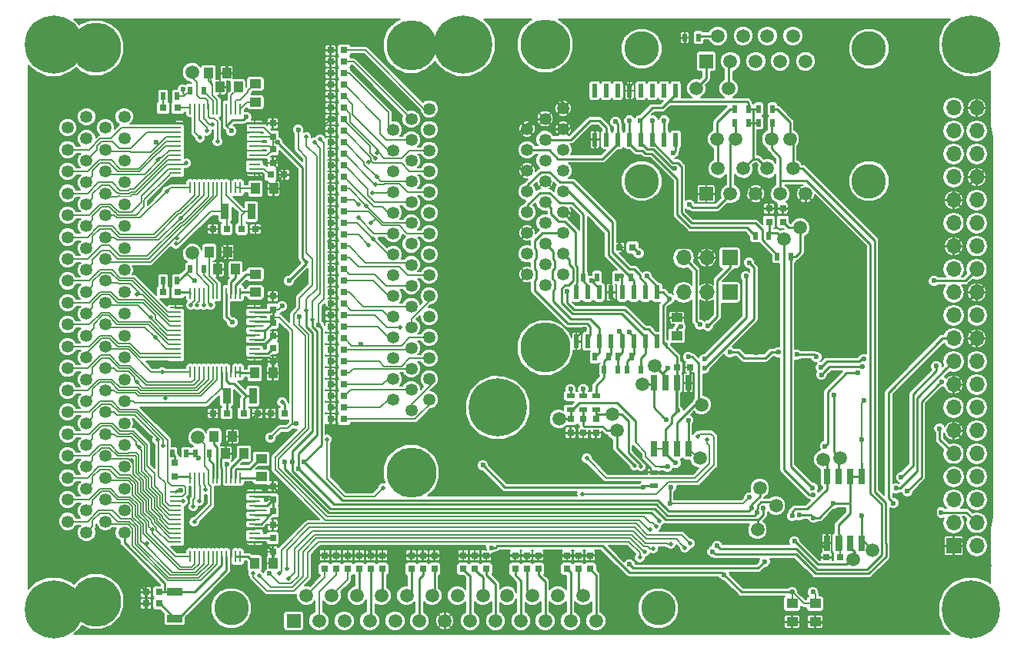
<source format=gbl>
G04 #@! TF.FileFunction,Copper,L2,Bot,Signal*
%FSLAX46Y46*%
G04 Gerber Fmt 4.6, Leading zero omitted, Abs format (unit mm)*
G04 Created by KiCad (PCBNEW 4.0.6) date Mon Jan  8 22:22:41 2018*
%MOMM*%
%LPD*%
G01*
G04 APERTURE LIST*
%ADD10C,0.100000*%
%ADD11C,1.350000*%
%ADD12C,5.500000*%
%ADD13R,0.800000X0.750000*%
%ADD14R,1.250000X1.000000*%
%ADD15R,1.000000X1.250000*%
%ADD16R,0.750000X0.800000*%
%ADD17R,0.800000X0.800000*%
%ADD18R,1.700000X1.700000*%
%ADD19O,1.700000X1.700000*%
%ADD20R,0.500000X0.900000*%
%ADD21R,0.900000X1.700000*%
%ADD22R,1.700000X0.900000*%
%ADD23R,0.900000X0.500000*%
%ADD24R,1.300000X0.250000*%
%ADD25R,0.250000X1.300000*%
%ADD26R,0.600000X1.500000*%
%ADD27C,1.500000*%
%ADD28C,3.810000*%
%ADD29R,1.520000X1.520000*%
%ADD30C,1.520000*%
%ADD31C,6.400000*%
%ADD32R,0.650000X1.700000*%
%ADD33C,0.500000*%
%ADD34C,0.600000*%
%ADD35C,0.200000*%
%ADD36C,0.250000*%
%ADD37C,0.300000*%
%ADD38C,0.150000*%
%ADD39C,0.125000*%
G04 APERTURE END LIST*
D10*
D11*
X106247000Y-53290000D03*
X106247000Y-51000000D03*
X106247000Y-48710000D03*
X106247000Y-46420000D03*
X106247000Y-44130000D03*
X106247000Y-41840000D03*
X106247000Y-39550000D03*
X106247000Y-37260000D03*
X106247000Y-34970000D03*
X104267000Y-54440000D03*
X104267000Y-52150000D03*
X104267000Y-49860000D03*
X104267000Y-47570000D03*
X104267000Y-45280000D03*
X104267000Y-42990000D03*
X104267000Y-40700000D03*
X104267000Y-38410000D03*
X104267000Y-36120000D03*
X102287000Y-53290000D03*
X102287000Y-51000000D03*
X102287000Y-48710000D03*
X102287000Y-46420000D03*
X102287000Y-44130000D03*
X102287000Y-41840000D03*
X102287000Y-39550000D03*
X102287000Y-37260000D03*
D12*
X104267000Y-61340000D03*
X104267000Y-27940000D03*
D13*
X67715000Y-68580000D03*
X69215000Y-68580000D03*
X72620000Y-68580000D03*
X71120000Y-68580000D03*
D14*
X72390000Y-53245000D03*
X72390000Y-55245000D03*
D15*
X68215000Y-52705000D03*
X70215000Y-52705000D03*
D16*
X74295000Y-57150000D03*
X74295000Y-55650000D03*
X74295000Y-62865000D03*
X74295000Y-61365000D03*
X74295000Y-58559000D03*
X74295000Y-60059000D03*
D15*
X72295000Y-64135000D03*
X74295000Y-64135000D03*
X69310000Y-50800000D03*
X67310000Y-50800000D03*
D13*
X60325000Y-88265000D03*
X61825000Y-88265000D03*
X60325000Y-89535000D03*
X61825000Y-89535000D03*
D14*
X73025000Y-73565000D03*
X73025000Y-75565000D03*
D15*
X69120000Y-73025000D03*
X71120000Y-73025000D03*
D16*
X74295000Y-78105000D03*
X74295000Y-76605000D03*
X74295000Y-83820000D03*
X74295000Y-82320000D03*
X74295000Y-79375000D03*
X74295000Y-80875000D03*
D15*
X72295000Y-85090000D03*
X74295000Y-85090000D03*
X69850000Y-71120000D03*
X67850000Y-71120000D03*
D13*
X67715000Y-48260000D03*
X69215000Y-48260000D03*
X72390000Y-48260000D03*
X70890000Y-48260000D03*
D14*
X72390000Y-32290000D03*
X72390000Y-34290000D03*
D15*
X68485000Y-32639000D03*
X70485000Y-32639000D03*
D16*
X74295000Y-38100000D03*
X74295000Y-36600000D03*
D13*
X75541000Y-42291000D03*
X74041000Y-42291000D03*
D16*
X74295000Y-39497000D03*
X74295000Y-40997000D03*
D15*
X72390000Y-43815000D03*
X74390000Y-43815000D03*
X69215000Y-31115000D03*
X67215000Y-31115000D03*
D13*
X82145000Y-28575000D03*
X80645000Y-28575000D03*
X82145000Y-29845000D03*
X80645000Y-29845000D03*
X80645000Y-42545000D03*
X82145000Y-42545000D03*
X82145000Y-31115000D03*
X80645000Y-31115000D03*
X80645000Y-43815000D03*
X82145000Y-43815000D03*
X82145000Y-32385000D03*
X80645000Y-32385000D03*
X80645000Y-45085000D03*
X82145000Y-45085000D03*
X82145000Y-33655000D03*
X80645000Y-33655000D03*
X80645000Y-46355000D03*
X82145000Y-46355000D03*
X82145000Y-34925000D03*
X80645000Y-34925000D03*
X80645000Y-47625000D03*
X82145000Y-47625000D03*
X82145000Y-36195000D03*
X80645000Y-36195000D03*
X80645000Y-48895000D03*
X82145000Y-48895000D03*
X82145000Y-37465000D03*
X80645000Y-37465000D03*
X80645000Y-50165000D03*
X82145000Y-50165000D03*
X82145000Y-38735000D03*
X80645000Y-38735000D03*
X82145000Y-40005000D03*
X80645000Y-40005000D03*
X82145000Y-41275000D03*
X80645000Y-41275000D03*
X82145000Y-51435000D03*
X80645000Y-51435000D03*
X82145000Y-52705000D03*
X80645000Y-52705000D03*
X80645000Y-65405000D03*
X82145000Y-65405000D03*
X82145000Y-53975000D03*
X80645000Y-53975000D03*
X80645000Y-66675000D03*
X82145000Y-66675000D03*
X82145000Y-55245000D03*
X80645000Y-55245000D03*
X80645000Y-67945000D03*
X82145000Y-67945000D03*
X82145000Y-56515000D03*
X80645000Y-56515000D03*
X80645000Y-69215000D03*
X82145000Y-69215000D03*
X82145000Y-57785000D03*
X80645000Y-57785000D03*
X82145000Y-59055000D03*
X80645000Y-59055000D03*
X82145000Y-60325000D03*
X80645000Y-60325000D03*
X82145000Y-61595000D03*
X80645000Y-61595000D03*
X74065000Y-68580000D03*
X75565000Y-68580000D03*
X82145000Y-62865000D03*
X80645000Y-62865000D03*
X82145000Y-64135000D03*
X80645000Y-64135000D03*
D16*
X109220000Y-85725000D03*
X109220000Y-84225000D03*
X107950000Y-85725000D03*
X107950000Y-84225000D03*
X89535000Y-84225000D03*
X89535000Y-85725000D03*
X106680000Y-85725000D03*
X106680000Y-84225000D03*
X86360000Y-84225000D03*
X86360000Y-85725000D03*
X103505000Y-85725000D03*
X103505000Y-84225000D03*
X85090000Y-84225000D03*
X85090000Y-85725000D03*
X102235000Y-85725000D03*
X102235000Y-84225000D03*
X83820000Y-84225000D03*
X83820000Y-85725000D03*
X100965000Y-85725000D03*
X100965000Y-84225000D03*
X82550000Y-84225000D03*
X82550000Y-85725000D03*
X97790000Y-85725000D03*
X97790000Y-84225000D03*
X81280000Y-84225000D03*
X81280000Y-85725000D03*
X96520000Y-85725000D03*
X96520000Y-84225000D03*
X80010000Y-84225000D03*
X80010000Y-85725000D03*
X95250000Y-85725000D03*
X95250000Y-84225000D03*
X92075000Y-85725000D03*
X92075000Y-84225000D03*
X90805000Y-85725000D03*
X90805000Y-84225000D03*
D14*
X118745000Y-60039000D03*
X118745000Y-58039000D03*
X133985000Y-89535000D03*
X133985000Y-91535000D03*
X131445000Y-89535000D03*
X131445000Y-91535000D03*
D13*
X118745000Y-63500000D03*
X120245000Y-63500000D03*
X136703500Y-84455000D03*
X135203500Y-84455000D03*
D16*
X109855000Y-69215000D03*
X109855000Y-70715000D03*
X107061000Y-69215000D03*
X107061000Y-70715000D03*
X108458000Y-69215000D03*
X108458000Y-70715000D03*
X130429000Y-47474000D03*
X130429000Y-45974000D03*
X128905000Y-47498000D03*
X128905000Y-45998000D03*
D17*
X62230000Y-55245000D03*
X63830000Y-55245000D03*
X63500000Y-73965000D03*
X63500000Y-75565000D03*
X62230000Y-34925000D03*
X63830000Y-34925000D03*
D18*
X149225000Y-83185000D03*
D19*
X151765000Y-83185000D03*
X149225000Y-80645000D03*
X151765000Y-80645000D03*
X149225000Y-78105000D03*
X151765000Y-78105000D03*
X149225000Y-75565000D03*
X151765000Y-75565000D03*
X149225000Y-73025000D03*
X151765000Y-73025000D03*
X149225000Y-70485000D03*
X151765000Y-70485000D03*
X149225000Y-67945000D03*
X151765000Y-67945000D03*
X149225000Y-65405000D03*
X151765000Y-65405000D03*
X149225000Y-62865000D03*
X151765000Y-62865000D03*
X149225000Y-60325000D03*
X151765000Y-60325000D03*
X149225000Y-57785000D03*
X151765000Y-57785000D03*
X149225000Y-55245000D03*
X151765000Y-55245000D03*
X149225000Y-52705000D03*
X151765000Y-52705000D03*
X149225000Y-50165000D03*
X151765000Y-50165000D03*
X149225000Y-47625000D03*
X151765000Y-47625000D03*
X149225000Y-45085000D03*
X151765000Y-45085000D03*
X149225000Y-42545000D03*
X151765000Y-42545000D03*
X149225000Y-40005000D03*
X151765000Y-40005000D03*
X149225000Y-37465000D03*
X151765000Y-37465000D03*
X149225000Y-34925000D03*
X151765000Y-34925000D03*
D18*
X124587000Y-51435000D03*
D19*
X122047000Y-51435000D03*
X119507000Y-51435000D03*
D18*
X124587000Y-55245000D03*
D19*
X122047000Y-55245000D03*
X119507000Y-55245000D03*
D20*
X127786000Y-35052000D03*
X129286000Y-35052000D03*
X126619000Y-36576000D03*
X125119000Y-36576000D03*
X127762000Y-36576000D03*
X129262000Y-36576000D03*
X126619000Y-35052000D03*
X125119000Y-35052000D03*
X121134000Y-27178000D03*
X119634000Y-27178000D03*
D21*
X72115000Y-66675000D03*
X69215000Y-66675000D03*
D20*
X63730000Y-53975000D03*
X62230000Y-53975000D03*
X65175000Y-52705000D03*
X66675000Y-52705000D03*
D22*
X63500000Y-91165000D03*
X63500000Y-88265000D03*
D20*
X64770000Y-73025000D03*
X63270000Y-73025000D03*
X65810000Y-73025000D03*
X67310000Y-73025000D03*
D21*
X71935000Y-46355000D03*
X69035000Y-46355000D03*
D20*
X63730000Y-33655000D03*
X62230000Y-33655000D03*
X65175000Y-33020000D03*
X66675000Y-33020000D03*
D23*
X116205000Y-76581000D03*
X116205000Y-75081000D03*
D20*
X113284000Y-63754000D03*
X114784000Y-63754000D03*
X111252000Y-62357000D03*
X109752000Y-62357000D03*
X109982000Y-53594000D03*
X108482000Y-53594000D03*
X112165000Y-53594000D03*
X113665000Y-53594000D03*
X112268000Y-62357000D03*
X113768000Y-62357000D03*
X112268000Y-63754000D03*
X110768000Y-63754000D03*
D23*
X109855000Y-68175000D03*
X109855000Y-66675000D03*
X107061000Y-68175000D03*
X107061000Y-66675000D03*
X108458000Y-68175000D03*
X108458000Y-66675000D03*
D20*
X131294000Y-51308000D03*
X129794000Y-51308000D03*
X128881000Y-49022000D03*
X127381000Y-49022000D03*
D24*
X72295000Y-56940000D03*
X72295000Y-57440000D03*
X72295000Y-57940000D03*
X72295000Y-58440000D03*
X72295000Y-58940000D03*
X72295000Y-59440000D03*
X72295000Y-59940000D03*
X72295000Y-60440000D03*
X72295000Y-60940000D03*
X72295000Y-61440000D03*
X72295000Y-61940000D03*
X72295000Y-62440000D03*
D25*
X70695000Y-64040000D03*
X70195000Y-64040000D03*
X69695000Y-64040000D03*
X69195000Y-64040000D03*
X68695000Y-64040000D03*
X68195000Y-64040000D03*
X67695000Y-64040000D03*
X67195000Y-64040000D03*
X66695000Y-64040000D03*
X66195000Y-64040000D03*
X65695000Y-64040000D03*
X65195000Y-64040000D03*
D24*
X63595000Y-62440000D03*
X63595000Y-61940000D03*
X63595000Y-61440000D03*
X63595000Y-60940000D03*
X63595000Y-60440000D03*
X63595000Y-59940000D03*
X63595000Y-59440000D03*
X63595000Y-58940000D03*
X63595000Y-58440000D03*
X63595000Y-57940000D03*
X63595000Y-57440000D03*
X63595000Y-56940000D03*
D25*
X65195000Y-55340000D03*
X65695000Y-55340000D03*
X66195000Y-55340000D03*
X66695000Y-55340000D03*
X67195000Y-55340000D03*
X67695000Y-55340000D03*
X68195000Y-55340000D03*
X68695000Y-55340000D03*
X69195000Y-55340000D03*
X69695000Y-55340000D03*
X70195000Y-55340000D03*
X70695000Y-55340000D03*
D24*
X72295000Y-77260000D03*
X72295000Y-77760000D03*
X72295000Y-78260000D03*
X72295000Y-78760000D03*
X72295000Y-79260000D03*
X72295000Y-79760000D03*
X72295000Y-80260000D03*
X72295000Y-80760000D03*
X72295000Y-81260000D03*
X72295000Y-81760000D03*
X72295000Y-82260000D03*
X72295000Y-82760000D03*
D25*
X70695000Y-84360000D03*
X70195000Y-84360000D03*
X69695000Y-84360000D03*
X69195000Y-84360000D03*
X68695000Y-84360000D03*
X68195000Y-84360000D03*
X67695000Y-84360000D03*
X67195000Y-84360000D03*
X66695000Y-84360000D03*
X66195000Y-84360000D03*
X65695000Y-84360000D03*
X65195000Y-84360000D03*
D24*
X63595000Y-82760000D03*
X63595000Y-82260000D03*
X63595000Y-81760000D03*
X63595000Y-81260000D03*
X63595000Y-80760000D03*
X63595000Y-80260000D03*
X63595000Y-79760000D03*
X63595000Y-79260000D03*
X63595000Y-78760000D03*
X63595000Y-78260000D03*
X63595000Y-77760000D03*
X63595000Y-77260000D03*
D25*
X65195000Y-75660000D03*
X65695000Y-75660000D03*
X66195000Y-75660000D03*
X66695000Y-75660000D03*
X67195000Y-75660000D03*
X67695000Y-75660000D03*
X68195000Y-75660000D03*
X68695000Y-75660000D03*
X69195000Y-75660000D03*
X69695000Y-75660000D03*
X70195000Y-75660000D03*
X70695000Y-75660000D03*
D24*
X72295000Y-36620000D03*
X72295000Y-37120000D03*
X72295000Y-37620000D03*
X72295000Y-38120000D03*
X72295000Y-38620000D03*
X72295000Y-39120000D03*
X72295000Y-39620000D03*
X72295000Y-40120000D03*
X72295000Y-40620000D03*
X72295000Y-41120000D03*
X72295000Y-41620000D03*
X72295000Y-42120000D03*
D25*
X70695000Y-43720000D03*
X70195000Y-43720000D03*
X69695000Y-43720000D03*
X69195000Y-43720000D03*
X68695000Y-43720000D03*
X68195000Y-43720000D03*
X67695000Y-43720000D03*
X67195000Y-43720000D03*
X66695000Y-43720000D03*
X66195000Y-43720000D03*
X65695000Y-43720000D03*
X65195000Y-43720000D03*
D24*
X63595000Y-42120000D03*
X63595000Y-41620000D03*
X63595000Y-41120000D03*
X63595000Y-40620000D03*
X63595000Y-40120000D03*
X63595000Y-39620000D03*
X63595000Y-39120000D03*
X63595000Y-38620000D03*
X63595000Y-38120000D03*
X63595000Y-37620000D03*
X63595000Y-37120000D03*
X63595000Y-36620000D03*
D25*
X65195000Y-35020000D03*
X65695000Y-35020000D03*
X66195000Y-35020000D03*
X66695000Y-35020000D03*
X67195000Y-35020000D03*
X67695000Y-35020000D03*
X68195000Y-35020000D03*
X68695000Y-35020000D03*
X69195000Y-35020000D03*
X69695000Y-35020000D03*
X70195000Y-35020000D03*
X70695000Y-35020000D03*
D26*
X116586000Y-60645000D03*
X115316000Y-60645000D03*
X114046000Y-60645000D03*
X112776000Y-60645000D03*
X111506000Y-60645000D03*
X110236000Y-60645000D03*
X108966000Y-60645000D03*
X107696000Y-60645000D03*
X107696000Y-55245000D03*
X108966000Y-55245000D03*
X110236000Y-55245000D03*
X111506000Y-55245000D03*
X112776000Y-55245000D03*
X114046000Y-55245000D03*
X115316000Y-55245000D03*
X116586000Y-55245000D03*
X118618000Y-38420000D03*
X117348000Y-38420000D03*
X116078000Y-38420000D03*
X114808000Y-38420000D03*
X113538000Y-38420000D03*
X112268000Y-38420000D03*
X110998000Y-38420000D03*
X109728000Y-38420000D03*
X109728000Y-33020000D03*
X110998000Y-33020000D03*
X112268000Y-33020000D03*
X113538000Y-33020000D03*
X114808000Y-33020000D03*
X116078000Y-33020000D03*
X117348000Y-33020000D03*
X118618000Y-33020000D03*
D27*
X129159000Y-38354000D03*
X131191000Y-38354000D03*
X123190000Y-38354000D03*
X125222000Y-38354000D03*
X120904000Y-32766000D03*
X124460000Y-32766000D03*
X127889000Y-76835000D03*
X129667000Y-78740000D03*
X127635000Y-81407000D03*
X66040000Y-71247000D03*
X65405000Y-50927000D03*
X65405000Y-30988000D03*
X114935000Y-65405000D03*
X121475500Y-67627500D03*
X116332000Y-63373000D03*
X121285000Y-73533000D03*
X140271500Y-83629500D03*
X136715500Y-73533000D03*
X138176000Y-84709000D03*
X134874000Y-73660000D03*
X111633000Y-68707000D03*
X105791000Y-69215000D03*
X112141000Y-70485000D03*
X132334000Y-48133000D03*
X130556000Y-49403000D03*
D13*
X113895000Y-50292000D03*
X112395000Y-50292000D03*
D28*
X139910000Y-43000000D03*
X114890000Y-43000000D03*
D29*
X122000000Y-44400000D03*
D30*
X124670000Y-44400000D03*
X127460000Y-44400000D03*
X130130000Y-44400000D03*
X132920000Y-44400000D03*
X123270000Y-41610000D03*
X126060000Y-41610000D03*
X128730000Y-41610000D03*
X131530000Y-41610000D03*
D28*
X139910000Y-28381961D03*
X114890000Y-28381961D03*
D29*
X122000000Y-29781961D03*
D30*
X124670000Y-29781961D03*
X127460000Y-29781961D03*
X130130000Y-29781961D03*
X132920000Y-29781961D03*
X123270000Y-26991961D03*
X126060000Y-26991961D03*
X128730000Y-26991961D03*
X131530000Y-26991961D03*
D28*
X116715000Y-90040000D03*
X69725000Y-90040000D03*
D29*
X76585000Y-91440000D03*
D30*
X79375000Y-91440000D03*
X82175000Y-91440000D03*
X84965000Y-91440000D03*
X87765000Y-91440000D03*
X90425000Y-91440000D03*
X93225000Y-91440000D03*
X96015000Y-91440000D03*
X98815000Y-91440000D03*
X101605000Y-91440000D03*
X104275000Y-91440000D03*
X107065000Y-91440000D03*
X109855000Y-91440000D03*
X77985000Y-88650000D03*
X80775000Y-88650000D03*
X83575000Y-88650000D03*
X86235000Y-88650000D03*
X89035000Y-88650000D03*
X91825000Y-88650000D03*
X94615000Y-88650000D03*
X97415000Y-88650000D03*
X100085000Y-88650000D03*
X102875000Y-88650000D03*
X105665000Y-88650000D03*
X108465000Y-88650000D03*
D11*
X57960000Y-81695000D03*
X57960000Y-79285000D03*
X57960000Y-76875000D03*
X57960000Y-74465000D03*
X57960000Y-72055000D03*
X57960000Y-69645000D03*
X57960000Y-67235000D03*
X57960000Y-64825000D03*
X57960000Y-62415000D03*
X57960000Y-60005000D03*
X57960000Y-57595000D03*
X57960000Y-55185000D03*
X57960000Y-52775000D03*
X57960000Y-50365000D03*
X57960000Y-47955000D03*
X57960000Y-45535000D03*
X57960000Y-43135000D03*
X57960000Y-40725000D03*
X57960000Y-38315000D03*
X57960000Y-35895000D03*
X55880000Y-80485000D03*
X55880000Y-78075000D03*
X55880000Y-75665000D03*
X55880000Y-73255000D03*
X55880000Y-70845000D03*
X55880000Y-68435000D03*
X55880000Y-66025000D03*
X55880000Y-63615000D03*
X55880000Y-61205000D03*
X55880000Y-58795000D03*
X55880000Y-56385000D03*
X55880000Y-53975000D03*
X55880000Y-51565000D03*
X55880000Y-49155000D03*
X55880000Y-46745000D03*
X55880000Y-44335000D03*
X55880000Y-41925000D03*
X55880000Y-39515000D03*
X55880000Y-37105000D03*
X53800000Y-81695000D03*
X53800000Y-79285000D03*
X53800000Y-76875000D03*
X53800000Y-74465000D03*
X53800000Y-72055000D03*
X53800000Y-69645000D03*
X53800000Y-67235000D03*
X53800000Y-64825000D03*
X53800000Y-62415000D03*
X53800000Y-60005000D03*
X53800000Y-57595000D03*
X53800000Y-55185000D03*
X53800000Y-52775000D03*
X53800000Y-50365000D03*
X53800000Y-47955000D03*
X53800000Y-45535000D03*
X53800000Y-43135000D03*
X53800000Y-40725000D03*
X53800000Y-38315000D03*
X53800000Y-35895000D03*
X51720000Y-80485000D03*
X51720000Y-78075000D03*
X51720000Y-75665000D03*
X51720000Y-73255000D03*
X51720000Y-70845000D03*
X51720000Y-68435000D03*
X51720000Y-66025000D03*
X51720000Y-63615000D03*
X51720000Y-61205000D03*
X51720000Y-58795000D03*
X51720000Y-56385000D03*
X51720000Y-53975000D03*
X51720000Y-51565000D03*
X51720000Y-49155000D03*
X51720000Y-46745000D03*
X51720000Y-44335000D03*
X51720000Y-41925000D03*
X51720000Y-39515000D03*
X51720000Y-37105000D03*
D12*
X54840000Y-89295000D03*
X54840000Y-28295000D03*
D31*
X50165000Y-90170000D03*
X151130000Y-27940000D03*
X151130000Y-90170000D03*
X95250000Y-27940000D03*
X50165000Y-27940000D03*
X99060000Y-67945000D03*
D11*
X91515000Y-67085000D03*
X91515000Y-64795000D03*
X91515000Y-62505000D03*
X91515000Y-60215000D03*
X91515000Y-57925000D03*
X91515000Y-55635000D03*
X91515000Y-53345000D03*
X91515000Y-51055000D03*
X91515000Y-48765000D03*
X91515000Y-46475000D03*
X91515000Y-44185000D03*
X91515000Y-41895000D03*
X91515000Y-39605000D03*
X91515000Y-37315000D03*
X91515000Y-35025000D03*
X89535000Y-68235000D03*
X89535000Y-65945000D03*
X89535000Y-63655000D03*
X89535000Y-61365000D03*
X89535000Y-59075000D03*
X89535000Y-56785000D03*
X89535000Y-54495000D03*
X89535000Y-52205000D03*
X89535000Y-49915000D03*
X89535000Y-47625000D03*
X89535000Y-45335000D03*
X89535000Y-43045000D03*
X89535000Y-40755000D03*
X89535000Y-38465000D03*
X89535000Y-36175000D03*
X87555000Y-67085000D03*
X87555000Y-64795000D03*
X87555000Y-62505000D03*
X87555000Y-60215000D03*
X87555000Y-57925000D03*
X87555000Y-55635000D03*
X87555000Y-53345000D03*
X87555000Y-51055000D03*
X87555000Y-48765000D03*
X87555000Y-46475000D03*
X87555000Y-44185000D03*
X87555000Y-41895000D03*
X87555000Y-39605000D03*
X87555000Y-37315000D03*
D12*
X89535000Y-75085000D03*
X89535000Y-28045000D03*
D32*
X116205000Y-65217000D03*
X117475000Y-65217000D03*
X118745000Y-65217000D03*
X120015000Y-65217000D03*
X120015000Y-72517000D03*
X118745000Y-72517000D03*
X117475000Y-72517000D03*
X116205000Y-72517000D03*
X139065000Y-82865000D03*
X137795000Y-82865000D03*
X136525000Y-82865000D03*
X135255000Y-82865000D03*
X135255000Y-75565000D03*
X136525000Y-75565000D03*
X137795000Y-75565000D03*
X139065000Y-75565000D03*
D33*
X114040097Y-72505996D03*
D34*
X107696000Y-47307500D03*
D33*
X152538990Y-79375000D03*
X144272000Y-48641000D03*
X115818989Y-58693076D03*
X128651000Y-40132000D03*
X119126000Y-49022000D03*
X134620000Y-27305000D03*
X134620000Y-31115000D03*
X130810000Y-33020000D03*
X127000000Y-33020000D03*
X128778000Y-28702000D03*
X124714000Y-27940000D03*
X134620000Y-34925000D03*
X134620000Y-38100000D03*
X134620000Y-41910000D03*
X142240000Y-31115000D03*
X138430000Y-31115000D03*
X138430000Y-34925000D03*
X146939000Y-34671000D03*
D34*
X118110000Y-26670000D03*
X136906000Y-61214000D03*
X125222000Y-53340000D03*
X119507000Y-53340000D03*
X127508000Y-61858990D03*
X129794000Y-57404000D03*
X128524000Y-52070000D03*
X126873000Y-50419000D03*
X121158000Y-41402000D03*
X122047000Y-35560000D03*
X118872000Y-36449000D03*
X110490000Y-34925000D03*
X102870000Y-57150000D03*
X98425000Y-61595000D03*
X98425000Y-58420000D03*
X98425000Y-55245000D03*
X98425000Y-52070000D03*
X98425000Y-48895000D03*
X98425000Y-45720000D03*
X98425000Y-42545000D03*
X98425000Y-39370000D03*
X98425000Y-36195000D03*
X104394000Y-32131000D03*
X109220000Y-26543000D03*
X111252000Y-29718000D03*
X116397000Y-31115000D03*
X110109000Y-52197000D03*
X109855000Y-48514000D03*
X110617000Y-42672000D03*
X115951000Y-45720000D03*
X115951000Y-49022000D03*
X121158000Y-46736000D03*
X109728000Y-39751000D03*
X136144000Y-47244000D03*
X112268000Y-56515000D03*
X112395000Y-49403000D03*
X108585000Y-59309000D03*
X117846010Y-58571000D03*
X109728000Y-37211000D03*
X115951000Y-51816000D03*
D33*
X142113000Y-44831000D03*
X125476000Y-62992000D03*
X129540000Y-62992000D03*
X129540000Y-64516000D03*
X129540000Y-66040000D03*
X129540000Y-67564000D03*
X129540000Y-72644000D03*
X129540000Y-70612000D03*
X124460000Y-70485000D03*
X126365000Y-70485000D03*
X128270000Y-68580000D03*
X126365000Y-68580000D03*
X124460000Y-68580000D03*
X124460000Y-66675000D03*
X126365000Y-66675000D03*
X128270000Y-66675000D03*
X128270000Y-64770000D03*
X126365000Y-64770000D03*
X124460000Y-64770000D03*
X123190000Y-70485000D03*
X122555000Y-68580000D03*
X122555000Y-66675000D03*
X122555000Y-64770000D03*
X145796000Y-57404000D03*
X142240000Y-56515000D03*
X137033000Y-56261000D03*
X146558000Y-79375000D03*
X144907000Y-77851000D03*
X143256000Y-79248000D03*
X145923000Y-86868010D03*
X147066000Y-56134000D03*
X145542000Y-64262000D03*
X146558000Y-72517000D03*
X147320000Y-86995000D03*
X149606000Y-85979000D03*
X146558000Y-90043000D03*
X153162000Y-85344000D03*
X142748000Y-74422000D03*
X141224000Y-73279000D03*
X133350000Y-72517000D03*
X133858000Y-75565000D03*
X110363000Y-84328000D03*
X112903000Y-83439000D03*
X113665000Y-84201000D03*
X125476000Y-82804000D03*
X132334000Y-77978000D03*
X130175000Y-76327000D03*
X119126000Y-76708000D03*
X120989994Y-77819015D03*
X123478631Y-76344966D03*
X125946799Y-73876799D03*
X133185799Y-66510799D03*
D34*
X123444000Y-72644000D03*
D33*
X134493000Y-69850000D03*
X134492996Y-67945000D03*
X145389406Y-54584406D03*
D34*
X136300909Y-79331190D03*
X139192000Y-60071000D03*
D33*
X113030000Y-89535000D03*
X118745000Y-87630000D03*
X114300000Y-87630000D03*
X119380000Y-92710000D03*
X114300000Y-92710000D03*
D34*
X59690000Y-26035032D03*
D33*
X96473002Y-71120000D03*
X97790000Y-73025000D03*
X96520000Y-63500000D03*
X102235000Y-64770000D03*
X102235000Y-71120000D03*
X137795000Y-92305000D03*
X135255000Y-92305000D03*
X132715000Y-92305000D03*
X130175000Y-92075000D03*
X127000000Y-92202000D03*
X125095000Y-92075000D03*
X125095000Y-90170000D03*
X123190000Y-89535000D03*
X123190000Y-91440000D03*
X121285000Y-90805000D03*
X121285000Y-88900000D03*
X120015000Y-86995000D03*
X140462000Y-92583000D03*
X145288000Y-92583000D03*
X143510000Y-92583000D03*
X91948000Y-32385000D03*
X84836000Y-29845000D03*
X86868000Y-31877000D03*
X88900000Y-33885000D03*
X60198000Y-28829000D03*
X71120000Y-28067000D03*
X74168000Y-28067000D03*
X78486000Y-28321000D03*
X76200000Y-29845000D03*
X72644000Y-30353000D03*
X69215000Y-28829000D03*
X63500000Y-28829000D03*
X60706000Y-31623000D03*
X69088000Y-38989000D03*
X63500000Y-43053000D03*
X65278000Y-42037000D03*
X65024000Y-38735000D03*
X67818000Y-62357000D03*
X66040000Y-62103000D03*
X67056000Y-60071000D03*
X71120000Y-69977000D03*
X69088000Y-69723000D03*
X66040000Y-69469000D03*
X66040000Y-68199000D03*
X69850000Y-82677000D03*
X84582000Y-83439000D03*
X87630000Y-86233000D03*
X75692000Y-79883000D03*
X78232000Y-79883000D03*
X77216000Y-78613000D03*
X75438000Y-76835000D03*
X146812000Y-75565000D03*
X141224000Y-68072000D03*
X143510000Y-71755000D03*
X143510000Y-69850000D03*
X144145000Y-62230000D03*
X141605000Y-62230000D03*
X141605000Y-60325000D03*
X143510000Y-60325000D03*
X146050000Y-60325000D03*
X50800000Y-86360000D03*
X55880000Y-83820000D03*
X108585000Y-92703000D03*
X112395000Y-92075000D03*
X111125000Y-90170000D03*
X111125000Y-88265000D03*
X101600000Y-73025000D03*
X100330000Y-75565000D03*
X102870000Y-75565000D03*
X111125000Y-74930000D03*
X109855000Y-73660000D03*
X110490000Y-74295000D03*
X109855000Y-75565000D03*
X108585000Y-75565000D03*
X107315000Y-75565000D03*
X81915000Y-71120000D03*
X85090000Y-74295000D03*
X85090000Y-71120000D03*
X88265000Y-71120000D03*
X91440000Y-71120000D03*
X97790000Y-77470000D03*
X94615000Y-77470000D03*
X94615000Y-74930000D03*
X132715000Y-69850000D03*
X132715000Y-67945000D03*
X128270000Y-71755000D03*
X128270000Y-73660000D03*
X125730000Y-75565000D03*
X125730000Y-77470000D03*
X123190000Y-77470000D03*
X120015000Y-74295000D03*
X137160000Y-40005000D03*
X139700000Y-37465000D03*
X142240000Y-34925000D03*
X143510000Y-41275000D03*
X146050000Y-38735000D03*
X144780000Y-37465000D03*
X142240000Y-40005000D03*
X137160000Y-45085000D03*
X139065000Y-46990000D03*
X135890000Y-52070000D03*
X136525000Y-50800000D03*
X135255000Y-50165000D03*
X139065000Y-54610000D03*
X142240000Y-54610000D03*
X142240000Y-52705000D03*
X146050000Y-52705000D03*
X94615000Y-39370000D03*
X97790000Y-33020000D03*
X100330000Y-33020000D03*
X94615000Y-36195000D03*
X94615000Y-42545000D03*
X94615000Y-45720000D03*
X94615000Y-52070000D03*
X94615000Y-48895000D03*
X94615000Y-55245000D03*
X94615000Y-58420000D03*
X94615000Y-61595000D03*
X94615000Y-64770000D03*
X94615000Y-71120000D03*
X94615000Y-67945000D03*
X104140000Y-71120000D03*
X104140000Y-67945000D03*
X104140000Y-64770000D03*
X60960000Y-53975000D03*
X60325000Y-52705000D03*
X61595000Y-52705000D03*
X62865000Y-52070000D03*
X74295000Y-50800000D03*
D34*
X69215000Y-26035000D03*
X66040000Y-26035000D03*
X85090000Y-26035000D03*
X81915000Y-26035000D03*
X78740000Y-26035000D03*
X75565000Y-26035000D03*
X72390000Y-26035000D03*
X62865000Y-26035000D03*
X55245000Y-33655000D03*
X51435000Y-33655000D03*
X48260000Y-33655000D03*
X48285000Y-34925000D03*
X48260000Y-36195000D03*
X48260000Y-37465000D03*
X48260000Y-41910000D03*
X48260000Y-45720000D03*
X48260000Y-49530000D03*
X48260000Y-53340000D03*
X48260000Y-57150000D03*
X48260000Y-60960000D03*
X48260000Y-64770000D03*
X48260000Y-68580000D03*
X48260000Y-72390000D03*
X48260000Y-83820000D03*
X48260000Y-80010000D03*
X48260000Y-76200000D03*
X48260000Y-85725000D03*
X59690000Y-91440000D03*
X60960000Y-91440000D03*
X66675000Y-91440000D03*
X73660000Y-90170000D03*
X73660000Y-91440000D03*
X74930000Y-40386000D03*
X69910000Y-40640000D03*
X120015000Y-66929000D03*
X134112000Y-51943000D03*
X127635000Y-90805000D03*
X140105000Y-91647436D03*
D33*
X60325000Y-68072000D03*
X65010604Y-77806875D03*
D34*
X64135000Y-77089000D03*
D33*
X60833000Y-71247000D03*
X61072349Y-74184336D03*
X75204999Y-59944000D03*
X71060000Y-56515000D03*
X70425000Y-50800000D03*
X59309000Y-33655000D03*
X75008000Y-42799000D03*
X69645000Y-42545000D03*
X80518000Y-49657000D03*
D34*
X104320855Y-83839964D03*
X68418010Y-80050685D03*
X68545010Y-77314734D03*
X79394168Y-30789401D03*
X112014000Y-87376000D03*
D33*
X64600990Y-56943461D03*
D34*
X80127010Y-57023000D03*
X73533000Y-76835000D03*
X76327000Y-56769000D03*
X76073000Y-36600000D03*
X73533000Y-48133000D03*
X70485000Y-37199998D03*
X62103000Y-36449000D03*
X132578002Y-63829546D03*
X126770000Y-45998000D03*
X134099907Y-83194990D03*
X81153000Y-36195000D03*
X59309000Y-87122000D03*
X73914000Y-69342000D03*
X74905000Y-62230000D03*
X69723000Y-61341000D03*
D33*
X80264000Y-71423000D03*
X86423500Y-76771500D03*
X117475000Y-60960000D03*
D34*
X118551949Y-41595051D03*
X117951584Y-55964490D03*
X114553996Y-50927000D03*
X114681000Y-36322000D03*
X134112000Y-62357000D03*
X133795640Y-80072360D03*
X135972799Y-78527205D03*
X118110000Y-76708000D03*
X71374000Y-35941000D03*
X98371363Y-83369568D03*
X66159977Y-73533000D03*
X69220032Y-74191002D03*
X65659000Y-53975004D03*
D33*
X78006770Y-51908208D03*
D34*
X76847002Y-69723000D03*
X117983000Y-78495990D03*
X126746000Y-77851006D03*
X123952000Y-86360000D03*
X118618000Y-74041000D03*
X74041000Y-71247000D03*
X73533000Y-78105000D03*
X76073000Y-53975000D03*
X75311000Y-56769000D03*
X64389000Y-32893000D03*
X74803000Y-38735000D03*
X139364186Y-67161814D03*
X139065000Y-71501000D03*
X133731000Y-88265000D03*
X131445000Y-88265000D03*
X69723000Y-37465000D03*
X131953000Y-62103000D03*
X124587000Y-61849000D03*
X129921000Y-61849000D03*
X112395000Y-59563000D03*
X115443000Y-53467000D03*
X118859551Y-68286824D03*
X132240778Y-79794879D03*
X74234908Y-57966990D03*
X69850000Y-58547000D03*
X119187110Y-59039003D03*
D33*
X114811809Y-74441641D03*
D34*
X117729000Y-74455990D03*
D33*
X114095416Y-74361659D03*
D34*
X133695660Y-76776664D03*
X133790009Y-77571093D03*
X147828000Y-79502000D03*
X147669361Y-70262639D03*
X135064500Y-72199500D03*
X138706686Y-64135994D03*
X134680949Y-64322949D03*
X139192000Y-63421939D03*
X139319000Y-62611000D03*
X134620000Y-63500000D03*
X147901706Y-65072192D03*
X144124168Y-77167464D03*
X142875000Y-76835000D03*
X147320000Y-63373006D03*
X143465002Y-75615100D03*
X142583768Y-78450658D03*
X147066000Y-53975000D03*
X121793000Y-62611000D03*
X126365000Y-53467000D03*
X126708023Y-51986079D03*
X121793000Y-63627000D03*
X120142000Y-45593000D03*
X123190000Y-83185000D03*
X122682000Y-83820000D03*
X122174000Y-58928000D03*
X121285000Y-58801000D03*
D33*
X108331000Y-77470000D03*
X121057653Y-71085310D03*
X122047000Y-71501000D03*
X108839000Y-73533000D03*
X65550857Y-78857933D03*
X76047400Y-86762368D03*
X65274974Y-56642000D03*
X118110000Y-82973010D03*
X66294000Y-38227000D03*
X119640593Y-83377979D03*
X66195834Y-78203348D03*
X65974987Y-56642000D03*
X67056000Y-37465000D03*
X75819000Y-85725000D03*
X66867979Y-76995897D03*
X67648990Y-36715557D03*
X66675000Y-56642000D03*
X75018991Y-86225084D03*
X120231693Y-82931000D03*
X115214589Y-83813603D03*
X72804164Y-86476885D03*
X67437000Y-56642000D03*
X116160402Y-83505570D03*
X65658994Y-80518000D03*
D34*
X73914000Y-86233000D03*
D33*
X114681000Y-84455000D03*
X72136000Y-86233000D03*
X68199000Y-38608000D03*
D34*
X79340137Y-58873072D03*
D33*
X79502000Y-38354000D03*
D34*
X126999046Y-79020994D03*
X77761432Y-73944464D03*
X77099032Y-74665968D03*
D33*
X78613000Y-58293000D03*
X78867000Y-38735000D03*
D34*
X127632556Y-79509546D03*
X128269992Y-78994000D03*
D33*
X77978000Y-38100000D03*
X77978000Y-57277000D03*
D34*
X76454000Y-73914000D03*
D33*
X115824000Y-81407000D03*
D34*
X77089000Y-37338000D03*
D33*
X116459000Y-81026000D03*
D34*
X77216000Y-57912000D03*
D33*
X116879007Y-80465990D03*
D34*
X75565000Y-73914000D03*
X131699000Y-82677000D03*
X131445000Y-79883000D03*
X136017009Y-66586775D03*
X120014986Y-62357000D03*
X117802893Y-63557052D03*
X120015000Y-69342000D03*
X117585277Y-69286824D03*
D33*
X62103000Y-63994998D03*
X59309000Y-55499000D03*
X59309000Y-65151000D03*
X60900010Y-57975002D03*
X62484000Y-66929000D03*
X61341000Y-60198000D03*
X64398053Y-78254562D03*
X62230000Y-72136000D03*
X61017721Y-81407000D03*
X61595000Y-71501000D03*
X60452000Y-82931000D03*
X59630002Y-72310167D03*
X58782935Y-73773328D03*
X62611000Y-44155558D03*
D34*
X61468000Y-38735000D03*
D33*
X64135000Y-47080000D03*
X61595000Y-40640000D03*
X63754477Y-49273611D03*
X64770000Y-41021000D03*
X63627000Y-49910994D03*
X84582000Y-45702000D03*
X83693000Y-45593000D03*
X83693000Y-46990000D03*
X85090000Y-47625000D03*
X85742972Y-39874937D03*
X85344000Y-49404000D03*
X85598000Y-40513000D03*
X84836000Y-50038000D03*
X84836000Y-40940010D03*
X85725000Y-42532014D03*
X85217000Y-44323000D03*
X85609963Y-43318818D03*
X88265000Y-59118500D03*
D34*
X83947000Y-60960000D03*
D33*
X75311000Y-67310000D03*
D34*
X113538000Y-85217000D03*
X128426787Y-84930495D03*
X115098643Y-76742990D03*
X97409000Y-74295000D03*
X113508476Y-59644065D03*
X109347000Y-53975000D03*
X107061000Y-65913000D03*
X112649000Y-53467000D03*
X108458000Y-65913000D03*
X116078000Y-36322000D03*
X117348000Y-36322000D03*
X113538000Y-36322000D03*
X112014000Y-36449000D03*
X118364000Y-39878000D03*
X106680000Y-55118000D03*
X139065000Y-79883000D03*
D35*
X114040097Y-72892097D02*
X115316000Y-74168000D01*
X115316000Y-74168000D02*
X115316000Y-74192000D01*
X115316000Y-74192000D02*
X116205000Y-75081000D01*
X114040097Y-72505996D02*
X114040097Y-72892097D01*
D36*
X106247000Y-46420000D02*
X106808500Y-46420000D01*
X106808500Y-46420000D02*
X107696000Y-47307500D01*
D37*
X149225000Y-83185000D02*
X149606000Y-83185000D01*
X150876000Y-81915000D02*
X152654000Y-81915000D01*
X149606000Y-83185000D02*
X150876000Y-81915000D01*
X152654000Y-81915000D02*
X153162000Y-81407000D01*
X153162000Y-81407000D02*
X153162000Y-79998010D01*
X153162000Y-79998010D02*
X152788989Y-79624999D01*
X152788989Y-79624999D02*
X152538990Y-79375000D01*
D36*
X149225000Y-50165000D02*
X146685000Y-50165000D01*
X146685000Y-50165000D02*
X146050000Y-50800000D01*
X115818989Y-58287989D02*
X114046000Y-56515000D01*
X114046000Y-56515000D02*
X112268000Y-56515000D01*
X115818989Y-58693076D02*
X115818989Y-58287989D01*
X127889000Y-37719000D02*
X127889000Y-39370000D01*
X127889000Y-39370000D02*
X128651000Y-40132000D01*
X128524000Y-37084000D02*
X127889000Y-37719000D01*
X128524000Y-34544000D02*
X128524000Y-37084000D01*
X127000000Y-33020000D02*
X128524000Y-34544000D01*
X119634000Y-49022000D02*
X119126000Y-49022000D01*
X119126000Y-49022000D02*
X115951000Y-49022000D01*
X119634000Y-27878000D02*
X120077000Y-28321000D01*
X120077000Y-28321000D02*
X123979447Y-28321000D01*
X123979447Y-28321000D02*
X124360447Y-27940000D01*
X124360447Y-27940000D02*
X124714000Y-27940000D01*
X128778000Y-33020000D02*
X127000000Y-33020000D01*
X130810000Y-33020000D02*
X128778000Y-33020000D01*
X128778000Y-33020000D02*
X128778000Y-28702000D01*
X119634000Y-27178000D02*
X118618000Y-27178000D01*
X118618000Y-27178000D02*
X118110000Y-26670000D01*
X134620000Y-34925000D02*
X134620000Y-38100000D01*
X134620000Y-31115000D02*
X134620000Y-27305000D01*
X138430000Y-31115000D02*
X138430000Y-34925000D01*
X142240000Y-34925000D02*
X142240000Y-31115000D01*
X127508000Y-59690000D02*
X127508000Y-61434726D01*
X129794000Y-57404000D02*
X127508000Y-59690000D01*
X127508000Y-61434726D02*
X127508000Y-61858990D01*
X126873000Y-50419000D02*
X128524000Y-52070000D01*
X124079000Y-49403000D02*
X125857000Y-49403000D01*
X125857000Y-49403000D02*
X126873000Y-50419000D01*
X122047000Y-51435000D02*
X124079000Y-49403000D01*
X118872000Y-36449000D02*
X121158000Y-36449000D01*
X121158000Y-36449000D02*
X122047000Y-35560000D01*
X98425000Y-52070000D02*
X98425000Y-55245000D01*
X98425000Y-45720000D02*
X98425000Y-48895000D01*
X98425000Y-36195000D02*
X98425000Y-39370000D01*
X106807000Y-34970000D02*
X104394000Y-32557000D01*
X104394000Y-32557000D02*
X104394000Y-32131000D01*
X111252000Y-29718000D02*
X111252000Y-28575000D01*
X111252000Y-28575000D02*
X109220000Y-26543000D01*
X113538000Y-32570000D02*
X111252000Y-30284000D01*
X111252000Y-30284000D02*
X111252000Y-29718000D01*
X109855000Y-48514000D02*
X109855000Y-51943000D01*
X109855000Y-51943000D02*
X110109000Y-52197000D01*
X115951000Y-49022000D02*
X115951000Y-45720000D01*
X122047000Y-51435000D02*
X119634000Y-49022000D01*
X109728000Y-38420000D02*
X109728000Y-39751000D01*
X134112000Y-47371000D02*
X136017000Y-47371000D01*
X136017000Y-47371000D02*
X136144000Y-47244000D01*
X137160000Y-45085000D02*
X137160000Y-40005000D01*
X132920000Y-44400000D02*
X132920000Y-45474802D01*
X132920000Y-45474802D02*
X132715000Y-45679802D01*
X132715000Y-45679802D02*
X132715000Y-45974000D01*
X122047000Y-51435000D02*
X120871999Y-50259999D01*
X120871999Y-50259999D02*
X117507001Y-50259999D01*
X117507001Y-50259999D02*
X116250999Y-51516001D01*
X116250999Y-51516001D02*
X115951000Y-51816000D01*
X112268000Y-56515000D02*
X111506000Y-55753000D01*
X111506000Y-55753000D02*
X111506000Y-55245000D01*
X112395000Y-49403000D02*
X112395000Y-50292000D01*
X101727000Y-41840000D02*
X100711000Y-40824000D01*
X101052001Y-37934999D02*
X101727000Y-37260000D01*
X100711000Y-40824000D02*
X100711000Y-38276000D01*
X100711000Y-38276000D02*
X101052001Y-37934999D01*
X101727000Y-37260000D02*
X101727000Y-34417000D01*
X101727000Y-34417000D02*
X100330000Y-33020000D01*
X104267000Y-36120000D02*
X102867000Y-36120000D01*
X102867000Y-36120000D02*
X101727000Y-37260000D01*
X106807000Y-37260000D02*
X105407000Y-37260000D01*
X105407000Y-37260000D02*
X104267000Y-36120000D01*
X108582000Y-59309000D02*
X108585000Y-59309000D01*
X107696000Y-60195000D02*
X108582000Y-59309000D01*
X107696000Y-60645000D02*
X107696000Y-60195000D01*
X112420000Y-50292000D02*
X113944000Y-51816000D01*
X113944000Y-51816000D02*
X115951000Y-51816000D01*
X117846010Y-58146736D02*
X117846010Y-58571000D01*
X117846010Y-58062990D02*
X117846010Y-58146736D01*
X118745000Y-58039000D02*
X117870000Y-58039000D01*
X117870000Y-58039000D02*
X117846010Y-58062990D01*
X106807000Y-37260000D02*
X107481999Y-36585001D01*
X107481999Y-36585001D02*
X107940999Y-36585001D01*
X107940999Y-36585001D02*
X108966000Y-35560000D01*
X108966000Y-35560000D02*
X112395000Y-35560000D01*
X113538000Y-34417000D02*
X113538000Y-33020000D01*
X112395000Y-35560000D02*
X113538000Y-34417000D01*
X109728000Y-38420000D02*
X109728000Y-37211000D01*
X116397000Y-31115000D02*
X114993000Y-31115000D01*
X114993000Y-31115000D02*
X113538000Y-32570000D01*
X113538000Y-32570000D02*
X113538000Y-33020000D01*
X119634000Y-27178000D02*
X119634000Y-27878000D01*
X119634000Y-27878000D02*
X116397000Y-31115000D01*
X112395000Y-50292000D02*
X112420000Y-50292000D01*
X122047000Y-51435000D02*
X122047000Y-55245000D01*
X139065000Y-46990000D02*
X139954000Y-46101000D01*
X139954000Y-46101000D02*
X140843000Y-46101000D01*
X140843000Y-46101000D02*
X142113000Y-44831000D01*
D37*
X129540000Y-66040000D02*
X129540000Y-64516000D01*
X128270000Y-68580000D02*
X128524000Y-68580000D01*
X128524000Y-68580000D02*
X129540000Y-67564000D01*
X129540000Y-72644000D02*
X129286000Y-72644000D01*
X129286000Y-72644000D02*
X128270000Y-73660000D01*
X128270000Y-71755000D02*
X128397000Y-71755000D01*
X128397000Y-71755000D02*
X129540000Y-70612000D01*
X124333000Y-71755000D02*
X124460000Y-71628000D01*
X124460000Y-71628000D02*
X124460000Y-70485000D01*
X124460000Y-70485000D02*
X123190000Y-70485000D01*
X126365000Y-68580000D02*
X126365000Y-70485000D01*
X124460000Y-68580000D02*
X126365000Y-68580000D01*
X126365000Y-66675000D02*
X124460000Y-66675000D01*
X128270000Y-64770000D02*
X128270000Y-66675000D01*
X124460000Y-64770000D02*
X126365000Y-64770000D01*
X122555000Y-68580000D02*
X122555000Y-69850000D01*
X122555000Y-69850000D02*
X123190000Y-70485000D01*
X122555000Y-64770000D02*
X122555000Y-66675000D01*
X142240000Y-54610000D02*
X142240000Y-56515000D01*
X143256000Y-79248000D02*
X143510000Y-79248000D01*
X143510000Y-79248000D02*
X144907000Y-77851000D01*
D35*
X145923000Y-87221563D02*
X145923000Y-86868010D01*
X145923000Y-89408000D02*
X145923000Y-87221563D01*
X146558000Y-90043000D02*
X145923000Y-89408000D01*
D36*
X146812000Y-75565000D02*
X144145000Y-78232000D01*
D35*
X146812000Y-75565000D02*
X146812000Y-72771000D01*
X146812000Y-72771000D02*
X146558000Y-72517000D01*
X149606000Y-85979000D02*
X148590000Y-86995000D01*
X148590000Y-86995000D02*
X147320000Y-86995000D01*
X134493000Y-69850000D02*
X134493000Y-71374000D01*
X134493000Y-71374000D02*
X133350000Y-72517000D01*
X132715000Y-69850000D02*
X132715000Y-74422000D01*
X132715000Y-74422000D02*
X133858000Y-75565000D01*
X119761000Y-84963000D02*
X117221000Y-84963000D01*
X117221000Y-84963000D02*
X117094000Y-85090000D01*
X117094000Y-85090000D02*
X114427000Y-85090000D01*
X114427000Y-85090000D02*
X113792000Y-84455000D01*
X113792000Y-84455000D02*
X113792000Y-84328000D01*
X113792000Y-84328000D02*
X113665000Y-84201000D01*
D36*
X121158000Y-83566000D02*
X119761000Y-84963000D01*
X121158000Y-83439000D02*
X121158000Y-83566000D01*
X122301000Y-82296000D02*
X121158000Y-83439000D01*
X124968000Y-82296000D02*
X122301000Y-82296000D01*
X125226001Y-82554001D02*
X124968000Y-82296000D01*
X125476000Y-82804000D02*
X125226001Y-82554001D01*
X130175000Y-76327000D02*
X131826000Y-77978000D01*
X131826000Y-77978000D02*
X132334000Y-77978000D01*
X121339009Y-77470000D02*
X120989994Y-77819015D01*
X123190000Y-77470000D02*
X121339009Y-77470000D01*
X124258597Y-75565000D02*
X123728630Y-76094967D01*
X123728630Y-76094967D02*
X123478631Y-76344966D01*
X125730000Y-74093598D02*
X125946799Y-73876799D01*
X126163598Y-73660000D02*
X125946799Y-73876799D01*
X128270000Y-73660000D02*
X126163598Y-73660000D01*
X125730000Y-75565000D02*
X125730000Y-74093598D01*
X132578002Y-63829546D02*
X132578002Y-65903002D01*
X132935800Y-66760798D02*
X133185799Y-66510799D01*
X132715000Y-66981598D02*
X132935800Y-66760798D01*
X132715000Y-67945000D02*
X132715000Y-66981598D01*
X132935800Y-66260800D02*
X133185799Y-66510799D01*
X125730000Y-75565000D02*
X124258597Y-75565000D01*
X132578002Y-65903002D02*
X132935800Y-66260800D01*
X123444000Y-72644000D02*
X124333000Y-71755000D01*
X124333000Y-71755000D02*
X128270000Y-71755000D01*
X132715000Y-67945000D02*
X134492996Y-67945000D01*
X145363812Y-54610000D02*
X145389406Y-54584406D01*
X142240000Y-54610000D02*
X145363812Y-54610000D01*
X151765000Y-55245000D02*
X152940001Y-54069999D01*
X152940001Y-54069999D02*
X152940001Y-52140999D01*
X152940001Y-52140999D02*
X152139003Y-51340001D01*
X152139003Y-51340001D02*
X150400001Y-51340001D01*
X150400001Y-51340001D02*
X150074999Y-51014999D01*
X150074999Y-51014999D02*
X149225000Y-50165000D01*
X135255000Y-80377099D02*
X136300909Y-79331190D01*
X135255000Y-81915000D02*
X135255000Y-80377099D01*
X112395000Y-92075000D02*
X112395000Y-90170000D01*
X112395000Y-90170000D02*
X113030000Y-89535000D01*
X118745000Y-87630000D02*
X119380000Y-87630000D01*
X119380000Y-87630000D02*
X120015000Y-86995000D01*
X112014000Y-87376000D02*
X114046000Y-87376000D01*
X114046000Y-87376000D02*
X114300000Y-87630000D01*
X119380000Y-92710000D02*
X121285000Y-90805000D01*
X112395000Y-92075000D02*
X113665000Y-92075000D01*
X113665000Y-92075000D02*
X114300000Y-92710000D01*
X59690032Y-26035000D02*
X59690000Y-26035032D01*
X62865000Y-26035000D02*
X59690032Y-26035000D01*
X59690000Y-26035000D02*
X59690000Y-26035032D01*
X74168000Y-28067000D02*
X74168000Y-27432000D01*
X74168000Y-27432000D02*
X75565000Y-26035000D01*
X74168000Y-28067000D02*
X78232000Y-28067000D01*
X78232000Y-28067000D02*
X78486000Y-28321000D01*
X69215000Y-28829000D02*
X70358000Y-28829000D01*
X70358000Y-28829000D02*
X71120000Y-28067000D01*
X94615000Y-61595000D02*
X96520000Y-63500000D01*
X101985001Y-71369999D02*
X102235000Y-71120000D01*
X101600000Y-73025000D02*
X101600000Y-71755000D01*
X101600000Y-71755000D02*
X101985001Y-71369999D01*
X104140000Y-71120000D02*
X102235000Y-71120000D01*
X125095000Y-92075000D02*
X126873000Y-92075000D01*
X126873000Y-92075000D02*
X127000000Y-92202000D01*
X124460000Y-89535000D02*
X125095000Y-90170000D01*
X123190000Y-89535000D02*
X124460000Y-89535000D01*
X121285000Y-90805000D02*
X122555000Y-90805000D01*
X122555000Y-90805000D02*
X123190000Y-91440000D01*
X120015000Y-86995000D02*
X120015000Y-87630000D01*
X120015000Y-87630000D02*
X121285000Y-88900000D01*
X143510000Y-92583000D02*
X145288000Y-92583000D01*
X112395000Y-50292000D02*
X112141000Y-50292000D01*
X88900000Y-33885000D02*
X86892000Y-31877000D01*
X86892000Y-31877000D02*
X86868000Y-31877000D01*
X88924000Y-33909000D02*
X88900000Y-33885000D01*
X74168000Y-28067000D02*
X71120000Y-28067000D01*
X80645000Y-28575000D02*
X78740000Y-28575000D01*
X78740000Y-28575000D02*
X78486000Y-28321000D01*
D35*
X72644000Y-31115000D02*
X76200000Y-31115000D01*
X76200000Y-31115000D02*
X79068569Y-31115000D01*
D36*
X76200000Y-29845000D02*
X76200000Y-31115000D01*
D35*
X69215000Y-31115000D02*
X72644000Y-31115000D01*
D36*
X72644000Y-31115000D02*
X72644000Y-30353000D01*
X63500000Y-28829000D02*
X69215000Y-28829000D01*
X69215000Y-28829000D02*
X69215000Y-31115000D01*
X60706000Y-31623000D02*
X63500000Y-28829000D01*
X59558999Y-32770001D02*
X60706000Y-31623000D01*
X65786000Y-39497000D02*
X65024000Y-38735000D01*
X68580000Y-39497000D02*
X65786000Y-39497000D01*
X69088000Y-38989000D02*
X68580000Y-39497000D01*
D35*
X68695000Y-37707000D02*
X69088000Y-38100000D01*
X69088000Y-38100000D02*
X69977000Y-38989000D01*
D36*
X69088000Y-38989000D02*
X69088000Y-38100000D01*
X65278000Y-42037000D02*
X64262000Y-43053000D01*
X64262000Y-43053000D02*
X63500000Y-43053000D01*
X63595000Y-36620000D02*
X64495000Y-36620000D01*
X64495000Y-36620000D02*
X65024000Y-37149000D01*
X65024000Y-37149000D02*
X65024000Y-38735000D01*
X66040000Y-62103000D02*
X67564000Y-62103000D01*
X67564000Y-62103000D02*
X67818000Y-62357000D01*
X67995000Y-59613000D02*
X67514000Y-59613000D01*
X67514000Y-59613000D02*
X67056000Y-60071000D01*
X66040000Y-69469000D02*
X68834000Y-69469000D01*
X68834000Y-69469000D02*
X69088000Y-69723000D01*
D35*
X66040000Y-68580000D02*
X60833000Y-68580000D01*
X67715000Y-68580000D02*
X66040000Y-68580000D01*
D36*
X66040000Y-68580000D02*
X66040000Y-68199000D01*
X69850000Y-82677000D02*
X69695000Y-82832000D01*
X69695000Y-82832000D02*
X69695000Y-84360000D01*
X85090000Y-84225000D02*
X85090000Y-83947000D01*
X85090000Y-83947000D02*
X84582000Y-83439000D01*
X88910000Y-84225000D02*
X87630000Y-84225000D01*
X87630000Y-84225000D02*
X86360000Y-84225000D01*
X87630000Y-86233000D02*
X87630000Y-84225000D01*
X75692000Y-80103000D02*
X75692000Y-79883000D01*
X75692000Y-79883000D02*
X75692000Y-78027000D01*
X77216000Y-78613000D02*
X77216000Y-78867000D01*
X77216000Y-78867000D02*
X78232000Y-79883000D01*
X75692000Y-78027000D02*
X75692000Y-77089000D01*
X75692000Y-77089000D02*
X75438000Y-76835000D01*
X75692000Y-78027000D02*
X74295000Y-76630000D01*
X74295000Y-76630000D02*
X74295000Y-76605000D01*
X74295000Y-80875000D02*
X74920000Y-80875000D01*
X74920000Y-80875000D02*
X75692000Y-80103000D01*
X141224000Y-68072000D02*
X141224000Y-62611000D01*
X141224000Y-62611000D02*
X141605000Y-62230000D01*
X143510000Y-69850000D02*
X143510000Y-71755000D01*
X141605000Y-60325000D02*
X141605000Y-62230000D01*
X146050000Y-60325000D02*
X143510000Y-60325000D01*
X108585000Y-92703000D02*
X111132000Y-92703000D01*
X93225000Y-92703000D02*
X108585000Y-92703000D01*
X111125000Y-90170000D02*
X111125000Y-90805000D01*
X111125000Y-90805000D02*
X112395000Y-92075000D01*
X112014000Y-87376000D02*
X111125000Y-88265000D01*
X101600000Y-74295000D02*
X101600000Y-73378553D01*
X101600000Y-73378553D02*
X101600000Y-73025000D01*
X102870000Y-75565000D02*
X101600000Y-74295000D01*
X110490000Y-74295000D02*
X109855000Y-73660000D01*
X107315000Y-75565000D02*
X108585000Y-75565000D01*
X80645000Y-69215000D02*
X80645000Y-69850000D01*
X80645000Y-69850000D02*
X81915000Y-71120000D01*
X88265000Y-71120000D02*
X85090000Y-71120000D01*
X94615000Y-71120000D02*
X91440000Y-71120000D01*
X94615000Y-77470000D02*
X97790000Y-77470000D01*
X94615000Y-71120000D02*
X94615000Y-74930000D01*
X132715000Y-67945000D02*
X132715000Y-69850000D01*
X128270000Y-73660000D02*
X128270000Y-71755000D01*
X125730000Y-77470000D02*
X125730000Y-75565000D01*
X116205000Y-75081000D02*
X119229000Y-75081000D01*
X119229000Y-75081000D02*
X120015000Y-74295000D01*
X142240000Y-34925000D02*
X139700000Y-37465000D01*
X144780000Y-37465000D02*
X142240000Y-34925000D01*
X146050000Y-38735000D02*
X143510000Y-41275000D01*
X144780000Y-37465000D02*
X146050000Y-38735000D01*
X144780000Y-49530000D02*
X141605000Y-49530000D01*
X141605000Y-49530000D02*
X139065000Y-46990000D01*
X136525000Y-50800000D02*
X136525000Y-51435000D01*
X136525000Y-51435000D02*
X135890000Y-52070000D01*
X134112000Y-51943000D02*
X134112000Y-51308000D01*
X134112000Y-51308000D02*
X135255000Y-50165000D01*
X139065000Y-54610000D02*
X136779000Y-54610000D01*
X136779000Y-54610000D02*
X134112000Y-51943000D01*
X144780000Y-49530000D02*
X146050000Y-50800000D01*
X146050000Y-50800000D02*
X146050000Y-52705000D01*
X94615000Y-36195000D02*
X94615000Y-39370000D01*
X100330000Y-33020000D02*
X97790000Y-33020000D01*
X94615000Y-45720000D02*
X94615000Y-42545000D01*
X94615000Y-48895000D02*
X94615000Y-52070000D01*
X94615000Y-58420000D02*
X94615000Y-55245000D01*
X94615000Y-64770000D02*
X94615000Y-61595000D01*
X94615000Y-67945000D02*
X94615000Y-71120000D01*
X105699998Y-70715000D02*
X104545000Y-70715000D01*
X104545000Y-70715000D02*
X104140000Y-71120000D01*
X104140000Y-67945000D02*
X104140000Y-64770000D01*
X61595000Y-52705000D02*
X60325000Y-52705000D01*
X67715000Y-48260000D02*
X66480998Y-48260000D01*
X62865000Y-51875998D02*
X62865000Y-52070000D01*
X66480998Y-48260000D02*
X62865000Y-51875998D01*
X74295000Y-50800000D02*
X70425000Y-50800000D01*
X66040000Y-26035000D02*
X69215000Y-26035000D01*
X81915000Y-26035000D02*
X85090000Y-26035000D01*
X75565000Y-26035000D02*
X78740000Y-26035000D01*
X60960000Y-91948000D02*
X60325000Y-91313000D01*
X61722000Y-92710000D02*
X60960000Y-91948000D01*
X60960000Y-91948000D02*
X60960000Y-91440000D01*
X66675000Y-92710000D02*
X61722000Y-92710000D01*
X73660000Y-92710000D02*
X66675000Y-92710000D01*
X66675000Y-92710000D02*
X66675000Y-91440000D01*
X93218000Y-92710000D02*
X73660000Y-92710000D01*
X73660000Y-92710000D02*
X73660000Y-91440000D01*
X82550000Y-84225000D02*
X83820000Y-84225000D01*
X81280000Y-84225000D02*
X82550000Y-84225000D01*
X74295000Y-40997000D02*
X74319000Y-40997000D01*
X74319000Y-40997000D02*
X74930000Y-40386000D01*
X69910000Y-40640000D02*
X71224998Y-40640000D01*
X71224998Y-40640000D02*
X71344999Y-40519999D01*
X120015000Y-65245000D02*
X120015000Y-66929000D01*
X132715000Y-45974000D02*
X134112000Y-47371000D01*
X134112000Y-47371000D02*
X134112000Y-51943000D01*
X130429000Y-45974000D02*
X132715000Y-45974000D01*
X107061000Y-70715000D02*
X105699998Y-70715000D01*
X105699998Y-70715000D02*
X104715999Y-69731001D01*
X108458000Y-70715000D02*
X107061000Y-70715000D01*
X109855000Y-70715000D02*
X108458000Y-70715000D01*
X127635000Y-90805000D02*
X128365000Y-91535000D01*
X128365000Y-91535000D02*
X131445000Y-91535000D01*
X133985000Y-91535000D02*
X133110000Y-91535000D01*
X133110000Y-91535000D02*
X131445000Y-91535000D01*
X140105000Y-91647436D02*
X134097436Y-91647436D01*
X134097436Y-91647436D02*
X133985000Y-91535000D01*
D35*
X60833000Y-71553004D02*
X60833000Y-71247000D01*
X61072349Y-71792353D02*
X60833000Y-71553004D01*
X61072349Y-74184336D02*
X61072349Y-71792353D01*
X60833000Y-68580000D02*
X60325000Y-68072000D01*
X65010604Y-77806875D02*
X65010604Y-78023036D01*
X65010604Y-78023036D02*
X65116579Y-78129011D01*
X65116579Y-78129011D02*
X65116579Y-78393421D01*
X65405000Y-81280000D02*
X67188695Y-81280000D01*
X65116579Y-78393421D02*
X64897000Y-78613000D01*
X64897000Y-78613000D02*
X64897000Y-80772000D01*
X64897000Y-80772000D02*
X65405000Y-81280000D01*
X67188695Y-81280000D02*
X68418010Y-80050685D01*
D36*
X63595000Y-77204736D02*
X63710736Y-77089000D01*
X63710736Y-77089000D02*
X64135000Y-77089000D01*
X63595000Y-77260000D02*
X63595000Y-77204736D01*
X74920000Y-60059000D02*
X75089999Y-60059000D01*
X75089999Y-60059000D02*
X75204999Y-59944000D01*
X71395000Y-56940000D02*
X71395000Y-56850000D01*
X71395000Y-56850000D02*
X71060000Y-56515000D01*
X59309000Y-33655000D02*
X59558999Y-33405001D01*
X59558999Y-33405001D02*
X59558999Y-32770001D01*
D35*
X75516000Y-42291000D02*
X75008000Y-42799000D01*
X75008000Y-42799000D02*
X74390000Y-43417000D01*
X69695000Y-43720000D02*
X69695000Y-42595000D01*
X69695000Y-42595000D02*
X69645000Y-42545000D01*
X80645000Y-50165000D02*
X80645000Y-49784000D01*
X80645000Y-49784000D02*
X80518000Y-49657000D01*
D36*
X104298712Y-83862107D02*
X104320855Y-83839964D01*
X104267000Y-84225000D02*
X104298712Y-84193288D01*
X104298712Y-84193288D02*
X104298712Y-83862107D01*
X68545010Y-76890470D02*
X68545010Y-77314734D01*
X68545010Y-76709990D02*
X68545010Y-76890470D01*
X68695000Y-76560000D02*
X68545010Y-76709990D01*
D35*
X79068569Y-31115000D02*
X79094169Y-31089400D01*
X79694167Y-31089400D02*
X79394168Y-30789401D01*
X79719767Y-31115000D02*
X79694167Y-31089400D01*
X80645000Y-31115000D02*
X79719767Y-31115000D01*
X79094169Y-31089400D02*
X79394168Y-30789401D01*
D36*
X111132000Y-92703000D02*
X112014000Y-91821000D01*
X112014000Y-91821000D02*
X112014000Y-87376000D01*
X93225000Y-91440000D02*
X93225000Y-92703000D01*
X93225000Y-92703000D02*
X93218000Y-92710000D01*
X60325000Y-91313000D02*
X60325000Y-89535000D01*
X67995000Y-56940000D02*
X67717999Y-57217001D01*
X67717999Y-57217001D02*
X64874530Y-57217001D01*
X64597529Y-56940000D02*
X64600990Y-56943461D01*
X63595000Y-56940000D02*
X64597529Y-56940000D01*
X64850989Y-57193460D02*
X64600990Y-56943461D01*
X64874530Y-57217001D02*
X64850989Y-57193460D01*
X68595022Y-73549978D02*
X69120000Y-73025000D01*
X68695000Y-74596006D02*
X68595022Y-74496028D01*
X68595022Y-74496028D02*
X68595022Y-73549978D01*
X68695000Y-75660000D02*
X68695000Y-74596006D01*
D35*
X80645000Y-57023000D02*
X80127010Y-57023000D01*
X74240000Y-77260000D02*
X73533000Y-77260000D01*
X73533000Y-77260000D02*
X73145000Y-77260000D01*
X73533000Y-76835000D02*
X73533000Y-77260000D01*
X73533000Y-76835000D02*
X74065000Y-76835000D01*
X74065000Y-76835000D02*
X74295000Y-76605000D01*
X74295000Y-80875000D02*
X73720000Y-80875000D01*
X73720000Y-80875000D02*
X73335000Y-81260000D01*
X73335000Y-81260000D02*
X73145000Y-81260000D01*
X73145000Y-81260000D02*
X72295000Y-81260000D01*
X74295000Y-76605000D02*
X74295000Y-77205000D01*
X74295000Y-77205000D02*
X74240000Y-77260000D01*
X73145000Y-77260000D02*
X72295000Y-77260000D01*
D36*
X76327000Y-56769000D02*
X76327000Y-56007000D01*
X76327000Y-56007000D02*
X75970000Y-55650000D01*
X75970000Y-55650000D02*
X74295000Y-55650000D01*
D35*
X74295000Y-36600000D02*
X76073000Y-36600000D01*
X76073000Y-36600000D02*
X80240000Y-36600000D01*
X73533000Y-48133000D02*
X72517000Y-48133000D01*
X72517000Y-48133000D02*
X72390000Y-48260000D01*
X80645000Y-29845000D02*
X80645000Y-28575000D01*
X80645000Y-31115000D02*
X80645000Y-29845000D01*
X80645000Y-32385000D02*
X80645000Y-31115000D01*
X80645000Y-33655000D02*
X80645000Y-32385000D01*
X80645000Y-34925000D02*
X80645000Y-33655000D01*
X80645000Y-36195000D02*
X80645000Y-34925000D01*
X80240000Y-36600000D02*
X80645000Y-36195000D01*
X69215000Y-31115000D02*
X68515000Y-31115000D01*
X68515000Y-31115000D02*
X68485000Y-31145000D01*
X68485000Y-31145000D02*
X68485000Y-31814000D01*
X68485000Y-31814000D02*
X68485000Y-32639000D01*
X71344999Y-39519999D02*
X71344999Y-38989000D01*
X71344999Y-38989000D02*
X71344999Y-38519999D01*
X69977000Y-38989000D02*
X71344999Y-38989000D01*
X68695000Y-35020000D02*
X68695000Y-37707000D01*
X71344999Y-37519999D02*
X70805001Y-37519999D01*
X70805001Y-37519999D02*
X70485000Y-37199998D01*
X72295000Y-40620000D02*
X71445000Y-40620000D01*
X71445000Y-40620000D02*
X71344999Y-40519999D01*
X71344999Y-40519999D02*
X71344999Y-39519999D01*
X72295000Y-39620000D02*
X71445000Y-39620000D01*
X71445000Y-39620000D02*
X71344999Y-39519999D01*
X72295000Y-38620000D02*
X71445000Y-38620000D01*
X71445000Y-38620000D02*
X71344999Y-38519999D01*
X71344999Y-38519999D02*
X71344999Y-37519999D01*
X72295000Y-36620000D02*
X71445000Y-36620000D01*
X71445000Y-36620000D02*
X71344999Y-36720001D01*
X71445000Y-37620000D02*
X72295000Y-37620000D01*
X71344999Y-36720001D02*
X71344999Y-37519999D01*
X71344999Y-37519999D02*
X71445000Y-37620000D01*
X74295000Y-36600000D02*
X72315000Y-36600000D01*
X72315000Y-36600000D02*
X72295000Y-36620000D01*
X74295000Y-40997000D02*
X73720000Y-40997000D01*
X73720000Y-40997000D02*
X73343000Y-40620000D01*
X73343000Y-40620000D02*
X73145000Y-40620000D01*
X73145000Y-40620000D02*
X72295000Y-40620000D01*
X74295000Y-40997000D02*
X74295000Y-41045000D01*
X74295000Y-41045000D02*
X75541000Y-42291000D01*
X75541000Y-42291000D02*
X75516000Y-42291000D01*
X74390000Y-43417000D02*
X74390000Y-43815000D01*
X72295000Y-42120000D02*
X72554998Y-42120000D01*
X74390000Y-43690000D02*
X74390000Y-43815000D01*
X72554998Y-42120000D02*
X73424998Y-42990000D01*
X73424998Y-42990000D02*
X73690000Y-42990000D01*
X73690000Y-42990000D02*
X74390000Y-43690000D01*
X80645000Y-37465000D02*
X80645000Y-36195000D01*
X80645000Y-38735000D02*
X80645000Y-37465000D01*
X80645000Y-40005000D02*
X80645000Y-38735000D01*
X80645000Y-41275000D02*
X80645000Y-40005000D01*
X80645000Y-42545000D02*
X80645000Y-41275000D01*
X80645000Y-43815000D02*
X80645000Y-42545000D01*
X80645000Y-45085000D02*
X80645000Y-43815000D01*
X80645000Y-46355000D02*
X80645000Y-45085000D01*
X80645000Y-47625000D02*
X80645000Y-46355000D01*
X80645000Y-48895000D02*
X80645000Y-47625000D01*
X80645000Y-50165000D02*
X80645000Y-48895000D01*
X80645000Y-51435000D02*
X80645000Y-50165000D01*
X80645000Y-52705000D02*
X80645000Y-51435000D01*
X80645000Y-53975000D02*
X80645000Y-52705000D01*
X80645000Y-55245000D02*
X80645000Y-53975000D01*
X80645000Y-56515000D02*
X80645000Y-55245000D01*
X80645000Y-57785000D02*
X80645000Y-57023000D01*
X80645000Y-57023000D02*
X80645000Y-56515000D01*
X80645000Y-59055000D02*
X80645000Y-57785000D01*
X80645000Y-60325000D02*
X80645000Y-59055000D01*
X80645000Y-61595000D02*
X80645000Y-60325000D01*
X80645000Y-62865000D02*
X80645000Y-61595000D01*
X80645000Y-64135000D02*
X80645000Y-62865000D01*
X80645000Y-65405000D02*
X80645000Y-64135000D01*
X80645000Y-66675000D02*
X80645000Y-65405000D01*
X80645000Y-67945000D02*
X80645000Y-66675000D01*
X80645000Y-69215000D02*
X80645000Y-67945000D01*
X62103000Y-36449000D02*
X63424000Y-36449000D01*
X63424000Y-36449000D02*
X63595000Y-36620000D01*
X68485000Y-32639000D02*
X68485000Y-33464000D01*
X68485000Y-33464000D02*
X68695000Y-33674000D01*
X68695000Y-34170000D02*
X68695000Y-35020000D01*
X68695000Y-33674000D02*
X68695000Y-34170000D01*
X72390000Y-48260000D02*
X72390000Y-48835000D01*
X72390000Y-48835000D02*
X70425000Y-50800000D01*
X70425000Y-50800000D02*
X70010000Y-50800000D01*
X70010000Y-50800000D02*
X69310000Y-50800000D01*
X67715000Y-48260000D02*
X67715000Y-49205000D01*
X67715000Y-49205000D02*
X68485000Y-49975000D01*
X68485000Y-49975000D02*
X68610000Y-49975000D01*
X68610000Y-49975000D02*
X69310000Y-50675000D01*
X69310000Y-50675000D02*
X69310000Y-50800000D01*
D36*
X68215000Y-52705000D02*
X68215000Y-51895000D01*
X68215000Y-51895000D02*
X69310000Y-50800000D01*
X147193000Y-82253000D02*
X147193000Y-80137000D01*
X147193000Y-80137000D02*
X147193000Y-75857998D01*
X132578002Y-63829546D02*
X132790546Y-63829546D01*
X106055000Y-84225000D02*
X104267000Y-84225000D01*
X104267000Y-84225000D02*
X103505000Y-84225000D01*
X152614999Y-41695001D02*
X151765000Y-42545000D01*
X152940001Y-41369999D02*
X152614999Y-41695001D01*
X147193000Y-75857998D02*
X148850997Y-74200001D01*
X148850997Y-74200001D02*
X149789001Y-74200001D01*
X149789001Y-74200001D02*
X150400001Y-73589001D01*
X150400001Y-73589001D02*
X150400001Y-71660001D01*
X150400001Y-71660001D02*
X150074999Y-71334999D01*
X150074999Y-71334999D02*
X149225000Y-70485000D01*
X149225000Y-83185000D02*
X148125000Y-83185000D01*
X148125000Y-83185000D02*
X147193000Y-82253000D01*
X149225000Y-65405000D02*
X150400001Y-66580001D01*
X150400001Y-66580001D02*
X150400001Y-69309999D01*
X150400001Y-69309999D02*
X150074999Y-69635001D01*
X150074999Y-69635001D02*
X149225000Y-70485000D01*
X151765000Y-60325000D02*
X150589999Y-61500001D01*
X150589999Y-61500001D02*
X150589999Y-64040001D01*
X150589999Y-64040001D02*
X150074999Y-64555001D01*
X150074999Y-64555001D02*
X149225000Y-65405000D01*
X151765000Y-55245000D02*
X150589999Y-56420001D01*
X150589999Y-56420001D02*
X150589999Y-59149999D01*
X150589999Y-59149999D02*
X150915001Y-59475001D01*
X150915001Y-59475001D02*
X151765000Y-60325000D01*
X149225000Y-45085000D02*
X150400001Y-46260001D01*
X150074999Y-49315001D02*
X149225000Y-50165000D01*
X150400001Y-46260001D02*
X150400001Y-48989999D01*
X150400001Y-48989999D02*
X150074999Y-49315001D01*
X151765000Y-42545000D02*
X150915001Y-43394999D01*
X150915001Y-43394999D02*
X149225000Y-45085000D01*
X128905000Y-45998000D02*
X130405000Y-45998000D01*
X130405000Y-45998000D02*
X130429000Y-45974000D01*
X126770000Y-45998000D02*
X128905000Y-45998000D01*
X135279000Y-83566000D02*
X135254000Y-83566000D01*
X134629000Y-82941000D02*
X134353897Y-82941000D01*
X135254000Y-83566000D02*
X134629000Y-82941000D01*
X134353897Y-82941000D02*
X134099907Y-83194990D01*
X135255000Y-81915000D02*
X135255000Y-83542000D01*
X135255000Y-83542000D02*
X135279000Y-83566000D01*
X120245000Y-63500000D02*
X120245000Y-65015000D01*
X120245000Y-65015000D02*
X120015000Y-65245000D01*
X81153000Y-36195000D02*
X80645000Y-36195000D01*
X100965000Y-84225000D02*
X99949000Y-84225000D01*
X99949000Y-84225000D02*
X97790000Y-84225000D01*
X94625000Y-84225000D02*
X93218000Y-84225000D01*
X93218000Y-84225000D02*
X92075000Y-84225000D01*
X93225000Y-91440000D02*
X93225000Y-84232000D01*
X93225000Y-84232000D02*
X93218000Y-84225000D01*
X74295000Y-85090000D02*
X74295000Y-83820000D01*
X72295000Y-82760000D02*
X73235000Y-82760000D01*
X73235000Y-82760000D02*
X74295000Y-83820000D01*
X81280000Y-84225000D02*
X80010000Y-84225000D01*
X85090000Y-84225000D02*
X83820000Y-84225000D01*
X86360000Y-84225000D02*
X85090000Y-84225000D01*
X89535000Y-84225000D02*
X88910000Y-84225000D01*
X90805000Y-84225000D02*
X89535000Y-84225000D01*
X92075000Y-84225000D02*
X90805000Y-84225000D01*
X95250000Y-84225000D02*
X94625000Y-84225000D01*
X96520000Y-84225000D02*
X95250000Y-84225000D01*
X97790000Y-84225000D02*
X96520000Y-84225000D01*
X102235000Y-84225000D02*
X100965000Y-84225000D01*
X103505000Y-84225000D02*
X102235000Y-84225000D01*
X106680000Y-84225000D02*
X106055000Y-84225000D01*
X107950000Y-84225000D02*
X106680000Y-84225000D01*
X109220000Y-84225000D02*
X107950000Y-84225000D01*
X59309000Y-87122000D02*
X59309000Y-87249000D01*
X59309000Y-87249000D02*
X60325000Y-88265000D01*
X60325000Y-89535000D02*
X60325000Y-88265000D01*
X68695000Y-75660000D02*
X68695000Y-76560000D01*
X68695000Y-76560000D02*
X70395000Y-78260000D01*
X72295000Y-77260000D02*
X71395000Y-77260000D01*
X71395000Y-77260000D02*
X70395000Y-78260000D01*
X70395000Y-78260000D02*
X70395000Y-79260000D01*
X72295000Y-78260000D02*
X71395000Y-78260000D01*
X71395000Y-78260000D02*
X70395000Y-79260000D01*
X70395000Y-79260000D02*
X70395000Y-80260000D01*
X72295000Y-79260000D02*
X71395000Y-79260000D01*
X71395000Y-79260000D02*
X70395000Y-80260000D01*
X70395000Y-80260000D02*
X70395000Y-81260000D01*
X72295000Y-80260000D02*
X71395000Y-80260000D01*
X71395000Y-80260000D02*
X70395000Y-81260000D01*
X70395000Y-81260000D02*
X70395000Y-82260000D01*
X72295000Y-81260000D02*
X71395000Y-81260000D01*
X71395000Y-81260000D02*
X70395000Y-82260000D01*
X70395000Y-82260000D02*
X70395000Y-82760000D01*
X69695000Y-84360000D02*
X69695000Y-83460000D01*
X69695000Y-83460000D02*
X70395000Y-82760000D01*
X70395000Y-82760000D02*
X71395000Y-82760000D01*
X71395000Y-82760000D02*
X72295000Y-82760000D01*
X69120000Y-73025000D02*
X69120000Y-71850000D01*
X69120000Y-71850000D02*
X69850000Y-71120000D01*
X67790001Y-69280001D02*
X69850000Y-69280001D01*
X69850000Y-69280001D02*
X71894999Y-69280001D01*
X69850000Y-71120000D02*
X69850000Y-70245000D01*
X69850000Y-70245000D02*
X69850000Y-69280001D01*
X73914000Y-69342000D02*
X73914000Y-68731000D01*
X73914000Y-68731000D02*
X74065000Y-68580000D01*
X74995001Y-62139999D02*
X74905000Y-62230000D01*
X74905000Y-62230000D02*
X74295000Y-62840000D01*
X72595000Y-68580000D02*
X74065000Y-68580000D01*
X67715000Y-68580000D02*
X67715000Y-69205000D01*
X67715000Y-69205000D02*
X67790001Y-69280001D01*
X71894999Y-69280001D02*
X72595000Y-68580000D01*
X72595000Y-68580000D02*
X72620000Y-68580000D01*
X69695000Y-64040000D02*
X69695000Y-61369000D01*
X69695000Y-61369000D02*
X69723000Y-61341000D01*
X74295000Y-64135000D02*
X74295000Y-62865000D01*
X74920000Y-60059000D02*
X74995001Y-60134001D01*
X74995001Y-60134001D02*
X74995001Y-62139999D01*
X74295000Y-62840000D02*
X74295000Y-62865000D01*
X74295000Y-60059000D02*
X74920000Y-60059000D01*
X72295000Y-62440000D02*
X73870000Y-62440000D01*
X73870000Y-62440000D02*
X74295000Y-62865000D01*
X72295000Y-60940000D02*
X73414000Y-60940000D01*
X73414000Y-60940000D02*
X74295000Y-60059000D01*
X68215000Y-52705000D02*
X68215000Y-53580000D01*
X68695000Y-54440000D02*
X68695000Y-55340000D01*
X68215000Y-53580000D02*
X68695000Y-54060000D01*
X68695000Y-54060000D02*
X68695000Y-54440000D01*
X74295000Y-55650000D02*
X73585000Y-55650000D01*
X73585000Y-55650000D02*
X73195000Y-56040000D01*
X73195000Y-56040000D02*
X73195000Y-56565000D01*
X73195000Y-56565000D02*
X72820000Y-56940000D01*
X72820000Y-56940000D02*
X72295000Y-56940000D01*
X71124000Y-58211000D02*
X71124000Y-57211000D01*
X71124000Y-57211000D02*
X71395000Y-56940000D01*
X71395000Y-56940000D02*
X72295000Y-56940000D01*
X71124000Y-59211000D02*
X71124000Y-58211000D01*
X71124000Y-58211000D02*
X71395000Y-57940000D01*
X71395000Y-57940000D02*
X72295000Y-57940000D01*
X72295000Y-58940000D02*
X71395000Y-58940000D01*
X71395000Y-58940000D02*
X71124000Y-59211000D01*
X71124000Y-59211000D02*
X71124000Y-59940000D01*
X70124000Y-60940000D02*
X71124000Y-59940000D01*
X71124000Y-59940000D02*
X72295000Y-59940000D01*
X69723000Y-61341000D02*
X70124000Y-60940000D01*
X70124000Y-60940000D02*
X72295000Y-60940000D01*
X67995000Y-56940000D02*
X67995000Y-59613000D01*
X67995000Y-59613000D02*
X69723000Y-61341000D01*
X68695000Y-56240000D02*
X68695000Y-55340000D01*
X67995000Y-56940000D02*
X68695000Y-56240000D01*
D35*
X82232500Y-77724000D02*
X80264000Y-75755500D01*
X80264000Y-75755500D02*
X80264000Y-71423000D01*
X85471000Y-77724000D02*
X82232500Y-77724000D01*
X86423500Y-76771500D02*
X85471000Y-77724000D01*
X136703500Y-84455000D02*
X136703500Y-83043500D01*
X136703500Y-83043500D02*
X136525000Y-82865000D01*
X116205000Y-72517000D02*
X117475000Y-72517000D01*
D36*
X137709205Y-78527205D02*
X137795000Y-78441410D01*
X137795000Y-78441410D02*
X137795000Y-75565000D01*
D35*
X139065000Y-74041000D02*
X139065000Y-71501000D01*
D36*
X139065000Y-74041000D02*
X139065000Y-75565000D01*
X137795000Y-75565000D02*
X139065000Y-75565000D01*
X117221000Y-60833000D02*
X117602000Y-61214000D01*
X117602000Y-61214000D02*
X118745000Y-62357000D01*
X117475000Y-60960000D02*
X117602000Y-61087000D01*
X117602000Y-61087000D02*
X117602000Y-61214000D01*
X117951584Y-55964490D02*
X117221000Y-56695074D01*
X117221000Y-56695074D02*
X117221000Y-60833000D01*
X118745000Y-62357000D02*
X118745000Y-63500000D01*
X129159000Y-61849000D02*
X128524000Y-62484000D01*
X129921000Y-61849000D02*
X129159000Y-61849000D01*
X126111000Y-62484000D02*
X125476000Y-61849000D01*
X128524000Y-62484000D02*
X126111000Y-62484000D01*
X125476000Y-61849000D02*
X124587000Y-61849000D01*
X112776000Y-60645000D02*
X112776000Y-61849000D01*
X112776000Y-61849000D02*
X112268000Y-62357000D01*
X116204412Y-39495001D02*
X118304461Y-41595051D01*
X114808000Y-38420000D02*
X114808000Y-38785002D01*
X118304461Y-41595051D02*
X118551949Y-41595051D01*
X115517999Y-39495001D02*
X116204412Y-39495001D01*
X114808000Y-38785002D02*
X115517999Y-39495001D01*
X118618000Y-33470000D02*
X117856000Y-34232000D01*
X117856000Y-34232000D02*
X117163000Y-34925000D01*
X126619000Y-35052000D02*
X126619000Y-34352000D01*
X126619000Y-34352000D02*
X126499000Y-34232000D01*
X126499000Y-34232000D02*
X117856000Y-34232000D01*
X127127000Y-40543000D02*
X127663000Y-40543000D01*
X127663000Y-40543000D02*
X128730000Y-41610000D01*
X127127000Y-36576000D02*
X127127000Y-40543000D01*
X127127000Y-40543000D02*
X126060000Y-41610000D01*
X127127000Y-36576000D02*
X127762000Y-36576000D01*
X126619000Y-36576000D02*
X127127000Y-36576000D01*
X127786000Y-35052000D02*
X127127000Y-35052000D01*
X127127000Y-35052000D02*
X126619000Y-35052000D01*
X127127000Y-36576000D02*
X127127000Y-35052000D01*
X112776000Y-60645000D02*
X112776000Y-59944000D01*
X112776000Y-59944000D02*
X112395000Y-59563000D01*
X116586000Y-55245000D02*
X117232094Y-55245000D01*
X117232094Y-55245000D02*
X117951584Y-55964490D01*
X115443000Y-53467000D02*
X116586000Y-54610000D01*
X116586000Y-54610000D02*
X116586000Y-55245000D01*
X114553996Y-50925996D02*
X114553996Y-50927000D01*
X113920000Y-50292000D02*
X114553996Y-50925996D01*
X113895000Y-50292000D02*
X113920000Y-50292000D01*
X117163000Y-34925000D02*
X116078000Y-34925000D01*
X116078000Y-34925000D02*
X114681000Y-36322000D01*
X118618000Y-33020000D02*
X118618000Y-33470000D01*
X114808000Y-38420000D02*
X114808000Y-36449000D01*
X114808000Y-36449000D02*
X114681000Y-36322000D01*
X123952000Y-86360000D02*
X123698000Y-86106000D01*
X123698000Y-86106000D02*
X113501998Y-86106000D01*
X113501998Y-86106000D02*
X110556131Y-83160133D01*
X110556131Y-83160133D02*
X99005062Y-83160133D01*
X99005062Y-83160133D02*
X98795627Y-83369568D01*
X98795627Y-83369568D02*
X98371363Y-83369568D01*
X133858000Y-62103000D02*
X134112000Y-62357000D01*
X131953000Y-62103000D02*
X133858000Y-62103000D01*
X135972799Y-78527205D02*
X134427644Y-80072360D01*
X132240778Y-79794879D02*
X133518159Y-79794879D01*
X134219904Y-80072360D02*
X133795640Y-80072360D01*
X133518159Y-79794879D02*
X133795640Y-80072360D01*
X134427644Y-80072360D02*
X134219904Y-80072360D01*
X136397063Y-78527205D02*
X135972799Y-78527205D01*
X137795000Y-78613000D02*
X137709205Y-78527205D01*
X137709205Y-78527205D02*
X136397063Y-78527205D01*
D35*
X117983000Y-76835000D02*
X118110000Y-76708000D01*
D36*
X117983000Y-78495990D02*
X117983000Y-76835000D01*
X118559552Y-68586823D02*
X118859551Y-68286824D01*
X118210278Y-68936097D02*
X118559552Y-68586823D01*
X117475000Y-70322103D02*
X118210278Y-69586825D01*
X117475000Y-70645000D02*
X117475000Y-70322103D01*
X118210278Y-69586825D02*
X118210278Y-68936097D01*
X71374000Y-35941000D02*
X71074001Y-36240999D01*
X71074001Y-36240999D02*
X69891001Y-36240999D01*
X69891001Y-36240999D02*
X69195000Y-36937000D01*
D35*
X65859978Y-73233001D02*
X66159977Y-73533000D01*
X65405000Y-73025000D02*
X65651977Y-73025000D01*
X65651977Y-73025000D02*
X65859978Y-73233001D01*
D36*
X77552989Y-41484989D02*
X75102999Y-39034999D01*
X75102999Y-39034999D02*
X74803000Y-38735000D01*
X77552989Y-51454427D02*
X77552989Y-41484989D01*
X78006770Y-51908208D02*
X77552989Y-51454427D01*
D35*
X69195000Y-74216034D02*
X69220032Y-74191002D01*
X69195000Y-75660000D02*
X69195000Y-74216034D01*
X65359001Y-53675005D02*
X65659000Y-53975004D01*
X64920996Y-53237000D02*
X65359001Y-53675005D01*
X64643000Y-53237000D02*
X64920996Y-53237000D01*
D36*
X76073000Y-53975000D02*
X78006770Y-52041230D01*
X78006770Y-52041230D02*
X78006770Y-51908208D01*
X78006770Y-51908208D02*
X77978000Y-51936978D01*
X76847002Y-69723000D02*
X76454000Y-69723000D01*
D35*
X74234908Y-57966990D02*
X74984990Y-57966990D01*
X74984990Y-57966990D02*
X76454000Y-59436000D01*
X76454000Y-59436000D02*
X76454000Y-69723000D01*
X76454000Y-69723000D02*
X75946000Y-70231000D01*
X75057000Y-70231000D02*
X74041000Y-71247000D01*
X75946000Y-70231000D02*
X75057000Y-70231000D01*
X118407264Y-78495990D02*
X117983000Y-78495990D01*
X126746000Y-77851006D02*
X126101016Y-78495990D01*
X126101016Y-78495990D02*
X118407264Y-78495990D01*
D36*
X123952000Y-86360000D02*
X125857000Y-88265000D01*
X125857000Y-88265000D02*
X131445000Y-88265000D01*
X117475000Y-73025000D02*
X118491000Y-74041000D01*
X118491000Y-74041000D02*
X118618000Y-74041000D01*
X117475000Y-70645000D02*
X117475000Y-73025000D01*
X64770000Y-73025000D02*
X65405000Y-73025000D01*
X65405000Y-73025000D02*
X65810000Y-73025000D01*
D35*
X74295000Y-78105000D02*
X73533000Y-78105000D01*
X74295000Y-57150000D02*
X74930000Y-57150000D01*
X74930000Y-57150000D02*
X75311000Y-56769000D01*
D36*
X63905000Y-53975000D02*
X64643000Y-53237000D01*
X64643000Y-53237000D02*
X65175000Y-52705000D01*
D35*
X64389000Y-32893000D02*
X64389000Y-33317264D01*
X64540000Y-33468264D02*
X64540000Y-33655000D01*
X64389000Y-33317264D02*
X64540000Y-33468264D01*
X74295000Y-39497000D02*
X74295000Y-38735000D01*
X74295000Y-38735000D02*
X74295000Y-38100000D01*
X74803000Y-38735000D02*
X74295000Y-38735000D01*
X139065000Y-67461000D02*
X139364186Y-67161814D01*
X139065000Y-71501000D02*
X139065000Y-67461000D01*
X133985000Y-89535000D02*
X133985000Y-88519000D01*
X133985000Y-88519000D02*
X133731000Y-88265000D01*
X133985000Y-89535000D02*
X132715000Y-89535000D01*
X132715000Y-89535000D02*
X131445000Y-88265000D01*
X131445000Y-89535000D02*
X131445000Y-88265000D01*
X72295000Y-37120000D02*
X73340000Y-37120000D01*
X73340000Y-37120000D02*
X74295000Y-38075000D01*
X74295000Y-38075000D02*
X74295000Y-38100000D01*
X72295000Y-38120000D02*
X74275000Y-38120000D01*
X74275000Y-38120000D02*
X74295000Y-38100000D01*
X72295000Y-39120000D02*
X73918000Y-39120000D01*
X73918000Y-39120000D02*
X74295000Y-39497000D01*
X72295000Y-40120000D02*
X73697000Y-40120000D01*
X73697000Y-40120000D02*
X74295000Y-39522000D01*
X74295000Y-39522000D02*
X74295000Y-39497000D01*
X69195000Y-35020000D02*
X69195000Y-36937000D01*
X69195000Y-36937000D02*
X69723000Y-37465000D01*
X63730000Y-33655000D02*
X64540000Y-33655000D01*
X64540000Y-33655000D02*
X65175000Y-33020000D01*
D36*
X137795000Y-79620000D02*
X137795000Y-78613000D01*
D37*
X118771729Y-68199002D02*
X118859551Y-68286824D01*
X118745000Y-68172273D02*
X118859551Y-68286824D01*
X118745000Y-65245000D02*
X118745000Y-68172273D01*
X118744998Y-68199002D02*
X118771729Y-68199002D01*
D36*
X136525000Y-81915000D02*
X136525000Y-80890000D01*
X136525000Y-80890000D02*
X137795000Y-79620000D01*
X136779000Y-83566000D02*
X136779000Y-82169000D01*
X136779000Y-82169000D02*
X136525000Y-81915000D01*
X118745000Y-63500000D02*
X118745000Y-65245000D01*
X112268000Y-62357000D02*
X112268000Y-63754000D01*
X112395000Y-62230000D02*
X112268000Y-62357000D01*
X72295000Y-80760000D02*
X73049998Y-80760000D01*
X73049998Y-80760000D02*
X73670000Y-80139998D01*
X73670000Y-80025000D02*
X74295000Y-79400000D01*
X73670000Y-80139998D02*
X73670000Y-80025000D01*
X74295000Y-79400000D02*
X74295000Y-79375000D01*
X74295000Y-78105000D02*
X74295000Y-79375000D01*
X72295000Y-79760000D02*
X73910000Y-79760000D01*
X73910000Y-79760000D02*
X74295000Y-79375000D01*
X72295000Y-78760000D02*
X73640000Y-78760000D01*
X73640000Y-78760000D02*
X74295000Y-78105000D01*
X72295000Y-77760000D02*
X73950000Y-77760000D01*
X73950000Y-77760000D02*
X74295000Y-78105000D01*
X74289898Y-57912000D02*
X74234908Y-57966990D01*
X74295000Y-57912000D02*
X74289898Y-57912000D01*
X74295000Y-57150000D02*
X74295000Y-57912000D01*
X74295000Y-57912000D02*
X74295000Y-58559000D01*
X69195000Y-55340000D02*
X69195000Y-57892000D01*
X69195000Y-57892000D02*
X69850000Y-58547000D01*
X72295000Y-60440000D02*
X73195000Y-60440000D01*
X73195000Y-60440000D02*
X73414000Y-60221000D01*
X73414000Y-60221000D02*
X73414000Y-59440000D01*
X72295000Y-59440000D02*
X73414000Y-59440000D01*
X73414000Y-59440000D02*
X74295000Y-58559000D01*
X72295000Y-58440000D02*
X74176000Y-58440000D01*
X74176000Y-58440000D02*
X74295000Y-58559000D01*
X72295000Y-57440000D02*
X74005000Y-57440000D01*
X74005000Y-57440000D02*
X74295000Y-57150000D01*
X63730000Y-53975000D02*
X63905000Y-53975000D01*
X69195000Y-64040000D02*
X69195000Y-64940000D01*
X69195000Y-64940000D02*
X69533000Y-65278000D01*
X69533000Y-65278000D02*
X70018000Y-65278000D01*
X70018000Y-65278000D02*
X71415000Y-66675000D01*
X71120000Y-68580000D02*
X71120000Y-66970000D01*
X71120000Y-66970000D02*
X71415000Y-66675000D01*
X71415000Y-66675000D02*
X72115000Y-66675000D01*
X70195000Y-55340000D02*
X70195000Y-54440000D01*
X70195000Y-54440000D02*
X71390000Y-53245000D01*
X71390000Y-53245000D02*
X71515000Y-53245000D01*
X71515000Y-53245000D02*
X72390000Y-53245000D01*
X72390000Y-55245000D02*
X70790000Y-55245000D01*
X70790000Y-55245000D02*
X70695000Y-55340000D01*
X70215000Y-52705000D02*
X70215000Y-53580000D01*
X70215000Y-53580000D02*
X69695000Y-54100000D01*
X69695000Y-54100000D02*
X69695000Y-54440000D01*
X69695000Y-54440000D02*
X69695000Y-55340000D01*
X74295000Y-61365000D02*
X73720000Y-61940000D01*
X73720000Y-61940000D02*
X72295000Y-61940000D01*
X70195000Y-64040000D02*
X70695000Y-64040000D01*
X72295000Y-64135000D02*
X70790000Y-64135000D01*
X70790000Y-64135000D02*
X70695000Y-64040000D01*
D35*
X68195000Y-54490000D02*
X68195000Y-55340000D01*
X68195000Y-54309300D02*
X68195000Y-54490000D01*
X67310000Y-53424300D02*
X68195000Y-54309300D01*
X67310000Y-50800000D02*
X67310000Y-53424300D01*
D36*
X61825000Y-89535000D02*
X61870000Y-89535000D01*
X61870000Y-89535000D02*
X63500000Y-91165000D01*
X69195000Y-84360000D02*
X69195000Y-85870000D01*
X69195000Y-85870000D02*
X63900000Y-91165000D01*
X63900000Y-91165000D02*
X63500000Y-91165000D01*
X72900000Y-73565000D02*
X73025000Y-73565000D01*
X70290013Y-74677404D02*
X71787596Y-74677404D01*
X71787596Y-74677404D02*
X72900000Y-73565000D01*
X70195000Y-74772417D02*
X70290013Y-74677404D01*
X70195000Y-75660000D02*
X70195000Y-74772417D01*
X70695000Y-75660000D02*
X72930000Y-75660000D01*
X72930000Y-75660000D02*
X73025000Y-75565000D01*
X71120000Y-73150000D02*
X71120000Y-73025000D01*
X70370000Y-73900000D02*
X71120000Y-73150000D01*
X70370000Y-73961006D02*
X70370000Y-73900000D01*
X69695000Y-74636006D02*
X70370000Y-73961006D01*
X69695000Y-75660000D02*
X69695000Y-74636006D01*
X72295000Y-82260000D02*
X74235000Y-82260000D01*
X74235000Y-82260000D02*
X74295000Y-82320000D01*
X70695000Y-84360000D02*
X71565000Y-84360000D01*
X71565000Y-84360000D02*
X72295000Y-85090000D01*
X70195000Y-84360000D02*
X70695000Y-84360000D01*
X67850000Y-71120000D02*
X67850000Y-71995000D01*
X68195000Y-74760000D02*
X68195000Y-75660000D01*
X68145011Y-74710011D02*
X68195000Y-74760000D01*
X68145011Y-72290011D02*
X68145011Y-74710011D01*
X67850000Y-71995000D02*
X68145011Y-72290011D01*
D35*
X69195000Y-43720000D02*
X69195000Y-44570000D01*
X69195000Y-44570000D02*
X70980000Y-46355000D01*
X70980000Y-46355000D02*
X71285000Y-46355000D01*
X70890000Y-48260000D02*
X70890000Y-46750000D01*
X70890000Y-46750000D02*
X71285000Y-46355000D01*
X71285000Y-46355000D02*
X71935000Y-46355000D01*
X71565000Y-32990000D02*
X71565000Y-33224002D01*
X72390000Y-32290000D02*
X72265000Y-32290000D01*
X72265000Y-32290000D02*
X71565000Y-32990000D01*
X71565000Y-33224002D02*
X70719003Y-34069999D01*
X70719003Y-34069999D02*
X70295001Y-34069999D01*
X70295001Y-34069999D02*
X70195000Y-34170000D01*
X70195000Y-34170000D02*
X70195000Y-35020000D01*
X71425000Y-34290000D02*
X70695000Y-35020000D01*
X72390000Y-34290000D02*
X71425000Y-34290000D01*
X70485000Y-32639000D02*
X70485000Y-32764000D01*
X70485000Y-32764000D02*
X69695000Y-33554000D01*
X69695000Y-33554000D02*
X69695000Y-34170000D01*
X69695000Y-34170000D02*
X69695000Y-35020000D01*
X74041000Y-42291000D02*
X74016000Y-42291000D01*
X73345000Y-41620000D02*
X73145000Y-41620000D01*
X74016000Y-42291000D02*
X73345000Y-41620000D01*
X73145000Y-41620000D02*
X72295000Y-41620000D01*
X70695000Y-43720000D02*
X70195000Y-43720000D01*
X72390000Y-43815000D02*
X70790000Y-43815000D01*
X70790000Y-43815000D02*
X70695000Y-43720000D01*
X67684999Y-32409999D02*
X67684999Y-33563597D01*
X68195000Y-34073598D02*
X68195000Y-34170000D01*
X68195000Y-34170000D02*
X68195000Y-35020000D01*
X67684999Y-33563597D02*
X68195000Y-34073598D01*
X67215000Y-31940000D02*
X67684999Y-32409999D01*
X67215000Y-31115000D02*
X67215000Y-31940000D01*
X67684999Y-32409999D02*
X67215000Y-31115000D01*
D36*
X118994997Y-59039003D02*
X119187110Y-59039003D01*
X118745000Y-59289000D02*
X118994997Y-59039003D01*
X118745000Y-60039000D02*
X118745000Y-59289000D01*
X113415095Y-72868151D02*
X114811809Y-74264865D01*
X114811809Y-74264865D02*
X114811809Y-74441641D01*
X112693660Y-68707000D02*
X113415095Y-69428435D01*
X113415095Y-69428435D02*
X113415095Y-72868151D01*
X111633000Y-68707000D02*
X112693660Y-68707000D01*
X109855000Y-68175000D02*
X109855000Y-68707000D01*
X109855000Y-68707000D02*
X109855000Y-69215000D01*
X111633000Y-68707000D02*
X109855000Y-68707000D01*
D35*
X115316000Y-72898000D02*
X115316000Y-73343002D01*
X115316000Y-73343002D02*
X116428988Y-74455990D01*
X116428988Y-74455990D02*
X116873990Y-74455990D01*
X114173000Y-71755000D02*
X115316000Y-72898000D01*
D36*
X107061000Y-68175000D02*
X107261000Y-68175000D01*
X114173000Y-69469000D02*
X114173000Y-71755000D01*
X107261000Y-68175000D02*
X107999000Y-67437000D01*
X107999000Y-67437000D02*
X112141000Y-67437000D01*
X112141000Y-67437000D02*
X114173000Y-69469000D01*
X116873990Y-74455990D02*
X117729000Y-74455990D01*
X105791000Y-69215000D02*
X107061000Y-69215000D01*
X107061000Y-68175000D02*
X107061000Y-69215000D01*
X112141000Y-70485000D02*
X112141000Y-72407243D01*
X112141000Y-72407243D02*
X113845417Y-74111660D01*
X113845417Y-74111660D02*
X114095416Y-74361659D01*
X108458000Y-69215000D02*
X108458000Y-69865000D01*
X108458000Y-69865000D02*
X108582999Y-69989999D01*
X108582999Y-69989999D02*
X110585339Y-69989999D01*
X110585339Y-69989999D02*
X111080340Y-70485000D01*
X111080340Y-70485000D02*
X112141000Y-70485000D01*
X108458000Y-68175000D02*
X108458000Y-69215000D01*
X133695660Y-76776664D02*
X133672664Y-76776664D01*
X133672664Y-76776664D02*
X131294000Y-74398000D01*
X131294000Y-74398000D02*
X131294000Y-51308000D01*
X132334000Y-48133000D02*
X131088000Y-48133000D01*
X131088000Y-48133000D02*
X130429000Y-47474000D01*
X131294000Y-51308000D02*
X131794000Y-51308000D01*
X131794000Y-51308000D02*
X132334000Y-50768000D01*
X132334000Y-50768000D02*
X132334000Y-49193660D01*
X132334000Y-49193660D02*
X132334000Y-48133000D01*
X128905000Y-47498000D02*
X128905000Y-48514000D01*
X128905000Y-48514000D02*
X128905000Y-48665000D01*
X128881000Y-48538000D02*
X128905000Y-48514000D01*
X128881000Y-49022000D02*
X128881000Y-48538000D01*
X130556000Y-49403000D02*
X130556000Y-74761348D01*
X128905000Y-48665000D02*
X129818000Y-48665000D01*
X129818000Y-48665000D02*
X130556000Y-49403000D01*
X130556000Y-74761348D02*
X133365745Y-77571093D01*
X133365745Y-77571093D02*
X133790009Y-77571093D01*
X62230000Y-55245000D02*
X62230000Y-53975000D01*
X63830000Y-55245000D02*
X65100000Y-55245000D01*
X65100000Y-55245000D02*
X65195000Y-55340000D01*
X63500000Y-73965000D02*
X63500000Y-73255000D01*
X63500000Y-73255000D02*
X63270000Y-73025000D01*
X63500000Y-75565000D02*
X65100000Y-75565000D01*
X65100000Y-75565000D02*
X65195000Y-75660000D01*
D35*
X62230000Y-34925000D02*
X62230000Y-33655000D01*
X63830000Y-34925000D02*
X65100000Y-34925000D01*
X65100000Y-34925000D02*
X65195000Y-35020000D01*
D36*
X151765000Y-80645000D02*
X150589999Y-79469999D01*
X150589999Y-79469999D02*
X147860001Y-79469999D01*
X147860001Y-79469999D02*
X147828000Y-79502000D01*
X147669361Y-70686903D02*
X147669361Y-70262639D01*
X147669361Y-71469361D02*
X147669361Y-70686903D01*
X149225000Y-73025000D02*
X147669361Y-71469361D01*
X135364499Y-71899501D02*
X135064500Y-72199500D01*
X135364499Y-66184501D02*
X135364499Y-71899501D01*
X137413006Y-64135994D02*
X135364499Y-66184501D01*
X138706686Y-64135994D02*
X137413006Y-64135994D01*
X134980948Y-64022950D02*
X134680949Y-64322949D01*
X135581959Y-63421939D02*
X134980948Y-64022950D01*
X139192000Y-63421939D02*
X135581959Y-63421939D01*
X135255000Y-62865000D02*
X138823941Y-62865000D01*
X138823941Y-62865000D02*
X139077941Y-62611000D01*
X139077941Y-62611000D02*
X139319000Y-62611000D01*
X135128000Y-62992000D02*
X135255000Y-62865000D01*
X134919999Y-63200001D02*
X135128000Y-62992000D01*
X134620000Y-63500000D02*
X134919999Y-63200001D01*
X144124168Y-77167464D02*
X145669000Y-75622632D01*
X145669000Y-75622632D02*
X145669000Y-67304898D01*
X145669000Y-67304898D02*
X147601707Y-65372191D01*
X147601707Y-65372191D02*
X147901706Y-65072192D01*
X148375001Y-63714999D02*
X149225000Y-62865000D01*
X145218989Y-66871011D02*
X148375001Y-63714999D01*
X145218989Y-74915275D02*
X145218989Y-66871011D01*
X143299264Y-76835000D02*
X145218989Y-74915275D01*
X142875000Y-76835000D02*
X143299264Y-76835000D01*
X143465002Y-75615100D02*
X144768978Y-74311124D01*
X144768978Y-74311124D02*
X144768978Y-66432022D01*
X144768978Y-66432022D02*
X147320000Y-63881000D01*
X147320000Y-63881000D02*
X147320000Y-63373006D01*
X142061619Y-77928509D02*
X142283769Y-78150659D01*
X142283769Y-78150659D02*
X142583768Y-78450658D01*
X142061619Y-66286300D02*
X142061619Y-77928509D01*
X148022919Y-60325000D02*
X142061619Y-66286300D01*
X149225000Y-60325000D02*
X148022919Y-60325000D01*
X151765000Y-52705000D02*
X150495000Y-53975000D01*
X150495000Y-53975000D02*
X147066000Y-53975000D01*
X126365000Y-53467000D02*
X126365000Y-58039000D01*
X126365000Y-58039000D02*
X121793000Y-62611000D01*
X127262022Y-58157978D02*
X127262022Y-52540078D01*
X121793000Y-63627000D02*
X127262022Y-58157978D01*
X127262022Y-52540078D02*
X127008022Y-52286078D01*
X127008022Y-52286078D02*
X126708023Y-51986079D01*
X124670000Y-44400000D02*
X124670000Y-38906000D01*
X124670000Y-38906000D02*
X125222000Y-38354000D01*
X125222000Y-38354000D02*
X125222000Y-36679000D01*
X125222000Y-36679000D02*
X125119000Y-36576000D01*
X120142000Y-45593000D02*
X120441999Y-45892999D01*
X123910001Y-45159999D02*
X124670000Y-44400000D01*
X120441999Y-45892999D02*
X123177001Y-45892999D01*
X123177001Y-45892999D02*
X123910001Y-45159999D01*
X130130000Y-42926000D02*
X133051802Y-42926000D01*
X123489999Y-83484999D02*
X123190000Y-83185000D01*
X133051802Y-42926000D02*
X140071002Y-49945200D01*
X131870588Y-83484999D02*
X123489999Y-83484999D01*
X140071002Y-49945200D02*
X140071002Y-77370415D01*
X140071002Y-77370415D02*
X141283001Y-78582414D01*
X141283001Y-83049999D02*
X141346501Y-83113499D01*
X141283001Y-78582414D02*
X141283001Y-83049999D01*
X134174089Y-85788500D02*
X131870588Y-83484999D01*
X141346501Y-83113499D02*
X141346501Y-84145501D01*
X141346501Y-84145501D02*
X139703502Y-85788500D01*
X139703502Y-85788500D02*
X134174089Y-85788500D01*
X130130000Y-40385660D02*
X130130000Y-42926000D01*
X130130000Y-42926000D02*
X130130000Y-43325198D01*
X129159000Y-38354000D02*
X129159000Y-39414660D01*
X129159000Y-39414660D02*
X130130000Y-40385660D01*
X130130000Y-43325198D02*
X130130000Y-44400000D01*
X129159000Y-38354000D02*
X129159000Y-36679000D01*
X129159000Y-36679000D02*
X129262000Y-36576000D01*
X125119000Y-35052000D02*
X124619000Y-35052000D01*
X124619000Y-35052000D02*
X123190000Y-36481000D01*
X123190000Y-36481000D02*
X123190000Y-37293340D01*
X123190000Y-37293340D02*
X123190000Y-38354000D01*
X123270000Y-41610000D02*
X123270000Y-38434000D01*
X123270000Y-38434000D02*
X123190000Y-38354000D01*
X122682000Y-83820000D02*
X122981999Y-84119999D01*
X122981999Y-84119999D02*
X131869177Y-84119999D01*
X131869177Y-84119999D02*
X133987689Y-86238511D01*
X140521013Y-49526211D02*
X132604802Y-41610000D01*
X133987689Y-86238511D02*
X139889902Y-86238511D01*
X139889902Y-86238511D02*
X141796512Y-84331901D01*
X141796512Y-84331901D02*
X141796512Y-82927099D01*
X141796512Y-82927099D02*
X141733012Y-82863599D01*
X141733012Y-82863599D02*
X141733012Y-78396014D01*
X141733012Y-78396014D02*
X140521013Y-77184015D01*
X140521013Y-77184015D02*
X140521013Y-49526211D01*
X132604802Y-41610000D02*
X131530000Y-41610000D01*
X131530000Y-41610000D02*
X131530000Y-38693000D01*
X131530000Y-38693000D02*
X131191000Y-38354000D01*
X129286000Y-35052000D02*
X129786000Y-35052000D01*
X129786000Y-35052000D02*
X131191000Y-36457000D01*
X131191000Y-36457000D02*
X131191000Y-37293340D01*
X131191000Y-37293340D02*
X131191000Y-38354000D01*
X120904000Y-32766000D02*
X122000000Y-31670000D01*
X122000000Y-31670000D02*
X122000000Y-29781961D01*
X124460000Y-32766000D02*
X124460000Y-29991961D01*
X124460000Y-29991961D02*
X124670000Y-29781961D01*
X122174000Y-58928000D02*
X123222001Y-57879999D01*
X123222001Y-53899999D02*
X124587000Y-52535000D01*
X123222001Y-57879999D02*
X123222001Y-53899999D01*
X124587000Y-52535000D02*
X124587000Y-51435000D01*
X121285000Y-58801000D02*
X120871999Y-58387999D01*
X120871999Y-58387999D02*
X120871999Y-52799999D01*
X120871999Y-52799999D02*
X120356999Y-52284999D01*
X120356999Y-52284999D02*
X119507000Y-51435000D01*
D35*
X66675000Y-52705000D02*
X66675000Y-53355000D01*
X66675000Y-53355000D02*
X67695000Y-54375000D01*
X67695000Y-54375000D02*
X67695000Y-54490000D01*
X67695000Y-54490000D02*
X67695000Y-55340000D01*
D36*
X67695000Y-74760000D02*
X67695000Y-75660000D01*
X67310000Y-73025000D02*
X67310000Y-73725000D01*
X67310000Y-73725000D02*
X67695000Y-74110000D01*
X67695000Y-74110000D02*
X67695000Y-74760000D01*
D35*
X67695000Y-34170000D02*
X67695000Y-35020000D01*
X67695000Y-34139298D02*
X67695000Y-34170000D01*
X66675000Y-33119298D02*
X67695000Y-34139298D01*
X66675000Y-33020000D02*
X66675000Y-33119298D01*
X116459996Y-77470000D02*
X117821998Y-76107998D01*
X117821998Y-76107998D02*
X120996002Y-76107998D01*
X108331000Y-77470000D02*
X116459996Y-77470000D01*
X120996002Y-76107998D02*
X122828011Y-74275989D01*
X122828011Y-74275989D02*
X122828011Y-71139011D01*
X122828011Y-71139011D02*
X122524311Y-70835311D01*
X122524311Y-70835311D02*
X121307652Y-70835311D01*
X121307652Y-70835311D02*
X121057653Y-71085310D01*
X108458000Y-77343000D02*
X108331000Y-77470000D01*
X108839000Y-73533000D02*
X111013987Y-75707987D01*
X111013987Y-75707987D02*
X120761013Y-75707987D01*
X120761013Y-75707987D02*
X122364500Y-74104500D01*
X122364500Y-74104500D02*
X122364500Y-72172053D01*
X122047000Y-71854553D02*
X122047000Y-71501000D01*
X122364500Y-72172053D02*
X122047000Y-71854553D01*
X65695000Y-75660000D02*
X65695000Y-77926349D01*
X65550857Y-78504380D02*
X65550857Y-78857933D01*
X65550857Y-78070492D02*
X65550857Y-78504380D01*
X65695000Y-77926349D02*
X65550857Y-78070492D01*
X76297399Y-86512369D02*
X76047400Y-86762368D01*
X113966191Y-81535091D02*
X78681209Y-81535091D01*
X78681209Y-81535091D02*
X76688989Y-83527311D01*
X76688989Y-86120779D02*
X76297399Y-86512369D01*
X76688989Y-83527311D02*
X76688989Y-86120779D01*
X117647027Y-82863590D02*
X115294690Y-82863590D01*
X115294690Y-82863590D02*
X113966191Y-81535091D01*
X118110000Y-82973010D02*
X117756447Y-82973010D01*
X117756447Y-82973010D02*
X117647027Y-82863590D01*
X65695000Y-55340000D02*
X65695000Y-56107985D01*
X65274974Y-56528011D02*
X65274974Y-56642000D01*
X65695000Y-56107985D02*
X65274974Y-56528011D01*
X65695000Y-35020000D02*
X65695000Y-37628000D01*
X65695000Y-37628000D02*
X66294000Y-38227000D01*
X75819000Y-85725000D02*
X75819000Y-83635300D01*
X78319222Y-81135078D02*
X114131878Y-81135078D01*
X118685614Y-82423000D02*
X119390594Y-83127980D01*
X115419800Y-82423000D02*
X118685614Y-82423000D01*
X75819000Y-83635300D02*
X78319222Y-81135078D01*
X119390594Y-83127980D02*
X119640593Y-83377979D01*
X114131878Y-81135078D02*
X115419800Y-82423000D01*
X66195000Y-76424297D02*
X66317977Y-76547274D01*
X66195000Y-75660000D02*
X66195000Y-76424297D01*
X66317977Y-76547274D02*
X66317977Y-78081205D01*
X66317977Y-78081205D02*
X66195834Y-78203348D01*
X65974987Y-56410013D02*
X65974987Y-56642000D01*
X66195000Y-55340000D02*
X66195000Y-56190000D01*
X66195000Y-56190000D02*
X65974987Y-56410013D01*
X67056000Y-37465000D02*
X67056000Y-37111447D01*
X66195000Y-36250447D02*
X66195000Y-35870000D01*
X67056000Y-37111447D02*
X66195000Y-36250447D01*
X66195000Y-35870000D02*
X66195000Y-35020000D01*
X75268990Y-85975085D02*
X75018991Y-86225084D01*
X75268990Y-83619610D02*
X75268990Y-85975085D01*
X78153533Y-80735067D02*
X75268990Y-83619610D01*
X114297567Y-80735067D02*
X78153533Y-80735067D01*
X119257695Y-81957002D02*
X115519502Y-81957002D01*
X120231693Y-82931000D02*
X119257695Y-81957002D01*
X115519502Y-81957002D02*
X114297567Y-80735067D01*
X66794989Y-76569354D02*
X66867979Y-76642344D01*
X66695000Y-75660000D02*
X66695000Y-76347000D01*
X66695000Y-76347000D02*
X66794989Y-76446989D01*
X66794989Y-76446989D02*
X66794989Y-76569354D01*
X66867979Y-76642344D02*
X66867979Y-76995897D01*
X66695000Y-36115120D02*
X67295437Y-36715557D01*
X67295437Y-36715557D02*
X67648990Y-36715557D01*
X66695000Y-35020000D02*
X66695000Y-36115120D01*
X66695000Y-55340000D02*
X66695000Y-56622000D01*
X66695000Y-56154000D02*
X66675000Y-56174000D01*
X66695000Y-56622000D02*
X66675000Y-56642000D01*
X66675000Y-56288447D02*
X66675000Y-56642000D01*
X66675000Y-56174000D02*
X66675000Y-56288447D01*
X113634813Y-82335113D02*
X115113303Y-83813603D01*
X74065268Y-87737989D02*
X76415311Y-87737989D01*
X76415311Y-87737989D02*
X77597000Y-86556300D01*
X79081887Y-82335113D02*
X113634813Y-82335113D01*
X77597000Y-83820000D02*
X79081887Y-82335113D01*
X72804164Y-86476885D02*
X74065268Y-87737989D01*
X115113303Y-83813603D02*
X115214589Y-83813603D01*
X77597000Y-86556300D02*
X77597000Y-83820000D01*
X67195000Y-55340000D02*
X67195000Y-56400000D01*
X67195000Y-56400000D02*
X67437000Y-56642000D01*
X65405000Y-50927000D02*
X65913000Y-51435000D01*
X65913000Y-51435000D02*
X65913000Y-53208000D01*
X65913000Y-53208000D02*
X67195000Y-54490000D01*
X67195000Y-54490000D02*
X67195000Y-55340000D01*
X76249622Y-87337978D02*
X77089000Y-86498600D01*
X77089000Y-86498600D02*
X77089000Y-83762300D01*
X75018978Y-87337978D02*
X76249622Y-87337978D01*
X77089000Y-83762300D02*
X78916200Y-81935100D01*
X115129001Y-83263601D02*
X115564880Y-83263601D01*
X73914000Y-86233000D02*
X75018978Y-87337978D01*
X115806849Y-83505570D02*
X116160402Y-83505570D01*
X113800500Y-81935100D02*
X115129001Y-83263601D01*
X115564880Y-83263601D02*
X115806849Y-83505570D01*
X78916200Y-81935100D02*
X113800500Y-81935100D01*
X65908993Y-80268001D02*
X65658994Y-80518000D01*
X67494020Y-78682974D02*
X65908993Y-80268001D01*
X67494020Y-76665467D02*
X67494020Y-78682974D01*
X67195000Y-75660000D02*
X67195000Y-76366447D01*
X67195000Y-76366447D02*
X67494020Y-76665467D01*
X66759999Y-71966999D02*
X66759999Y-74374999D01*
X67195000Y-74810000D02*
X67195000Y-75660000D01*
X66759999Y-74374999D02*
X67195000Y-74810000D01*
X66040000Y-71247000D02*
X66759999Y-71966999D01*
X72136000Y-86233000D02*
X72136000Y-86586553D01*
X72136000Y-86586553D02*
X73687447Y-88138000D01*
X73687447Y-88138000D02*
X76581000Y-88138000D01*
X76581000Y-88138000D02*
X78105000Y-86614000D01*
X114681000Y-83947000D02*
X114681000Y-84455000D01*
X78105000Y-86614000D02*
X78105000Y-83947000D01*
X78105000Y-83947000D02*
X79316878Y-82735122D01*
X79316878Y-82735122D02*
X113469122Y-82735122D01*
X113469122Y-82735122D02*
X114681000Y-83947000D01*
X68199000Y-36449000D02*
X68199000Y-38608000D01*
X67818000Y-36068000D02*
X68199000Y-36449000D01*
X67393000Y-36068000D02*
X67818000Y-36068000D01*
X67195000Y-35870000D02*
X67393000Y-36068000D01*
X67195000Y-35020000D02*
X67195000Y-35870000D01*
X67195000Y-35020000D02*
X67120001Y-34945001D01*
X67120001Y-34945001D02*
X67120001Y-34129999D01*
X67120001Y-34129999D02*
X66899002Y-33909000D01*
X65913000Y-33498002D02*
X65913000Y-32131000D01*
X66899002Y-33909000D02*
X66323998Y-33909000D01*
X66323998Y-33909000D02*
X65913000Y-33498002D01*
X65913000Y-32131000D02*
X65405000Y-31623000D01*
X65405000Y-31623000D02*
X65405000Y-30988000D01*
D36*
X117857833Y-79320993D02*
X126699047Y-79320993D01*
X116696841Y-78160001D02*
X117857833Y-79320993D01*
X126699047Y-79320993D02*
X126999046Y-79020994D01*
X81976969Y-78160001D02*
X116696841Y-78160001D01*
X77761432Y-73944464D02*
X81976969Y-78160001D01*
D35*
X79921022Y-38773022D02*
X79921022Y-55968978D01*
X79502000Y-38354000D02*
X79921022Y-38773022D01*
X79340137Y-56549863D02*
X79340137Y-58448808D01*
X79921022Y-55968978D02*
X79340137Y-56549863D01*
X79340137Y-58448808D02*
X79340137Y-58873072D01*
D36*
X77761432Y-73944464D02*
X79640136Y-72065760D01*
X79640136Y-72065760D02*
X79640136Y-59173071D01*
X79640136Y-59173071D02*
X79340137Y-58873072D01*
X126999046Y-78596730D02*
X127889000Y-77706776D01*
X126999046Y-79020994D02*
X126999046Y-78596730D01*
X127889000Y-77706776D02*
X127889000Y-76835000D01*
X81043076Y-78610012D02*
X77399031Y-74965967D01*
X117709975Y-79809545D02*
X116510442Y-78610012D01*
X116510442Y-78610012D02*
X81043076Y-78610012D01*
X127632556Y-79509546D02*
X127332557Y-79809545D01*
X127332557Y-79809545D02*
X117709975Y-79809545D01*
X77399031Y-74965967D02*
X77099032Y-74665968D01*
X77099032Y-73014968D02*
X77099032Y-74241704D01*
X79126033Y-70987967D02*
X77099032Y-73014968D01*
X78613000Y-58293000D02*
X78613000Y-59029833D01*
X77099032Y-74241704D02*
X77099032Y-74665968D01*
X79126033Y-59542866D02*
X79126033Y-70987967D01*
X78613000Y-59029833D02*
X79126033Y-59542866D01*
D35*
X78613000Y-57939447D02*
X78613000Y-58293000D01*
X78613000Y-56261000D02*
X78613000Y-57939447D01*
X79521011Y-55352989D02*
X78613000Y-56261000D01*
X79521011Y-39389011D02*
X79521011Y-55352989D01*
X78867000Y-38735000D02*
X79521011Y-39389011D01*
D36*
X127632556Y-79509546D02*
X127632556Y-79085282D01*
X127632556Y-79085282D02*
X127635000Y-79082838D01*
X127635000Y-79082838D02*
X127635000Y-78740000D01*
X127635000Y-78740000D02*
X128016000Y-78359000D01*
X128016000Y-78359000D02*
X129286000Y-78359000D01*
X129286000Y-78359000D02*
X129667000Y-78740000D01*
X116324042Y-79060023D02*
X117528019Y-80264000D01*
X117528019Y-80264000D02*
X127635000Y-80264000D01*
X80609189Y-79060023D02*
X116324042Y-79060023D01*
X76454000Y-74904834D02*
X80609189Y-79060023D01*
X76454000Y-73914000D02*
X76454000Y-74904834D01*
X77978000Y-57630553D02*
X77978000Y-57277000D01*
X76454000Y-72771000D02*
X78676022Y-70548978D01*
X77978000Y-59031244D02*
X77978000Y-57630553D01*
X78676022Y-59729266D02*
X77978000Y-59031244D01*
X78676022Y-70548978D02*
X78676022Y-59729266D01*
X76454000Y-73914000D02*
X76454000Y-72771000D01*
D35*
X79121000Y-40259000D02*
X77978000Y-39116000D01*
X77978000Y-39116000D02*
X77978000Y-38100000D01*
X79121000Y-54864000D02*
X79121000Y-40259000D01*
X77978000Y-56007000D02*
X79121000Y-54864000D01*
X77978000Y-57277000D02*
X77978000Y-56007000D01*
D36*
X128269992Y-79418264D02*
X128269992Y-78994000D01*
X127762000Y-80264000D02*
X128269992Y-79756008D01*
X128269992Y-79756008D02*
X128269992Y-79418264D01*
X127635000Y-80264000D02*
X127762000Y-80264000D01*
X127635000Y-81407000D02*
X127635000Y-80264000D01*
D35*
X77089000Y-37338000D02*
X77089000Y-39497000D01*
X77089000Y-39497000D02*
X77978000Y-40386000D01*
X77978000Y-40386000D02*
X77978000Y-50927000D01*
X77978000Y-50927000D02*
X78613000Y-51562000D01*
X114625058Y-80335058D02*
X115570000Y-81280000D01*
X80081058Y-80335058D02*
X114625058Y-80335058D01*
X78613000Y-51562000D02*
X78613000Y-54483000D01*
X78613000Y-54483000D02*
X77216000Y-55880000D01*
X77216000Y-57023000D02*
X76581000Y-57658000D01*
X77216000Y-55880000D02*
X77216000Y-57023000D01*
X76581000Y-57658000D02*
X76581000Y-58801000D01*
X74549000Y-73406000D02*
X74549000Y-74803000D01*
X76581000Y-58801000D02*
X77851000Y-60071000D01*
X77851000Y-60071000D02*
X77851000Y-70104000D01*
X77851000Y-70104000D02*
X74549000Y-73406000D01*
X74549000Y-74803000D02*
X80081058Y-80335058D01*
X115570000Y-81280000D02*
X115697000Y-81280000D01*
X115697000Y-81280000D02*
X115824000Y-81407000D01*
X77216000Y-57912000D02*
X77216000Y-58870300D01*
X77216000Y-58870300D02*
X78251011Y-59905311D01*
X78251011Y-70269689D02*
X74949011Y-73571689D01*
X74949011Y-73571689D02*
X74949011Y-74637311D01*
X78251011Y-59905311D02*
X78251011Y-70269689D01*
X74949011Y-74637311D02*
X80246745Y-79935045D01*
X80246745Y-79935045D02*
X115114045Y-79935045D01*
X115114045Y-79935045D02*
X115824000Y-80645000D01*
X115824000Y-80645000D02*
X116078000Y-80645000D01*
X116078000Y-80645000D02*
X116459000Y-81026000D01*
D36*
X75565000Y-73914000D02*
X75565000Y-74652244D01*
X75565000Y-74652244D02*
X80422790Y-79510034D01*
X116629008Y-80215991D02*
X116879007Y-80465990D01*
X115923051Y-79510034D02*
X116629008Y-80215991D01*
X80422790Y-79510034D02*
X115923051Y-79510034D01*
D35*
X138176000Y-84709000D02*
X138176000Y-84074000D01*
X138176000Y-84074000D02*
X138303000Y-83947000D01*
D36*
X138303000Y-84328000D02*
X137414000Y-85217000D01*
X137414000Y-85217000D02*
X134239000Y-85217000D01*
X138303000Y-83820000D02*
X138303000Y-84328000D01*
X134239000Y-85217000D02*
X131699000Y-82677000D01*
X137795000Y-83312000D02*
X138303000Y-83820000D01*
X135255000Y-76990000D02*
X135255000Y-75565000D01*
X135255000Y-75565000D02*
X135255000Y-74041000D01*
X135255000Y-74041000D02*
X134874000Y-73660000D01*
X131782736Y-79121000D02*
X133124000Y-79121000D01*
X133124000Y-79121000D02*
X135255000Y-76990000D01*
X131445000Y-79883000D02*
X131445000Y-79458736D01*
X131445000Y-79458736D02*
X131782736Y-79121000D01*
X136715500Y-73533000D02*
X136017009Y-72834509D01*
X136017009Y-72834509D02*
X136017009Y-67011039D01*
X136017009Y-67011039D02*
X136017009Y-66586775D01*
X136525000Y-75565000D02*
X136525000Y-73723500D01*
X136525000Y-73723500D02*
X136715500Y-73533000D01*
X121475500Y-67627500D02*
X121475500Y-67246500D01*
X121475500Y-67246500D02*
X121158000Y-66929000D01*
X121158000Y-67207000D02*
X121158000Y-63075750D01*
X118745000Y-69620000D02*
X121158000Y-67207000D01*
X118745000Y-70645000D02*
X118745000Y-69620000D01*
X121158000Y-63075750D02*
X120439250Y-62357000D01*
X120439250Y-62357000D02*
X120014986Y-62357000D01*
X118745000Y-70645000D02*
X118745000Y-72517000D01*
X117502894Y-63857051D02*
X117802893Y-63557052D01*
X117221000Y-64262000D02*
X117221000Y-64138945D01*
X117221000Y-64138945D02*
X117502894Y-63857051D01*
X116332000Y-63373000D02*
X117221000Y-64262000D01*
X117221000Y-64262000D02*
X117475000Y-64516000D01*
X117475000Y-64516000D02*
X117475000Y-65245000D01*
D35*
X121285000Y-73533000D02*
X121031000Y-73533000D01*
X121031000Y-73533000D02*
X120015000Y-72517000D01*
D36*
X120015000Y-69342000D02*
X120015000Y-70645000D01*
X120015000Y-70645000D02*
X120015000Y-72009000D01*
X116205000Y-67906547D02*
X117285278Y-68986825D01*
X117285278Y-68986825D02*
X117585277Y-69286824D01*
X116205000Y-65245000D02*
X116205000Y-67906547D01*
X114935000Y-65405000D02*
X116045000Y-65405000D01*
X116045000Y-65405000D02*
X116205000Y-65245000D01*
D38*
X52674594Y-53975000D02*
X51720000Y-53975000D01*
X54123719Y-53975000D02*
X52674594Y-53975000D01*
X55323731Y-52774988D02*
X54123719Y-53975000D01*
X56627986Y-52774988D02*
X55323731Y-52774988D01*
X59000127Y-53675001D02*
X57527999Y-53675001D01*
X57527999Y-53675001D02*
X56627986Y-52774988D01*
X62765126Y-57440000D02*
X59000127Y-53675001D01*
X63595000Y-57440000D02*
X62765126Y-57440000D01*
X55447999Y-53074999D02*
X56503718Y-53074999D01*
X54474999Y-54510001D02*
X54474999Y-54047999D01*
X53800000Y-55185000D02*
X54474999Y-54510001D01*
X56503718Y-53074999D02*
X57403731Y-53975012D01*
X58875859Y-53975012D02*
X62840847Y-57940000D01*
X57403731Y-53975012D02*
X58875859Y-53975012D01*
X54474999Y-54047999D02*
X55447999Y-53074999D01*
X62840847Y-57940000D02*
X63595000Y-57940000D01*
X62103000Y-63994998D02*
X65149998Y-63994998D01*
X65149998Y-63994998D02*
X65195000Y-64040000D01*
X62103000Y-63994998D02*
X60860441Y-63994998D01*
X58379454Y-61514011D02*
X56189011Y-61514011D01*
X56189011Y-61514011D02*
X55880000Y-61205000D01*
X60860441Y-63994998D02*
X58379454Y-61514011D01*
X57279463Y-54275023D02*
X57233440Y-54229000D01*
X57233440Y-54229000D02*
X56134000Y-54229000D01*
X59603444Y-55499000D02*
X59603444Y-55285444D01*
X59603444Y-55285444D02*
X58593023Y-54275023D01*
X58593023Y-54275023D02*
X57279463Y-54275023D01*
X56134000Y-54229000D02*
X55880000Y-53975000D01*
X62916568Y-58440000D02*
X59975568Y-55499000D01*
X63595000Y-58440000D02*
X62916568Y-58440000D01*
X59975568Y-55499000D02*
X59603444Y-55499000D01*
X59309000Y-55499000D02*
X59603444Y-55499000D01*
X55363012Y-62183989D02*
X53932002Y-63615000D01*
X56396987Y-62183989D02*
X55363012Y-62183989D01*
X57527999Y-63315001D02*
X56396987Y-62183989D01*
X60466560Y-65151000D02*
X58630561Y-63315001D01*
X58630561Y-63315001D02*
X57527999Y-63315001D01*
X65384000Y-65151000D02*
X60466560Y-65151000D01*
X53932002Y-63615000D02*
X52674594Y-63615000D01*
X52674594Y-63615000D02*
X51720000Y-63615000D01*
X65695000Y-64840000D02*
X65384000Y-65151000D01*
X65695000Y-64040000D02*
X65695000Y-64840000D01*
X54123719Y-56385000D02*
X52674594Y-56385000D01*
X56436269Y-55184988D02*
X55323730Y-55184988D01*
X63595000Y-58940000D02*
X62992289Y-58940000D01*
X60137290Y-56085001D02*
X57336282Y-56085001D01*
X62992289Y-58940000D02*
X60137290Y-56085001D01*
X52674594Y-56385000D02*
X51720000Y-56385000D01*
X57336282Y-56085001D02*
X56436269Y-55184988D01*
X55323730Y-55184988D02*
X54123719Y-56385000D01*
X60342292Y-65451011D02*
X65583989Y-65451011D01*
X55487280Y-62484000D02*
X56272719Y-62484000D01*
X54474999Y-63496281D02*
X55487280Y-62484000D01*
X53800000Y-64825000D02*
X54474999Y-64150001D01*
X54474999Y-64150001D02*
X54474999Y-63496281D01*
X65583989Y-65451011D02*
X66195000Y-64840000D01*
X66195000Y-64840000D02*
X66195000Y-64040000D01*
X56272719Y-62484000D02*
X57403731Y-63615012D01*
X57403731Y-63615012D02*
X58506293Y-63615012D01*
X58506293Y-63615012D02*
X60342292Y-65451011D01*
X62795000Y-59440000D02*
X63595000Y-59440000D01*
X62612166Y-59440000D02*
X62795000Y-59440000D01*
X61375011Y-57747001D02*
X61375011Y-58202845D01*
X57212014Y-56385012D02*
X60013022Y-56385012D01*
X55447998Y-55484999D02*
X56312001Y-55484999D01*
X54474999Y-56457998D02*
X55447998Y-55484999D01*
X54474999Y-56920001D02*
X54474999Y-56457998D01*
X56312001Y-55484999D02*
X57212014Y-56385012D01*
X61375011Y-58202845D02*
X62612166Y-59440000D01*
X53800000Y-57595000D02*
X54474999Y-56920001D01*
X60013022Y-56385012D02*
X61375011Y-57747001D01*
X59309000Y-65151000D02*
X59059001Y-64901001D01*
X59059001Y-64901001D02*
X59059001Y-64591999D01*
X59059001Y-64591999D02*
X58382025Y-63915023D01*
X66695000Y-64040000D02*
X66695000Y-64840000D01*
X66695000Y-64840000D02*
X65783978Y-65751022D01*
X65783978Y-65751022D02*
X59909022Y-65751022D01*
X59909022Y-65751022D02*
X59309000Y-65151000D01*
X58382025Y-63915023D02*
X57134617Y-63915023D01*
X56834594Y-63615000D02*
X55880000Y-63615000D01*
X57134617Y-63915023D02*
X56834594Y-63615000D01*
X60850886Y-57975002D02*
X60900010Y-57975002D01*
X60786888Y-58039000D02*
X60850886Y-57975002D01*
X60786888Y-58039000D02*
X59432911Y-56685023D01*
X62687888Y-59940000D02*
X60786888Y-58039000D01*
X56180023Y-56685023D02*
X55880000Y-56385000D01*
X63595000Y-59940000D02*
X62687888Y-59940000D01*
X59432911Y-56685023D02*
X56180023Y-56685023D01*
X53932002Y-66025000D02*
X52674594Y-66025000D01*
X56569988Y-64824988D02*
X55132014Y-64824988D01*
X59458723Y-65725001D02*
X57470001Y-65725001D01*
X59784754Y-66051033D02*
X59458723Y-65725001D01*
X55132014Y-64824988D02*
X53932002Y-66025000D01*
X52674594Y-66025000D02*
X51720000Y-66025000D01*
X67195000Y-64840000D02*
X65983967Y-66051033D01*
X67195000Y-64040000D02*
X67195000Y-64840000D01*
X57470001Y-65725001D02*
X56569988Y-64824988D01*
X65983967Y-66051033D02*
X59784754Y-66051033D01*
X55433730Y-57484989D02*
X54123719Y-58795000D01*
X60818610Y-58495001D02*
X57336282Y-58495001D01*
X56326270Y-57484989D02*
X55433730Y-57484989D01*
X52674594Y-58795000D02*
X51720000Y-58795000D01*
X57336282Y-58495001D02*
X56326270Y-57484989D01*
X63595000Y-60440000D02*
X62763609Y-60440000D01*
X62763609Y-60440000D02*
X60818610Y-58495001D01*
X54123719Y-58795000D02*
X52674594Y-58795000D01*
X66183956Y-66351044D02*
X59660486Y-66351044D01*
X54474999Y-65906281D02*
X54474999Y-66560001D01*
X67695000Y-64040000D02*
X67695000Y-64840000D01*
X59660486Y-66351044D02*
X59334455Y-66025012D01*
X56445720Y-65124999D02*
X55256281Y-65124999D01*
X57345733Y-66025012D02*
X56445720Y-65124999D01*
X55256281Y-65124999D02*
X54474999Y-65906281D01*
X54474999Y-66560001D02*
X53800000Y-67235000D01*
X59334455Y-66025012D02*
X57345733Y-66025012D01*
X67695000Y-64840000D02*
X66183956Y-66351044D01*
X63595000Y-60940000D02*
X62795000Y-60940000D01*
X62795000Y-60940000D02*
X60650012Y-58795012D01*
X57144012Y-58795012D02*
X56896000Y-58547000D01*
X60650012Y-58795012D02*
X57144012Y-58795012D01*
X56896000Y-58547000D02*
X56896000Y-58478998D01*
X56896000Y-58478998D02*
X56202002Y-57785000D01*
X56202002Y-57785000D02*
X55557998Y-57785000D01*
X55557998Y-57785000D02*
X54610000Y-58732998D01*
X54610000Y-58732998D02*
X54610000Y-59195000D01*
X54610000Y-59195000D02*
X53800000Y-60005000D01*
X56834594Y-66025000D02*
X55880000Y-66025000D01*
X59210187Y-66325023D02*
X57134617Y-66325023D01*
X57134617Y-66325023D02*
X56834594Y-66025000D01*
X62484000Y-66651055D02*
X59536218Y-66651055D01*
X59536218Y-66651055D02*
X59210187Y-66325023D01*
X66383945Y-66651055D02*
X62484000Y-66651055D01*
X62484000Y-66929000D02*
X62484000Y-66651055D01*
X68195000Y-64840000D02*
X66383945Y-66651055D01*
X68195000Y-64040000D02*
X68195000Y-64840000D01*
X55880000Y-58795000D02*
X56180023Y-59095023D01*
X56180023Y-59095023D02*
X60238023Y-59095023D01*
X60238023Y-59095023D02*
X61341000Y-60198000D01*
X63595000Y-61440000D02*
X62583000Y-61440000D01*
X62583000Y-61440000D02*
X61341000Y-60198000D01*
D35*
X59116594Y-67437000D02*
X67013000Y-67437000D01*
X67013000Y-67437000D02*
X68695000Y-65755000D01*
X57960000Y-67235000D02*
X58914594Y-67235000D01*
X58914594Y-67235000D02*
X59116594Y-67437000D01*
D36*
X69215000Y-68580000D02*
X69215000Y-66675000D01*
X69215000Y-66675000D02*
X69215000Y-66275000D01*
X69215000Y-66275000D02*
X68695000Y-65755000D01*
X68695000Y-65755000D02*
X68695000Y-64940000D01*
X68695000Y-64940000D02*
X68695000Y-64040000D01*
D38*
X63595000Y-61940000D02*
X59654000Y-61940000D01*
X59654000Y-61940000D02*
X58619002Y-60905001D01*
X58619002Y-60905001D02*
X57336282Y-60905001D01*
X57336282Y-60905001D02*
X56436269Y-60004988D01*
X52674594Y-61205000D02*
X51720000Y-61205000D01*
X56436269Y-60004988D02*
X55323731Y-60004988D01*
X55323731Y-60004988D02*
X54123719Y-61205000D01*
X54123719Y-61205000D02*
X52674594Y-61205000D01*
X59729722Y-62440000D02*
X62795000Y-62440000D01*
X53800000Y-62415000D02*
X53800000Y-61952998D01*
X53800000Y-61952998D02*
X55447999Y-60304999D01*
X56312001Y-60304999D02*
X57221002Y-61214000D01*
X62795000Y-62440000D02*
X63595000Y-62440000D01*
X55447999Y-60304999D02*
X56312001Y-60304999D01*
X57221002Y-61214000D02*
X58503722Y-61214000D01*
X58503722Y-61214000D02*
X59729722Y-62440000D01*
X64710001Y-76685997D02*
X64538002Y-76513998D01*
X64538002Y-76513998D02*
X63153996Y-76513998D01*
X55323731Y-67234988D02*
X54123719Y-68435000D01*
X63595000Y-77760000D02*
X64315002Y-77760000D01*
X64315002Y-77760000D02*
X64710001Y-77365001D01*
X64710001Y-77365001D02*
X64710001Y-76685997D01*
X63153996Y-76513998D02*
X62744999Y-76105001D01*
X62744999Y-76105001D02*
X62744999Y-71533437D01*
X62744999Y-71533437D02*
X59346563Y-68135001D01*
X59346563Y-68135001D02*
X57528001Y-68135001D01*
X57528001Y-68135001D02*
X56627986Y-67234988D01*
X56627986Y-67234988D02*
X55323731Y-67234988D01*
X52674594Y-68435000D02*
X51720000Y-68435000D01*
X54123719Y-68435000D02*
X52674594Y-68435000D01*
X64395000Y-78260000D02*
X64398053Y-78256947D01*
X63595000Y-78260000D02*
X64395000Y-78260000D01*
X64398053Y-78256947D02*
X64398053Y-78254562D01*
X55447999Y-67534999D02*
X56503718Y-67534999D01*
X54474999Y-68507999D02*
X55447999Y-67534999D01*
X62230000Y-71442717D02*
X62230000Y-71782447D01*
X59232271Y-68444988D02*
X62230000Y-71442717D01*
X62230000Y-71782447D02*
X62230000Y-72136000D01*
X54474999Y-68970001D02*
X54474999Y-68507999D01*
X57413708Y-68444988D02*
X59232271Y-68444988D01*
X56503718Y-67534999D02*
X57413708Y-68444988D01*
X53800000Y-69645000D02*
X54474999Y-68970001D01*
X61017721Y-81407000D02*
X61017721Y-81760553D01*
X61017721Y-81760553D02*
X63617168Y-84360000D01*
X63617168Y-84360000D02*
X63970721Y-84360000D01*
X60660067Y-81049346D02*
X61017721Y-81407000D01*
X59760034Y-78480195D02*
X58860001Y-77580162D01*
X59760034Y-79617358D02*
X59760034Y-78480195D01*
X58860001Y-77580162D02*
X58860001Y-76442999D01*
X60660067Y-80517391D02*
X59760034Y-79617358D01*
X65195000Y-84360000D02*
X63970721Y-84360000D01*
X56180023Y-75965023D02*
X55880000Y-75665000D01*
X60660067Y-81049346D02*
X60660067Y-80517391D01*
X58860001Y-76442999D02*
X58382025Y-75965023D01*
X58382025Y-75965023D02*
X56180023Y-75965023D01*
X61728018Y-71367982D02*
X61595000Y-71501000D01*
X61730986Y-71367982D02*
X61728018Y-71367982D01*
X57144593Y-68744999D02*
X56834594Y-68435000D01*
X63595000Y-78760000D02*
X62914998Y-78760000D01*
X59108003Y-68744999D02*
X57144593Y-68744999D01*
X62914998Y-78760000D02*
X62460132Y-78305134D01*
X62460129Y-76224617D02*
X61730986Y-75495474D01*
X61730986Y-71367982D02*
X59108003Y-68744999D01*
X56834594Y-68435000D02*
X55880000Y-68435000D01*
X62460132Y-78305134D02*
X62460129Y-76224617D01*
X61730986Y-75495474D02*
X61730986Y-71367982D01*
X65695000Y-84360000D02*
X65695000Y-85160000D01*
X56436269Y-76874988D02*
X55323731Y-76874988D01*
X57336282Y-77775001D02*
X56436269Y-76874988D01*
X64158945Y-85494945D02*
X60360056Y-81696056D01*
X65360055Y-85494945D02*
X64158945Y-85494945D01*
X65695000Y-85160000D02*
X65360055Y-85494945D01*
X60360056Y-81696056D02*
X60360056Y-80641659D01*
X58630561Y-77775001D02*
X57336282Y-77775001D01*
X59460023Y-78604463D02*
X58630561Y-77775001D01*
X59460023Y-79741626D02*
X59460023Y-78604463D01*
X60360056Y-80641659D02*
X59460023Y-79741626D01*
X55323731Y-76874988D02*
X54123719Y-78075000D01*
X54123719Y-78075000D02*
X52674594Y-78075000D01*
X52674594Y-78075000D02*
X51720000Y-78075000D01*
X63595000Y-79260000D02*
X62914998Y-79260000D01*
X55323731Y-69644988D02*
X54123719Y-70845000D01*
X52674594Y-70845000D02*
X51720000Y-70845000D01*
X58417024Y-70519978D02*
X58392001Y-70545001D01*
X58954517Y-70519978D02*
X58417024Y-70519978D01*
X54123719Y-70845000D02*
X52674594Y-70845000D01*
X60457989Y-72023450D02*
X58954517Y-70519978D01*
X60457989Y-74346974D02*
X60457989Y-72023450D01*
X61260089Y-75149074D02*
X60457989Y-74346974D01*
X61260089Y-76586018D02*
X61260089Y-75149074D01*
X62160122Y-77486051D02*
X61260089Y-76586018D01*
X62914998Y-79260000D02*
X62160122Y-78505124D01*
X56627986Y-69644988D02*
X55323731Y-69644988D01*
X57527999Y-70545001D02*
X56627986Y-69644988D01*
X58392001Y-70545001D02*
X57527999Y-70545001D01*
X62160122Y-78505124D02*
X62160122Y-77486051D01*
X54474999Y-78610001D02*
X53800000Y-79285000D01*
X55447999Y-77174999D02*
X54474999Y-78147999D01*
X54474999Y-78147999D02*
X54474999Y-78610001D01*
X60060045Y-80765927D02*
X59160012Y-79865894D01*
X59160012Y-79865894D02*
X59160012Y-78728731D01*
X59160012Y-78728731D02*
X58506293Y-78075012D01*
X58506293Y-78075012D02*
X57212014Y-78075012D01*
X57212014Y-78075012D02*
X56312001Y-77174999D01*
X56312001Y-77174999D02*
X55447999Y-77174999D01*
X66195000Y-85160000D02*
X65560044Y-85794956D01*
X65560044Y-85794956D02*
X64034677Y-85794956D01*
X64034677Y-85794956D02*
X60060045Y-81820324D01*
X60060045Y-81820324D02*
X60060045Y-80765927D01*
X66195000Y-84360000D02*
X66195000Y-85160000D01*
X54474999Y-70917999D02*
X54474999Y-71380001D01*
X54474999Y-71380001D02*
X53800000Y-72055000D01*
X56503718Y-69944999D02*
X55447999Y-69944999D01*
X55447999Y-69944999D02*
X54474999Y-70917999D01*
X60157978Y-72147718D02*
X58830249Y-70819989D01*
X58830249Y-70819989D02*
X58541292Y-70819989D01*
X58541292Y-70819989D02*
X58516269Y-70845012D01*
X58516269Y-70845012D02*
X57403731Y-70845012D01*
X62914998Y-79760000D02*
X61860111Y-78705113D01*
X61860111Y-78705113D02*
X61860111Y-77610319D01*
X61860111Y-77610319D02*
X60960078Y-76710286D01*
X60960078Y-76710286D02*
X60960078Y-75573123D01*
X60960078Y-75573123D02*
X60157978Y-74771023D01*
X60157978Y-74771023D02*
X60157978Y-72147718D01*
X57403731Y-70845012D02*
X56503718Y-69944999D01*
X63595000Y-79760000D02*
X62914998Y-79760000D01*
X60071000Y-82931000D02*
X59760034Y-82620034D01*
X58860001Y-79990162D02*
X58860001Y-78852999D01*
X58860001Y-78852999D02*
X58382025Y-78375023D01*
X58382025Y-78375023D02*
X56180023Y-78375023D01*
X56180023Y-78375023D02*
X55880000Y-78075000D01*
X59760034Y-80890195D02*
X58860001Y-79990162D01*
X59760034Y-82620034D02*
X59760034Y-80890195D01*
X66695000Y-85160000D02*
X65760033Y-86094967D01*
X65760033Y-86094967D02*
X63234967Y-86094967D01*
X66695000Y-84360000D02*
X66695000Y-85160000D01*
X63234967Y-86094967D02*
X60071000Y-82931000D01*
X60452000Y-82931000D02*
X60098447Y-82931000D01*
X60098447Y-82931000D02*
X60071000Y-82931000D01*
X59574457Y-72367823D02*
X59630002Y-72312278D01*
X59630002Y-72312278D02*
X59630002Y-72310167D01*
X59246002Y-72039368D02*
X59574457Y-72367823D01*
X59246002Y-72009000D02*
X59246002Y-72039368D01*
X59246002Y-72009000D02*
X59246002Y-71692002D01*
X58674000Y-71120000D02*
X58665560Y-71120000D01*
X58640537Y-71145023D02*
X57279463Y-71145023D01*
X57109594Y-71120000D02*
X56834594Y-70845000D01*
X58665560Y-71120000D02*
X58640537Y-71145023D01*
X56834594Y-70845000D02*
X55880000Y-70845000D01*
X59246002Y-71692002D02*
X58674000Y-71120000D01*
X57279463Y-71145023D02*
X57254440Y-71120000D01*
X57254440Y-71120000D02*
X57109594Y-71120000D01*
X60660067Y-76834554D02*
X60660067Y-75697391D01*
X62948350Y-80260000D02*
X61560100Y-78871750D01*
X61560100Y-78871750D02*
X61560100Y-77734587D01*
X60660067Y-75697391D02*
X59857967Y-74895291D01*
X59857967Y-74895291D02*
X59857967Y-72620965D01*
X59857967Y-72620965D02*
X59246002Y-72009000D01*
X61560100Y-77734587D02*
X60660067Y-76834554D01*
X63595000Y-80260000D02*
X62948350Y-80260000D01*
X55132013Y-79284988D02*
X53932002Y-80485000D01*
X52674594Y-80485000D02*
X51720000Y-80485000D01*
X56678988Y-79284988D02*
X55132013Y-79284988D01*
X67195000Y-84360000D02*
X67195000Y-85160000D01*
X65960022Y-86394978D02*
X62986534Y-86394978D01*
X62986534Y-86394978D02*
X59460023Y-82868467D01*
X59460023Y-82868467D02*
X59460023Y-81014463D01*
X59460023Y-81014463D02*
X58640537Y-80194977D01*
X53932002Y-80485000D02*
X52674594Y-80485000D01*
X67195000Y-85160000D02*
X65960022Y-86394978D01*
X57588977Y-80194977D02*
X56678988Y-79284988D01*
X58640537Y-80194977D02*
X57588977Y-80194977D01*
X58392001Y-72955001D02*
X57334001Y-72955001D01*
X61260089Y-77858855D02*
X60360056Y-76958822D01*
X63595000Y-80760000D02*
X62795000Y-80760000D01*
X52674594Y-73255000D02*
X51720000Y-73255000D01*
X62160122Y-79896051D02*
X61260089Y-78996018D01*
X62795000Y-80760000D02*
X62160122Y-80125122D01*
X61260089Y-78996018D02*
X61260089Y-77858855D01*
X62160122Y-80125122D02*
X62160122Y-79896051D01*
X59557956Y-75019559D02*
X59557956Y-73162675D01*
X60360056Y-75821659D02*
X59557956Y-75019559D01*
X60360056Y-76958822D02*
X60360056Y-75821659D01*
X59557956Y-73162675D02*
X59293281Y-72898000D01*
X58449002Y-72898000D02*
X58392001Y-72955001D01*
X59293281Y-72898000D02*
X58449002Y-72898000D01*
X57334001Y-72955001D02*
X56433988Y-72054988D01*
X56433988Y-72054988D02*
X55323730Y-72054988D01*
X55323730Y-72054988D02*
X54123719Y-73255000D01*
X54123719Y-73255000D02*
X52674594Y-73255000D01*
X67695000Y-85160000D02*
X66160011Y-86694989D01*
X66160011Y-86694989D02*
X62862266Y-86694989D01*
X67695000Y-84360000D02*
X67695000Y-85160000D01*
X62862266Y-86694989D02*
X59160012Y-82992735D01*
X59160012Y-81138731D02*
X58516269Y-80494988D01*
X55256281Y-79584999D02*
X54474999Y-80366281D01*
X54474999Y-80366281D02*
X54474999Y-81020001D01*
X54474999Y-81020001D02*
X53800000Y-81695000D01*
X59160012Y-82992735D02*
X59160012Y-81138731D01*
X57221990Y-80494988D02*
X56312001Y-79584999D01*
X56312001Y-79584999D02*
X55256281Y-79584999D01*
X58516269Y-80494988D02*
X57221990Y-80494988D01*
X60060045Y-75945927D02*
X59257945Y-75143827D01*
X54474999Y-73790001D02*
X53800000Y-74465000D01*
X54474999Y-73327998D02*
X54474999Y-73790001D01*
X55447998Y-72354999D02*
X54474999Y-73327998D01*
X56309721Y-72354999D02*
X55447998Y-72354999D01*
X60060045Y-77083090D02*
X60060045Y-75945927D01*
X60960078Y-77983123D02*
X60060045Y-77083090D01*
X61860111Y-80020319D02*
X60960078Y-79120286D01*
X60960078Y-79120286D02*
X60960078Y-77983123D01*
X61860111Y-80273552D02*
X61860111Y-80020319D01*
X62846559Y-81260000D02*
X61860111Y-80273552D01*
X59226014Y-73255012D02*
X57209733Y-73255012D01*
X59257945Y-73286943D02*
X59226014Y-73255012D01*
X59257945Y-75143827D02*
X59257945Y-73286943D01*
X57209733Y-73255012D02*
X56309721Y-72354999D01*
X63595000Y-81260000D02*
X62846559Y-81260000D01*
X68195000Y-84360000D02*
X68195000Y-85160000D01*
X68195000Y-85160000D02*
X66360000Y-86995000D01*
X66360000Y-86995000D02*
X62737998Y-86995000D01*
X58860001Y-81262999D02*
X58392001Y-80794999D01*
X62737998Y-86995000D02*
X58860001Y-83117003D01*
X58860001Y-83117003D02*
X58860001Y-81262999D01*
X58392001Y-80794999D02*
X56189999Y-80794999D01*
X56189999Y-80794999D02*
X55880000Y-80485000D01*
X56180023Y-73555023D02*
X55880000Y-73255000D01*
X58951945Y-74124943D02*
X58382025Y-73555023D01*
X58382025Y-73555023D02*
X56180023Y-73555023D01*
X58951945Y-73942338D02*
X58782935Y-73773328D01*
X58951945Y-74124943D02*
X58951945Y-73942338D01*
X58951945Y-75262106D02*
X58951945Y-74124943D01*
X59760034Y-76070195D02*
X58951945Y-75262106D01*
X60660067Y-79244554D02*
X60660067Y-78107391D01*
X61560100Y-80144587D02*
X60660067Y-79244554D01*
X62922281Y-81760000D02*
X61560100Y-80397819D01*
X61560100Y-80397819D02*
X61560100Y-80144587D01*
X59760034Y-77207358D02*
X59760034Y-76070195D01*
X63595000Y-81760000D02*
X62922281Y-81760000D01*
X60660067Y-78107391D02*
X59760034Y-77207358D01*
D36*
X57960000Y-81695000D02*
X57960000Y-82852000D01*
X57960000Y-82852000D02*
X62400000Y-87292000D01*
X62400000Y-87292000D02*
X62400000Y-88265000D01*
X62400000Y-88265000D02*
X63500000Y-88265000D01*
X61825000Y-88265000D02*
X63500000Y-88265000D01*
X68695000Y-85260000D02*
X68695000Y-84360000D01*
X65690000Y-88265000D02*
X68695000Y-85260000D01*
X63500000Y-88265000D02*
X65690000Y-88265000D01*
D38*
X55132013Y-74464988D02*
X53932002Y-75665000D01*
X57458001Y-75365001D02*
X56557988Y-74464988D01*
X58630561Y-75365001D02*
X57458001Y-75365001D01*
X61260089Y-80268855D02*
X60360056Y-79368822D01*
X61260089Y-80522087D02*
X61260089Y-80268855D01*
X63595000Y-82260000D02*
X62998002Y-82260000D01*
X56557988Y-74464988D02*
X55132013Y-74464988D01*
X59460023Y-76194463D02*
X58630561Y-75365001D01*
X52674594Y-75665000D02*
X51720000Y-75665000D01*
X53932002Y-75665000D02*
X52674594Y-75665000D01*
X62998002Y-82260000D02*
X61260089Y-80522087D01*
X60360056Y-79368822D02*
X60360056Y-78231659D01*
X59460023Y-77331626D02*
X59460023Y-76194463D01*
X60360056Y-78231659D02*
X59460023Y-77331626D01*
X63595000Y-82760000D02*
X62795000Y-82760000D01*
X62795000Y-82760000D02*
X61492722Y-81457722D01*
X56312001Y-74764999D02*
X55256281Y-74764999D01*
X57212014Y-75665012D02*
X56312001Y-74764999D01*
X59160012Y-76318731D02*
X58506293Y-75665012D01*
X58506293Y-75665012D02*
X57212014Y-75665012D01*
X59160012Y-77455894D02*
X59160012Y-76318731D01*
X60060045Y-78355927D02*
X59160012Y-77455894D01*
X60960078Y-80646355D02*
X60960078Y-80393123D01*
X61492722Y-81457722D02*
X61492722Y-81178999D01*
X60060045Y-79493090D02*
X60060045Y-78355927D01*
X60960078Y-80393123D02*
X60060045Y-79493090D01*
X61492722Y-81178999D02*
X60960078Y-80646355D01*
X54474999Y-75546281D02*
X54474999Y-76200001D01*
X54474999Y-76200001D02*
X53800000Y-76875000D01*
X55256281Y-74764999D02*
X54474999Y-75546281D01*
X52674594Y-39515000D02*
X51720000Y-39515000D01*
X54123719Y-39515000D02*
X52674594Y-39515000D01*
X55323731Y-38314988D02*
X54123719Y-39515000D01*
X57631257Y-37120000D02*
X56436269Y-38314988D01*
X63595000Y-37120000D02*
X57631257Y-37120000D01*
X56436269Y-38314988D02*
X55323731Y-38314988D01*
X53800000Y-40725000D02*
X54979999Y-39545001D01*
X54979999Y-39545001D02*
X54979999Y-39082999D01*
X56641740Y-38614999D02*
X57396741Y-39370000D01*
X62795000Y-37620000D02*
X63595000Y-37620000D01*
X54979999Y-39082999D02*
X55447999Y-38614999D01*
X55447999Y-38614999D02*
X56641740Y-38614999D01*
X57396741Y-39370000D02*
X58661281Y-39370000D01*
X58661281Y-39370000D02*
X60411281Y-37620000D01*
X60411281Y-37620000D02*
X62795000Y-37620000D01*
X63046558Y-43720000D02*
X62611000Y-44155558D01*
X62611000Y-44155558D02*
X59731535Y-47035023D01*
X59731535Y-47035023D02*
X57124617Y-47035023D01*
X56834594Y-46745000D02*
X55880000Y-46745000D01*
X65195000Y-43720000D02*
X63046558Y-43720000D01*
X57124617Y-47035023D02*
X56834594Y-46745000D01*
X55880000Y-39515000D02*
X56116000Y-39751000D01*
X56116000Y-39751000D02*
X58576514Y-39751000D01*
X58576514Y-39751000D02*
X58640537Y-39815023D01*
X58640537Y-39815023D02*
X60868417Y-39815023D01*
X60868417Y-39815023D02*
X61694440Y-38989000D01*
X61694440Y-38989000D02*
X62563440Y-38120000D01*
X61468000Y-38735000D02*
X61694440Y-38961440D01*
X61694440Y-38961440D02*
X61694440Y-38989000D01*
X62795000Y-38120000D02*
X63595000Y-38120000D01*
X62563440Y-38120000D02*
X62795000Y-38120000D01*
X55132013Y-47954988D02*
X53932002Y-49155000D01*
X53932002Y-49155000D02*
X52674594Y-49155000D01*
X52674594Y-49155000D02*
X51720000Y-49155000D01*
X57527999Y-48855001D02*
X56627986Y-47954988D01*
X56627986Y-47954988D02*
X55132013Y-47954988D01*
X63782731Y-46304988D02*
X61232718Y-48855001D01*
X63910012Y-46304988D02*
X63782731Y-46304988D01*
X65695000Y-44520000D02*
X63910012Y-46304988D01*
X65695000Y-43720000D02*
X65695000Y-44520000D01*
X61232718Y-48855001D02*
X57527999Y-48855001D01*
X53932002Y-41925000D02*
X55217002Y-40640000D01*
X55217002Y-40640000D02*
X56542998Y-40640000D01*
X51720000Y-41925000D02*
X53932002Y-41925000D01*
X57527999Y-41625001D02*
X59482718Y-41625001D01*
X61576849Y-39610988D02*
X62567837Y-38620000D01*
X56542998Y-40640000D02*
X57527999Y-41625001D01*
X61496731Y-39610988D02*
X61576849Y-39610988D01*
X62567837Y-38620000D02*
X62795000Y-38620000D01*
X62795000Y-38620000D02*
X63595000Y-38620000D01*
X59482718Y-41625001D02*
X61496731Y-39610988D01*
X55256281Y-48254999D02*
X54474999Y-49036281D01*
X54474999Y-49036281D02*
X54474999Y-49690001D01*
X54474999Y-49690001D02*
X53800000Y-50365000D01*
X66195000Y-43720000D02*
X66195000Y-44520000D01*
X66195000Y-44520000D02*
X64110001Y-46604999D01*
X63906999Y-46604999D02*
X61356986Y-49155012D01*
X64110001Y-46604999D02*
X63906999Y-46604999D01*
X56503718Y-48254999D02*
X55256281Y-48254999D01*
X57403731Y-49155012D02*
X56503718Y-48254999D01*
X61356986Y-49155012D02*
X57403731Y-49155012D01*
X59606986Y-41925012D02*
X57212015Y-41925012D01*
X54474999Y-42460001D02*
X53800000Y-43135000D01*
X54474999Y-41806281D02*
X54474999Y-42460001D01*
X56312002Y-41024999D02*
X55256281Y-41024999D01*
X57212015Y-41925012D02*
X56312002Y-41024999D01*
X61701117Y-39910999D02*
X61620999Y-39910999D01*
X62492116Y-39120000D02*
X61701117Y-39910999D01*
X61620999Y-39910999D02*
X59606986Y-41925012D01*
X63595000Y-39120000D02*
X62492116Y-39120000D01*
X55256281Y-41024999D02*
X54474999Y-41806281D01*
X64135000Y-47080000D02*
X66695000Y-44520000D01*
X66695000Y-44520000D02*
X66695000Y-43720000D01*
X61759977Y-49455023D02*
X64135000Y-47080000D01*
X56834594Y-49155000D02*
X55880000Y-49155000D01*
X61759977Y-49455023D02*
X57134617Y-49455023D01*
X57134617Y-49455023D02*
X56834594Y-49155000D01*
X61595000Y-40640000D02*
X61844999Y-40390001D01*
X61844999Y-40390001D02*
X61974935Y-40390001D01*
X61974935Y-40390001D02*
X61999967Y-40415033D01*
X62076829Y-40415033D02*
X62871862Y-39620000D01*
X55880000Y-41925000D02*
X56180023Y-42225023D01*
X56180023Y-42225023D02*
X60189977Y-42225023D01*
X61999967Y-40415033D02*
X62076829Y-40415033D01*
X60189977Y-42225023D02*
X61999967Y-40415033D01*
X62871862Y-39620000D02*
X63595000Y-39620000D01*
X51720000Y-51565000D02*
X53932002Y-51565000D01*
X55442001Y-50055001D02*
X56317999Y-50055001D01*
X53932002Y-51565000D02*
X55442001Y-50055001D01*
X56317999Y-50055001D02*
X57527999Y-51265001D01*
X67195000Y-44520000D02*
X67195000Y-43720000D01*
X64159999Y-47555001D02*
X64363001Y-47555001D01*
X64363001Y-47555001D02*
X67195000Y-44723002D01*
X67195000Y-44723002D02*
X67195000Y-44520000D01*
X60449999Y-51265001D02*
X64159999Y-47555001D01*
X57527999Y-51265001D02*
X60449999Y-51265001D01*
X52674594Y-44335000D02*
X51720000Y-44335000D01*
X58392001Y-44035001D02*
X57527999Y-44035001D01*
X57527999Y-44035001D02*
X56627986Y-43134988D01*
X60691129Y-42225011D02*
X60644989Y-42225011D01*
X60644989Y-42225011D02*
X58974011Y-43895989D01*
X58974011Y-43895989D02*
X58531013Y-43895989D01*
X58531013Y-43895989D02*
X58392001Y-44035001D01*
X62796140Y-40120000D02*
X60691129Y-42225011D01*
X55132014Y-43134988D02*
X53932002Y-44335000D01*
X63595000Y-40120000D02*
X62796140Y-40120000D01*
X56627986Y-43134988D02*
X55132014Y-43134988D01*
X53932002Y-44335000D02*
X52674594Y-44335000D01*
X67695000Y-43720000D02*
X67695000Y-44647281D01*
X64359988Y-47855012D02*
X60649988Y-51565012D01*
X64487269Y-47855012D02*
X64359988Y-47855012D01*
X67695000Y-44647281D02*
X64487269Y-47855012D01*
X57212014Y-51565012D02*
X56312001Y-50664999D01*
X60649988Y-51565012D02*
X57212014Y-51565012D01*
X54474999Y-52100001D02*
X53800000Y-52775000D01*
X54474999Y-51637999D02*
X54474999Y-52100001D01*
X55447999Y-50664999D02*
X54474999Y-51637999D01*
X56312001Y-50664999D02*
X55447999Y-50664999D01*
X54474999Y-44860001D02*
X54474999Y-44407999D01*
X53800000Y-45535000D02*
X54474999Y-44860001D01*
X54474999Y-44407999D02*
X55447999Y-43434999D01*
X57403731Y-44335012D02*
X58516269Y-44335012D01*
X55447999Y-43434999D02*
X56261999Y-43434999D01*
X56261999Y-43434999D02*
X57150000Y-44323000D01*
X57150000Y-44323000D02*
X57391719Y-44323000D01*
X57391719Y-44323000D02*
X57403731Y-44335012D01*
X58516269Y-44335012D02*
X58655281Y-44196000D01*
X58655281Y-44196000D02*
X59144418Y-44196000D01*
X59144418Y-44196000D02*
X62720418Y-40620000D01*
X62720418Y-40620000D02*
X63595000Y-40620000D01*
X63754477Y-49215477D02*
X63754477Y-49273611D01*
X63627000Y-49088000D02*
X63754477Y-49215477D01*
X64559977Y-48155023D02*
X63627000Y-49088000D01*
X63627000Y-49088000D02*
X60849977Y-51865023D01*
X56180023Y-51865023D02*
X55880000Y-51565000D01*
X60849977Y-51865023D02*
X56180023Y-51865023D01*
X64611537Y-48155023D02*
X64559977Y-48155023D01*
X68195000Y-44571560D02*
X64611537Y-48155023D01*
X68195000Y-43720000D02*
X68195000Y-44571560D01*
D39*
X57527976Y-44635022D02*
X58640537Y-44635022D01*
D38*
X58640537Y-44635022D02*
X58779549Y-44496010D01*
X58779549Y-44496010D02*
X59389990Y-44496010D01*
X59389990Y-44496010D02*
X62690999Y-41195001D01*
X62719999Y-41195001D02*
X62795000Y-41120000D01*
X62690999Y-41195001D02*
X62719999Y-41195001D01*
X62795000Y-41120000D02*
X63595000Y-41120000D01*
X56249000Y-44704000D02*
X57150000Y-44704000D01*
X57150000Y-44704000D02*
X57218978Y-44635022D01*
X57218978Y-44635022D02*
X57527976Y-44635022D01*
X64643000Y-41148000D02*
X64615000Y-41120000D01*
X64615000Y-41120000D02*
X63595000Y-41120000D01*
X64770000Y-41021000D02*
X64643000Y-41148000D01*
X56249000Y-44704000D02*
X55880000Y-44335000D01*
X56214020Y-44669020D02*
X55880000Y-44335000D01*
D35*
X67437006Y-46355000D02*
X63881012Y-49910994D01*
X63881012Y-49910994D02*
X63627000Y-49910994D01*
X69035000Y-46355000D02*
X67437006Y-46355000D01*
X68695000Y-43720000D02*
X68695000Y-46015000D01*
X68695000Y-46015000D02*
X69035000Y-46355000D01*
X69215000Y-48260000D02*
X69215000Y-46535000D01*
X69215000Y-46535000D02*
X69035000Y-46355000D01*
D38*
X62795000Y-41620000D02*
X59817000Y-44598000D01*
X59817000Y-45339000D02*
X58720999Y-46435001D01*
X63595000Y-41620000D02*
X62795000Y-41620000D01*
X54123719Y-46745000D02*
X52674594Y-46745000D01*
X56436269Y-45544988D02*
X55323731Y-45544988D01*
X55323731Y-45544988D02*
X54123719Y-46745000D01*
X59817000Y-44598000D02*
X59817000Y-45339000D01*
X58720999Y-46435001D02*
X57373151Y-46435001D01*
X57373151Y-46435001D02*
X57083130Y-46144979D01*
X57083130Y-46144979D02*
X57036260Y-46144979D01*
X57036260Y-46144979D02*
X56436269Y-45544988D01*
X52674594Y-46745000D02*
X51720000Y-46745000D01*
X56911992Y-46444990D02*
X56312001Y-45844999D01*
X62795000Y-42395000D02*
X62795000Y-42404278D01*
X59226266Y-46735012D02*
X57248884Y-46735012D01*
X57248884Y-46735012D02*
X56958862Y-46444990D01*
X54474999Y-46817999D02*
X54474999Y-47280001D01*
X60117011Y-45844267D02*
X59226266Y-46735012D01*
X62795000Y-42404278D02*
X60117011Y-45082267D01*
X63070000Y-42120000D02*
X62795000Y-42395000D01*
X54474999Y-47280001D02*
X53800000Y-47955000D01*
X60117011Y-45082267D02*
X60117011Y-45844267D01*
X56958862Y-46444990D02*
X56911992Y-46444990D01*
X56312001Y-45844999D02*
X55447999Y-45844999D01*
X55447999Y-45844999D02*
X54474999Y-46817999D01*
X63595000Y-42120000D02*
X63070000Y-42120000D01*
X82145000Y-28575000D02*
X84518500Y-28575000D01*
X84518500Y-28575000D02*
X90968500Y-35025000D01*
X90968500Y-35025000D02*
X92075000Y-35025000D01*
X82145000Y-29845000D02*
X83205000Y-29845000D01*
X83205000Y-29845000D02*
X89535000Y-36175000D01*
X85400001Y-45800001D02*
X82695000Y-43095000D01*
X86320001Y-45800001D02*
X85400001Y-45800001D01*
X82170000Y-42545000D02*
X82145000Y-42545000D01*
X82695000Y-43070000D02*
X82170000Y-42545000D01*
X82695000Y-43095000D02*
X82695000Y-43070000D01*
X86995000Y-46475000D02*
X86320001Y-45800001D01*
X82145000Y-31115000D02*
X82695000Y-31115000D01*
X86995000Y-36360406D02*
X86995000Y-37315000D01*
X82695000Y-31115000D02*
X86995000Y-35415000D01*
X86995000Y-35415000D02*
X86995000Y-36360406D01*
X88580406Y-47625000D02*
X89535000Y-47625000D01*
X88520394Y-47564988D02*
X88580406Y-47625000D01*
X86444988Y-47564988D02*
X88520394Y-47564988D01*
X84582000Y-45702000D02*
X86444988Y-47564988D01*
X82695000Y-43815000D02*
X84582000Y-45702000D01*
X82145000Y-43815000D02*
X82695000Y-43815000D01*
X82145000Y-32385000D02*
X82170000Y-32385000D01*
X82170000Y-32385000D02*
X86094999Y-36309999D01*
X86094999Y-36309999D02*
X86094999Y-37747001D01*
X86094999Y-37747001D02*
X86812998Y-38465000D01*
X86812998Y-38465000D02*
X88580406Y-38465000D01*
X88580406Y-38465000D02*
X89535000Y-38465000D01*
X82145000Y-45085000D02*
X83185000Y-45085000D01*
X83185000Y-45085000D02*
X83693000Y-45593000D01*
X86995000Y-48765000D02*
X85468000Y-48765000D01*
X85468000Y-48765000D02*
X83693000Y-46990000D01*
X86320001Y-38930001D02*
X86995000Y-39605000D01*
X82170000Y-33655000D02*
X83070012Y-34555012D01*
X83070012Y-35680012D02*
X86320001Y-38930001D01*
X83070012Y-34555012D02*
X83070012Y-35680012D01*
X82145000Y-33655000D02*
X82170000Y-33655000D01*
X85572722Y-47117000D02*
X86320721Y-47864999D01*
X86320721Y-47864999D02*
X88187499Y-47864999D01*
X88187499Y-47864999D02*
X89087500Y-48765000D01*
X89087500Y-48765000D02*
X91120406Y-48765000D01*
X91120406Y-48765000D02*
X92075000Y-48765000D01*
X84810722Y-46355000D02*
X85572722Y-47117000D01*
X85090000Y-47625000D02*
X85572722Y-47142278D01*
X85572722Y-47142278D02*
X85572722Y-47117000D01*
X82145000Y-46355000D02*
X84810722Y-46355000D01*
X85742972Y-39521384D02*
X85742972Y-39874937D01*
X85742972Y-39458691D02*
X85742972Y-39521384D01*
X85654281Y-39370000D02*
X85742972Y-39458691D01*
X82770001Y-36485721D02*
X85654281Y-39370000D01*
X85654281Y-39370000D02*
X85898011Y-39613730D01*
X89352998Y-39605000D02*
X91120406Y-39605000D01*
X85898011Y-39613730D02*
X85898011Y-39840013D01*
X88452997Y-40505001D02*
X89352998Y-39605000D01*
X82170000Y-34925000D02*
X82770001Y-35525001D01*
X82145000Y-34925000D02*
X82170000Y-34925000D01*
X82770001Y-35525001D02*
X82770001Y-36485721D01*
X85898011Y-39840013D02*
X86562999Y-40505001D01*
X86562999Y-40505001D02*
X88452997Y-40505001D01*
X91120406Y-39605000D02*
X92075000Y-39605000D01*
X86995000Y-51055000D02*
X85344000Y-49404000D01*
X85344000Y-49404000D02*
X83565000Y-47625000D01*
X82695000Y-47625000D02*
X82145000Y-47625000D01*
X83565000Y-47625000D02*
X82695000Y-47625000D01*
X85598000Y-40454002D02*
X85598000Y-40513000D01*
X84995999Y-39852001D02*
X85598000Y-40454002D01*
X84995999Y-39135997D02*
X84995999Y-39852001D01*
X82145000Y-36284998D02*
X84995999Y-39135997D01*
X82145000Y-36195000D02*
X82145000Y-36284998D01*
X83693000Y-48895000D02*
X84836000Y-50038000D01*
X82145000Y-48895000D02*
X83693000Y-48895000D01*
X85085999Y-40690011D02*
X84836000Y-40940010D01*
X85122998Y-40653012D02*
X85085999Y-40690011D01*
X85122998Y-40417998D02*
X85122998Y-40653012D01*
X89342998Y-41895000D02*
X91120406Y-41895000D01*
X88442997Y-40994999D02*
X89342998Y-41895000D01*
X85122998Y-40741002D02*
X85376995Y-40994999D01*
X85122998Y-40417998D02*
X85122998Y-40741002D01*
X82170000Y-37465000D02*
X85122998Y-40417998D01*
X82145000Y-37465000D02*
X82170000Y-37465000D01*
X85376995Y-40994999D02*
X88442997Y-40994999D01*
X91120406Y-41895000D02*
X92075000Y-41895000D01*
X82145000Y-50165000D02*
X82695000Y-50165000D01*
X82695000Y-50165000D02*
X84485001Y-51955001D01*
X84485001Y-51955001D02*
X89285001Y-51955001D01*
X89285001Y-51955001D02*
X89535000Y-52205000D01*
X88580406Y-43045000D02*
X89535000Y-43045000D01*
X88520394Y-42984988D02*
X88580406Y-43045000D01*
X86177974Y-42984988D02*
X88520394Y-42984988D01*
X85725000Y-42532014D02*
X86177974Y-42984988D01*
X84360998Y-41168012D02*
X85725000Y-42532014D01*
X84360998Y-40925998D02*
X84360998Y-41168012D01*
X82170000Y-38735000D02*
X84360998Y-40925998D01*
X82145000Y-38735000D02*
X82170000Y-38735000D01*
D35*
X85217000Y-44323000D02*
X86857000Y-44323000D01*
X86857000Y-44323000D02*
X86995000Y-44185000D01*
D38*
X82145000Y-40005000D02*
X82170000Y-40005000D01*
X82170000Y-40005000D02*
X85510011Y-43345011D01*
X91120406Y-44185000D02*
X92075000Y-44185000D01*
X85510011Y-43345011D02*
X86502987Y-43345011D01*
X86502987Y-43345011D02*
X86562999Y-43284999D01*
X88242999Y-43284999D02*
X89143000Y-44185000D01*
X86562999Y-43284999D02*
X88242999Y-43284999D01*
X89143000Y-44185000D02*
X91120406Y-44185000D01*
X85636156Y-43345011D02*
X85609963Y-43318818D01*
X85852000Y-43345011D02*
X85636156Y-43345011D01*
X88580406Y-45335000D02*
X89535000Y-45335000D01*
X85525998Y-45335000D02*
X88580406Y-45335000D01*
X84741999Y-44551001D02*
X85525998Y-45335000D01*
X84741999Y-43846999D02*
X84741999Y-44551001D01*
X82170000Y-41275000D02*
X84741999Y-43846999D01*
X82145000Y-41275000D02*
X82170000Y-41275000D01*
X82145000Y-51435000D02*
X82695000Y-51435000D01*
X82695000Y-51435000D02*
X83704999Y-52444999D01*
X83704999Y-52444999D02*
X88258999Y-52444999D01*
X88258999Y-52444999D02*
X89159000Y-53345000D01*
X89159000Y-53345000D02*
X91120406Y-53345000D01*
X91120406Y-53345000D02*
X92075000Y-53345000D01*
X88580406Y-54495000D02*
X89535000Y-54495000D01*
X86812998Y-54495000D02*
X88580406Y-54495000D01*
X82695000Y-53230000D02*
X85547998Y-53230000D01*
X82170000Y-52705000D02*
X82695000Y-53230000D01*
X85547998Y-53230000D02*
X86812998Y-54495000D01*
X82145000Y-52705000D02*
X82170000Y-52705000D01*
X82145000Y-65405000D02*
X86385000Y-65405000D01*
X86385000Y-65405000D02*
X86995000Y-64795000D01*
X82145000Y-53975000D02*
X85335000Y-53975000D01*
X85335000Y-53975000D02*
X86995000Y-55635000D01*
X82170000Y-66675000D02*
X82900000Y-65945000D01*
X82900000Y-65945000D02*
X88580406Y-65945000D01*
X88580406Y-65945000D02*
X89535000Y-65945000D01*
D36*
X82145000Y-66675000D02*
X82170000Y-66675000D01*
D38*
X82145000Y-55245000D02*
X82695000Y-55245000D01*
X82695000Y-55245000D02*
X84235000Y-56785000D01*
X84235000Y-56785000D02*
X88580406Y-56785000D01*
X88580406Y-56785000D02*
X89535000Y-56785000D01*
X82145000Y-67945000D02*
X86135000Y-67945000D01*
X86135000Y-67945000D02*
X86995000Y-67085000D01*
X86320001Y-57250001D02*
X86995000Y-57925000D01*
X82170000Y-56515000D02*
X82905001Y-57250001D01*
X82905001Y-57250001D02*
X86320001Y-57250001D01*
X82145000Y-56515000D02*
X82170000Y-56515000D01*
X82145000Y-69215000D02*
X89945000Y-69215000D01*
X89945000Y-69215000D02*
X92075000Y-67085000D01*
X86856498Y-59118500D02*
X87911447Y-59118500D01*
X87911447Y-59118500D02*
X88265000Y-59118500D01*
X85522998Y-57785000D02*
X86856498Y-59118500D01*
X82145000Y-57785000D02*
X85522998Y-57785000D01*
X82145000Y-59055000D02*
X85835000Y-59055000D01*
X85835000Y-59055000D02*
X86995000Y-60215000D01*
X82960001Y-61115001D02*
X83693000Y-61115001D01*
X83693000Y-61115001D02*
X88452997Y-61115001D01*
X83947000Y-60960000D02*
X83848001Y-60960000D01*
X83848001Y-60960000D02*
X83693000Y-61115001D01*
X82145000Y-60325000D02*
X82170000Y-60325000D01*
X82170000Y-60325000D02*
X82960001Y-61115001D01*
X88452997Y-61115001D02*
X89352998Y-60215000D01*
X89352998Y-60215000D02*
X91120406Y-60215000D01*
X91120406Y-60215000D02*
X92075000Y-60215000D01*
X82145000Y-61595000D02*
X89305000Y-61595000D01*
X89305000Y-61595000D02*
X89535000Y-61365000D01*
X89535000Y-68235000D02*
X89535000Y-67564000D01*
X89535000Y-67564000D02*
X92075000Y-65024000D01*
X92075000Y-65024000D02*
X92075000Y-64795000D01*
X92075000Y-55635000D02*
X89535000Y-58175000D01*
X89535000Y-58175000D02*
X89535000Y-59075000D01*
D36*
X75565000Y-68580000D02*
X75565000Y-67564000D01*
X75565000Y-67564000D02*
X75311000Y-67310000D01*
D38*
X91120406Y-62505000D02*
X92075000Y-62505000D01*
X82145000Y-62865000D02*
X86022998Y-62865000D01*
X86022998Y-62865000D02*
X86562999Y-63405001D01*
X86562999Y-63405001D02*
X88452997Y-63405001D01*
X88452997Y-63405001D02*
X89352998Y-62505000D01*
X89352998Y-62505000D02*
X91120406Y-62505000D01*
X89484988Y-63705012D02*
X89535000Y-63655000D01*
X86438731Y-63705012D02*
X89484988Y-63705012D01*
X82695000Y-64135000D02*
X83175000Y-63655000D01*
X83175000Y-63655000D02*
X86388719Y-63655000D01*
X82145000Y-64135000D02*
X82695000Y-64135000D01*
X86388719Y-63655000D02*
X86438731Y-63705012D01*
D36*
X109220000Y-85725000D02*
X109220000Y-85750000D01*
X109220000Y-85750000D02*
X109855000Y-86385000D01*
X109855000Y-86385000D02*
X109855000Y-90365198D01*
X109855000Y-90365198D02*
X109855000Y-91440000D01*
X107950000Y-85725000D02*
X107950000Y-88135000D01*
X107950000Y-88135000D02*
X108465000Y-88650000D01*
X89535000Y-85725000D02*
X89535000Y-88150000D01*
X89535000Y-88150000D02*
X89035000Y-88650000D01*
X107065000Y-91440000D02*
X107065000Y-86110000D01*
X107065000Y-86110000D02*
X106680000Y-85725000D01*
X86360000Y-85725000D02*
X86360000Y-88525000D01*
X86360000Y-88525000D02*
X86235000Y-88650000D01*
X103505000Y-85725000D02*
X103505000Y-86375000D01*
X103505000Y-86375000D02*
X104275000Y-87145000D01*
X104275000Y-87145000D02*
X104275000Y-90365198D01*
X104275000Y-90365198D02*
X104275000Y-91440000D01*
X85090000Y-85725000D02*
X85090000Y-91315000D01*
X85090000Y-91315000D02*
X84965000Y-91440000D01*
X102235000Y-85725000D02*
X102235000Y-88010000D01*
X102235000Y-88010000D02*
X102875000Y-88650000D01*
X83820000Y-85725000D02*
X83820000Y-88405000D01*
X83820000Y-88405000D02*
X83575000Y-88650000D01*
X100965000Y-85725000D02*
X100965000Y-86375000D01*
X100965000Y-86375000D02*
X101605000Y-87015000D01*
X101605000Y-87015000D02*
X101605000Y-90365198D01*
X101605000Y-90365198D02*
X101605000Y-91440000D01*
D35*
X80775000Y-88650000D02*
X82550000Y-86875000D01*
X82550000Y-86875000D02*
X82550000Y-85725000D01*
D36*
X80645000Y-88520000D02*
X80775000Y-88650000D01*
X97790000Y-85725000D02*
X97790000Y-86375000D01*
X98815000Y-87400000D02*
X98815000Y-90365198D01*
X97790000Y-86375000D02*
X98815000Y-87400000D01*
X98815000Y-90365198D02*
X98815000Y-91440000D01*
D35*
X81280000Y-85725000D02*
X81280000Y-86325000D01*
X81280000Y-86325000D02*
X79375000Y-88230000D01*
X79375000Y-88230000D02*
X79375000Y-90365198D01*
X79375000Y-90365198D02*
X79375000Y-91440000D01*
D36*
X97415000Y-88650000D02*
X97415000Y-86620000D01*
X97415000Y-86620000D02*
X97170000Y-86375000D01*
X97145000Y-86375000D02*
X96520000Y-85750000D01*
X97170000Y-86375000D02*
X97145000Y-86375000D01*
X96520000Y-85750000D02*
X96520000Y-85725000D01*
D35*
X77985000Y-88650000D02*
X80010000Y-86625000D01*
X80010000Y-86625000D02*
X80010000Y-85725000D01*
D36*
X78105000Y-88530000D02*
X77985000Y-88650000D01*
X96015000Y-91440000D02*
X96015000Y-86490000D01*
X96015000Y-86490000D02*
X95900000Y-86375000D01*
X95900000Y-86375000D02*
X95875000Y-86375000D01*
X95875000Y-86375000D02*
X95250000Y-85750000D01*
X95250000Y-85750000D02*
X95250000Y-85725000D01*
X92075000Y-85725000D02*
X92075000Y-88400000D01*
X92075000Y-88400000D02*
X91825000Y-88650000D01*
X90805000Y-85725000D02*
X90805000Y-86375000D01*
X90805000Y-86375000D02*
X90425000Y-86755000D01*
X90425000Y-86755000D02*
X90425000Y-90365198D01*
X90425000Y-90365198D02*
X90425000Y-91440000D01*
X113837999Y-85516999D02*
X113538000Y-85217000D01*
X127715272Y-85642010D02*
X113963010Y-85642010D01*
X113963010Y-85642010D02*
X113837999Y-85516999D01*
X128426787Y-84930495D02*
X127715272Y-85642010D01*
X123270000Y-26991961D02*
X121320039Y-26991961D01*
X121320039Y-26991961D02*
X121134000Y-27178000D01*
X115260633Y-76581000D02*
X115098643Y-76742990D01*
X116205000Y-76581000D02*
X115260633Y-76581000D01*
X97409000Y-74295000D02*
X99856990Y-76742990D01*
X99856990Y-76742990D02*
X115098643Y-76742990D01*
X114046000Y-60645000D02*
X114046000Y-62079000D01*
X114046000Y-62079000D02*
X113768000Y-62357000D01*
X114046000Y-60645000D02*
X114046000Y-60181589D01*
X114046000Y-60181589D02*
X113508476Y-59644065D01*
X113284000Y-63754000D02*
X113284000Y-62841000D01*
X113284000Y-62841000D02*
X113768000Y-62357000D01*
X106247000Y-51000000D02*
X106921999Y-51674999D01*
X106921999Y-51674999D02*
X106921999Y-52184999D01*
X112721011Y-57600011D02*
X115316000Y-60195000D01*
X106921999Y-52184999D02*
X107315000Y-52578000D01*
X107315000Y-52578000D02*
X107315000Y-53975000D01*
X107315000Y-53975000D02*
X106807000Y-54483000D01*
X106807000Y-54483000D02*
X106426000Y-54483000D01*
X106045000Y-54864000D02*
X106045000Y-56389411D01*
X106426000Y-54483000D02*
X106045000Y-54864000D01*
X106045000Y-56389411D02*
X107255600Y-57600011D01*
X107255600Y-57600011D02*
X112721011Y-57600011D01*
X115316000Y-60195000D02*
X115316000Y-60645000D01*
X114784000Y-62508000D02*
X115316000Y-61976000D01*
X115316000Y-61976000D02*
X115316000Y-60645000D01*
X114784000Y-63754000D02*
X114784000Y-62508000D01*
X111506000Y-60645000D02*
X111506000Y-62103000D01*
X111506000Y-62103000D02*
X111252000Y-62357000D01*
X109855000Y-66675000D02*
X109855000Y-65532000D01*
X109855000Y-65532000D02*
X110768000Y-64619000D01*
X110768000Y-64619000D02*
X110768000Y-63754000D01*
X110768000Y-63754000D02*
X110768000Y-62841000D01*
X110768000Y-62841000D02*
X111252000Y-62357000D01*
X104267000Y-49860000D02*
X105156000Y-50749000D01*
X105156000Y-50749000D02*
X105156000Y-51558998D01*
X105156000Y-51558998D02*
X105346500Y-51749498D01*
X105346500Y-51749498D02*
X105346500Y-52550502D01*
X105346500Y-52550502D02*
X105092500Y-52804502D01*
X105092500Y-52804502D02*
X105092500Y-53785498D01*
X105092500Y-53785498D02*
X105283000Y-53975998D01*
X105283000Y-53975998D02*
X105283000Y-54904002D01*
X105283000Y-54904002D02*
X105156000Y-55031002D01*
X105156000Y-55031002D02*
X105156000Y-56261000D01*
X105156000Y-56261000D02*
X107061000Y-58166000D01*
X107061000Y-58166000D02*
X109220000Y-58166000D01*
X109220000Y-58166000D02*
X110236000Y-59182000D01*
X110236000Y-59182000D02*
X110236000Y-60645000D01*
X110236000Y-60645000D02*
X110236000Y-61873000D01*
X110236000Y-61873000D02*
X109752000Y-62357000D01*
X110236000Y-55245000D02*
X110236000Y-54864000D01*
X110236000Y-54864000D02*
X109347000Y-53975000D01*
X109347000Y-53975000D02*
X109601000Y-53975000D01*
X109601000Y-53975000D02*
X109982000Y-53594000D01*
X107061000Y-65913000D02*
X107061000Y-66675000D01*
X108482000Y-53594000D02*
X108482000Y-46614998D01*
X108482000Y-46614998D02*
X107287001Y-45419999D01*
X107287001Y-45419999D02*
X105887001Y-45419999D01*
X105887001Y-45419999D02*
X104747001Y-44279999D01*
X104747001Y-44279999D02*
X103675001Y-44279999D01*
X103675001Y-44279999D02*
X102401999Y-45553001D01*
X102401999Y-45553001D02*
X102401999Y-46305001D01*
X102401999Y-46305001D02*
X102287000Y-46420000D01*
X108482000Y-53594000D02*
X108482000Y-53999000D01*
X108482000Y-53999000D02*
X108966000Y-54483000D01*
X108966000Y-54483000D02*
X108966000Y-55245000D01*
X112649000Y-53467000D02*
X112649000Y-55118000D01*
X112649000Y-55118000D02*
X112776000Y-55245000D01*
X112649000Y-53467000D02*
X112292000Y-53467000D01*
X112292000Y-53467000D02*
X112165000Y-53594000D01*
X108458000Y-66675000D02*
X108458000Y-65913000D01*
X106247000Y-44130000D02*
X106807000Y-44130000D01*
X106807000Y-44130000D02*
X111219988Y-48542988D01*
X111219988Y-48542988D02*
X111219988Y-51113401D01*
X111219988Y-51113401D02*
X113665000Y-53558413D01*
X113665000Y-53558413D02*
X113665000Y-53594000D01*
X114046000Y-55245000D02*
X114046000Y-53975000D01*
X114046000Y-53975000D02*
X113665000Y-53594000D01*
X120396000Y-47625000D02*
X127381000Y-47625000D01*
X118851951Y-40970049D02*
X119253000Y-41371098D01*
X128143000Y-49457000D02*
X129794000Y-51108000D01*
X128143000Y-48387000D02*
X128143000Y-49457000D01*
X127381000Y-47625000D02*
X128143000Y-48387000D01*
X119253000Y-46482000D02*
X120396000Y-47625000D01*
X119253000Y-41371098D02*
X119253000Y-46482000D01*
X118315869Y-40970049D02*
X118851951Y-40970049D01*
X116078000Y-38420000D02*
X116078000Y-38732178D01*
X116078000Y-38732178D02*
X118315869Y-40970049D01*
X129794000Y-51108000D02*
X129794000Y-51308000D01*
X116078000Y-36322000D02*
X116078000Y-38420000D01*
X117348000Y-36322000D02*
X117348000Y-38420000D01*
X115010587Y-39624000D02*
X114292000Y-39624000D01*
X118802989Y-42729989D02*
X116018012Y-39945012D01*
X120267589Y-48133000D02*
X118802989Y-46668400D01*
X118802989Y-46668400D02*
X118802989Y-42729989D01*
X116018012Y-39945012D02*
X115331599Y-39945012D01*
X127381000Y-49022000D02*
X126492000Y-48133000D01*
X113538000Y-38870000D02*
X113538000Y-38420000D01*
X126492000Y-48133000D02*
X120267589Y-48133000D01*
X115331599Y-39945012D02*
X115010587Y-39624000D01*
X114292000Y-39624000D02*
X113538000Y-38870000D01*
X113538000Y-38420000D02*
X113538000Y-36322000D01*
X101727000Y-39550000D02*
X104701000Y-39550000D01*
X104701000Y-39550000D02*
X105701001Y-40550001D01*
X105701001Y-40550001D02*
X110587999Y-40550001D01*
X110587999Y-40550001D02*
X112268000Y-38870000D01*
X112268000Y-38870000D02*
X112268000Y-38420000D01*
X112268000Y-38420000D02*
X112268000Y-36703000D01*
X112268000Y-36703000D02*
X112014000Y-36449000D01*
X103124000Y-50356998D02*
X103124000Y-49522998D01*
X103124000Y-55054500D02*
X103124000Y-53933002D01*
X108966000Y-60195000D02*
X109220000Y-59941000D01*
X108966000Y-60645000D02*
X108966000Y-60195000D01*
X103287001Y-52809999D02*
X103124000Y-52646998D01*
X109220000Y-59055000D02*
X108839000Y-58674000D01*
X109220000Y-59941000D02*
X109220000Y-59055000D01*
X103124000Y-52646998D02*
X103124000Y-51643002D01*
X108839000Y-58674000D02*
X106743500Y-58674000D01*
X106743500Y-58674000D02*
X103124000Y-55054500D01*
X103124000Y-49522998D02*
X103936998Y-48710000D01*
X103287001Y-53770001D02*
X103287001Y-52809999D01*
X103124000Y-53933002D02*
X103287001Y-53770001D01*
X103124000Y-51643002D02*
X103287001Y-51480001D01*
X103287001Y-51480001D02*
X103287001Y-50519999D01*
X103287001Y-50519999D02*
X103124000Y-50356998D01*
X103936998Y-48710000D02*
X106247000Y-48710000D01*
X118618000Y-38420000D02*
X118618000Y-39624000D01*
X118618000Y-39624000D02*
X118364000Y-39878000D01*
X104941999Y-45954999D02*
X104267000Y-45280000D01*
X107765011Y-54175989D02*
X107765011Y-52391600D01*
X104941999Y-46595001D02*
X104941999Y-45954999D01*
X105781498Y-47434500D02*
X104941999Y-46595001D01*
X107632500Y-48615498D02*
X106451502Y-47434500D01*
X107632500Y-52259089D02*
X107632500Y-48615498D01*
X107765011Y-52391600D02*
X107632500Y-52259089D01*
X107696000Y-54245000D02*
X107765011Y-54175989D01*
X106451502Y-47434500D02*
X105781498Y-47434500D01*
X107696000Y-55245000D02*
X107696000Y-54245000D01*
X104267000Y-38410000D02*
X107137002Y-38410000D01*
X107137002Y-38410000D02*
X109225002Y-36322000D01*
X109225002Y-36322000D02*
X110236000Y-36322000D01*
X110236000Y-36322000D02*
X110998000Y-37084000D01*
X110998000Y-37084000D02*
X110998000Y-38420000D01*
X116586000Y-60645000D02*
X116586000Y-60279998D01*
X116586000Y-60279998D02*
X115615002Y-59309000D01*
X115615002Y-59309000D02*
X115189000Y-59309000D01*
X115189000Y-59309000D02*
X113030000Y-57150000D01*
X113030000Y-57150000D02*
X107442000Y-57150000D01*
X107442000Y-57150000D02*
X106680000Y-56388000D01*
X106680000Y-56388000D02*
X106680000Y-55118000D01*
X102287000Y-44130000D02*
X102287000Y-43489998D01*
X102287000Y-43489998D02*
X102401999Y-43374999D01*
X115316000Y-54245000D02*
X115316000Y-55245000D01*
X114681000Y-53610000D02*
X115316000Y-54245000D01*
X113538000Y-52705000D02*
X114061002Y-52705000D01*
X111669999Y-50836999D02*
X113538000Y-52705000D01*
X107287001Y-43129999D02*
X111669999Y-47512997D01*
X105887001Y-43129999D02*
X107287001Y-43129999D01*
X114681000Y-53324998D02*
X114681000Y-53610000D01*
X104747001Y-41989999D02*
X105887001Y-43129999D01*
X111669999Y-47512997D02*
X111669999Y-50836999D01*
X103786999Y-41989999D02*
X104747001Y-41989999D01*
X114061002Y-52705000D02*
X114681000Y-53324998D01*
X102401999Y-43374999D02*
X103786999Y-41989999D01*
X139065000Y-81915000D02*
X139065000Y-79883000D01*
X139065000Y-81915000D02*
X139065000Y-82423000D01*
X139065000Y-82423000D02*
X140208000Y-83566000D01*
D35*
G36*
X87781285Y-25415415D02*
X86908480Y-26286698D01*
X86435539Y-27425667D01*
X86434463Y-28658923D01*
X86905415Y-29798715D01*
X87776698Y-30671520D01*
X88915667Y-31144461D01*
X90148923Y-31145537D01*
X91288715Y-30674585D01*
X92161520Y-29803302D01*
X92170179Y-29782450D01*
X92238701Y-29948287D01*
X93236461Y-30947789D01*
X94540763Y-31489383D01*
X95953041Y-31490615D01*
X97258287Y-30951299D01*
X98257789Y-29953539D01*
X98799383Y-28649237D01*
X98800615Y-27236959D01*
X98261299Y-25931713D01*
X97520879Y-25190000D01*
X102804712Y-25190000D01*
X102513285Y-25310415D01*
X101640480Y-26181698D01*
X101167539Y-27320667D01*
X101166463Y-28553923D01*
X101637415Y-29693715D01*
X102508698Y-30566520D01*
X103647667Y-31039461D01*
X104880923Y-31040537D01*
X106020715Y-30569585D01*
X106893520Y-29698302D01*
X107254676Y-28828540D01*
X112634609Y-28828540D01*
X112977189Y-29657647D01*
X113610977Y-30292542D01*
X114439485Y-30636569D01*
X115336579Y-30637352D01*
X116165686Y-30294772D01*
X116800581Y-29660984D01*
X117144608Y-28832476D01*
X117145391Y-27935382D01*
X116868602Y-27265500D01*
X119134000Y-27265500D01*
X119134000Y-27677728D01*
X119172060Y-27769614D01*
X119242386Y-27839940D01*
X119334272Y-27878000D01*
X119546500Y-27878000D01*
X119609000Y-27815500D01*
X119609000Y-27203000D01*
X119659000Y-27203000D01*
X119659000Y-27815500D01*
X119721500Y-27878000D01*
X119933728Y-27878000D01*
X120025614Y-27839940D01*
X120095940Y-27769614D01*
X120134000Y-27677728D01*
X120134000Y-27265500D01*
X120071500Y-27203000D01*
X119659000Y-27203000D01*
X119609000Y-27203000D01*
X119196500Y-27203000D01*
X119134000Y-27265500D01*
X116868602Y-27265500D01*
X116802811Y-27106275D01*
X116375555Y-26678272D01*
X119134000Y-26678272D01*
X119134000Y-27090500D01*
X119196500Y-27153000D01*
X119609000Y-27153000D01*
X119609000Y-26540500D01*
X119659000Y-26540500D01*
X119659000Y-27153000D01*
X120071500Y-27153000D01*
X120134000Y-27090500D01*
X120134000Y-26728000D01*
X120527144Y-26728000D01*
X120527144Y-27628000D01*
X120551549Y-27757702D01*
X120628203Y-27876825D01*
X120745163Y-27956741D01*
X120884000Y-27984856D01*
X121384000Y-27984856D01*
X121513702Y-27960451D01*
X121632825Y-27883797D01*
X121712741Y-27766837D01*
X121740856Y-27628000D01*
X121740856Y-27466961D01*
X122265244Y-27466961D01*
X122328439Y-27619904D01*
X122640415Y-27932424D01*
X123048239Y-28101768D01*
X123489824Y-28102153D01*
X123897943Y-27933522D01*
X124210463Y-27621546D01*
X124379807Y-27213722D01*
X124379808Y-27211785D01*
X124949808Y-27211785D01*
X125118439Y-27619904D01*
X125430415Y-27932424D01*
X125838239Y-28101768D01*
X126279824Y-28102153D01*
X126687943Y-27933522D01*
X127000463Y-27621546D01*
X127169807Y-27213722D01*
X127169808Y-27211785D01*
X127619808Y-27211785D01*
X127788439Y-27619904D01*
X128100415Y-27932424D01*
X128508239Y-28101768D01*
X128949824Y-28102153D01*
X129357943Y-27933522D01*
X129670463Y-27621546D01*
X129839807Y-27213722D01*
X129839808Y-27211785D01*
X130419808Y-27211785D01*
X130588439Y-27619904D01*
X130900415Y-27932424D01*
X131308239Y-28101768D01*
X131749824Y-28102153D01*
X132157943Y-27933522D01*
X132470463Y-27621546D01*
X132639807Y-27213722D01*
X132640192Y-26772137D01*
X132471561Y-26364018D01*
X132159585Y-26051498D01*
X131751761Y-25882154D01*
X131310176Y-25881769D01*
X130902057Y-26050400D01*
X130589537Y-26362376D01*
X130420193Y-26770200D01*
X130419808Y-27211785D01*
X129839808Y-27211785D01*
X129840192Y-26772137D01*
X129671561Y-26364018D01*
X129359585Y-26051498D01*
X128951761Y-25882154D01*
X128510176Y-25881769D01*
X128102057Y-26050400D01*
X127789537Y-26362376D01*
X127620193Y-26770200D01*
X127619808Y-27211785D01*
X127169808Y-27211785D01*
X127170192Y-26772137D01*
X127001561Y-26364018D01*
X126689585Y-26051498D01*
X126281761Y-25882154D01*
X125840176Y-25881769D01*
X125432057Y-26050400D01*
X125119537Y-26362376D01*
X124950193Y-26770200D01*
X124949808Y-27211785D01*
X124379808Y-27211785D01*
X124380192Y-26772137D01*
X124211561Y-26364018D01*
X123899585Y-26051498D01*
X123491761Y-25882154D01*
X123050176Y-25881769D01*
X122642057Y-26050400D01*
X122329537Y-26362376D01*
X122265347Y-26516961D01*
X121664112Y-26516961D01*
X121639797Y-26479175D01*
X121522837Y-26399259D01*
X121384000Y-26371144D01*
X120884000Y-26371144D01*
X120754298Y-26395549D01*
X120635175Y-26472203D01*
X120555259Y-26589163D01*
X120527144Y-26728000D01*
X120134000Y-26728000D01*
X120134000Y-26678272D01*
X120095940Y-26586386D01*
X120025614Y-26516060D01*
X119933728Y-26478000D01*
X119721500Y-26478000D01*
X119659000Y-26540500D01*
X119609000Y-26540500D01*
X119546500Y-26478000D01*
X119334272Y-26478000D01*
X119242386Y-26516060D01*
X119172060Y-26586386D01*
X119134000Y-26678272D01*
X116375555Y-26678272D01*
X116169023Y-26471380D01*
X115340515Y-26127353D01*
X114443421Y-26126570D01*
X113614314Y-26469150D01*
X112979419Y-27102938D01*
X112635392Y-27931446D01*
X112634609Y-28828540D01*
X107254676Y-28828540D01*
X107366461Y-28559333D01*
X107367537Y-27326077D01*
X106896585Y-26186285D01*
X106025302Y-25313480D01*
X105727929Y-25190000D01*
X148859958Y-25190000D01*
X148122211Y-25926461D01*
X147580617Y-27230763D01*
X147579385Y-28643041D01*
X148118701Y-29948287D01*
X149116461Y-30947789D01*
X150420763Y-31489383D01*
X151833041Y-31490615D01*
X153138287Y-30951299D01*
X153245000Y-30844772D01*
X153245000Y-36830000D01*
X153253209Y-36871270D01*
X153253253Y-36913349D01*
X153499000Y-38142084D01*
X153499000Y-79967916D01*
X153253253Y-81196651D01*
X153253209Y-81238730D01*
X153245000Y-81280000D01*
X153245000Y-87263849D01*
X153143539Y-87162211D01*
X151839237Y-86620617D01*
X150426959Y-86619385D01*
X149121713Y-87158701D01*
X148122211Y-88156461D01*
X147580617Y-89460763D01*
X147579385Y-90873041D01*
X148118701Y-92178287D01*
X148859121Y-92920000D01*
X52435042Y-92920000D01*
X53172789Y-92183539D01*
X53252192Y-91992315D01*
X54220667Y-92394461D01*
X55453923Y-92395537D01*
X56593715Y-91924585D01*
X57466520Y-91053302D01*
X57939461Y-89914333D01*
X57939715Y-89622500D01*
X59675000Y-89622500D01*
X59675000Y-89959728D01*
X59713060Y-90051614D01*
X59783386Y-90121940D01*
X59875272Y-90160000D01*
X60237500Y-90160000D01*
X60300000Y-90097500D01*
X60300000Y-89560000D01*
X60350000Y-89560000D01*
X60350000Y-90097500D01*
X60412500Y-90160000D01*
X60774728Y-90160000D01*
X60866614Y-90121940D01*
X60936940Y-90051614D01*
X60975000Y-89959728D01*
X60975000Y-89622500D01*
X60912500Y-89560000D01*
X60350000Y-89560000D01*
X60300000Y-89560000D01*
X59737500Y-89560000D01*
X59675000Y-89622500D01*
X57939715Y-89622500D01*
X57940162Y-89110272D01*
X59675000Y-89110272D01*
X59675000Y-89447500D01*
X59737500Y-89510000D01*
X60300000Y-89510000D01*
X60300000Y-88972500D01*
X60350000Y-88972500D01*
X60350000Y-89510000D01*
X60912500Y-89510000D01*
X60975000Y-89447500D01*
X60975000Y-89110272D01*
X60936940Y-89018386D01*
X60866614Y-88948060D01*
X60774728Y-88910000D01*
X60412500Y-88910000D01*
X60350000Y-88972500D01*
X60300000Y-88972500D01*
X60237500Y-88910000D01*
X59875272Y-88910000D01*
X59783386Y-88948060D01*
X59713060Y-89018386D01*
X59675000Y-89110272D01*
X57940162Y-89110272D01*
X57940537Y-88681077D01*
X57804772Y-88352500D01*
X59675000Y-88352500D01*
X59675000Y-88689728D01*
X59713060Y-88781614D01*
X59783386Y-88851940D01*
X59875272Y-88890000D01*
X60237500Y-88890000D01*
X60300000Y-88827500D01*
X60300000Y-88290000D01*
X60350000Y-88290000D01*
X60350000Y-88827500D01*
X60412500Y-88890000D01*
X60774728Y-88890000D01*
X60866614Y-88851940D01*
X60936940Y-88781614D01*
X60975000Y-88689728D01*
X60975000Y-88352500D01*
X60912500Y-88290000D01*
X60350000Y-88290000D01*
X60300000Y-88290000D01*
X59737500Y-88290000D01*
X59675000Y-88352500D01*
X57804772Y-88352500D01*
X57593124Y-87840272D01*
X59675000Y-87840272D01*
X59675000Y-88177500D01*
X59737500Y-88240000D01*
X60300000Y-88240000D01*
X60300000Y-87702500D01*
X60350000Y-87702500D01*
X60350000Y-88240000D01*
X60912500Y-88240000D01*
X60975000Y-88177500D01*
X60975000Y-87840272D01*
X60936940Y-87748386D01*
X60866614Y-87678060D01*
X60774728Y-87640000D01*
X60412500Y-87640000D01*
X60350000Y-87702500D01*
X60300000Y-87702500D01*
X60237500Y-87640000D01*
X59875272Y-87640000D01*
X59783386Y-87678060D01*
X59713060Y-87748386D01*
X59675000Y-87840272D01*
X57593124Y-87840272D01*
X57469585Y-87541285D01*
X56598302Y-86668480D01*
X55459333Y-86195539D01*
X54226077Y-86194463D01*
X53086285Y-86665415D01*
X52383222Y-87367252D01*
X52178539Y-87162211D01*
X50874237Y-86620617D01*
X49461959Y-86619385D01*
X48156713Y-87158701D01*
X47415000Y-87899121D01*
X47415000Y-39717991D01*
X50694822Y-39717991D01*
X50850541Y-40094857D01*
X51138626Y-40383446D01*
X51515220Y-40539822D01*
X51922991Y-40540178D01*
X52299857Y-40384459D01*
X52588446Y-40096374D01*
X52653378Y-39940000D01*
X53135536Y-39940000D01*
X52931554Y-40143626D01*
X52775178Y-40520220D01*
X52774822Y-40927991D01*
X52930541Y-41304857D01*
X53125343Y-41500000D01*
X52653445Y-41500000D01*
X52589459Y-41345143D01*
X52301374Y-41056554D01*
X51924780Y-40900178D01*
X51517009Y-40899822D01*
X51140143Y-41055541D01*
X50851554Y-41343626D01*
X50695178Y-41720220D01*
X50694822Y-42127991D01*
X50850541Y-42504857D01*
X51138626Y-42793446D01*
X51515220Y-42949822D01*
X51922991Y-42950178D01*
X52299857Y-42794459D01*
X52588446Y-42506374D01*
X52653378Y-42350000D01*
X53135536Y-42350000D01*
X52931554Y-42553626D01*
X52775178Y-42930220D01*
X52774822Y-43337991D01*
X52930541Y-43714857D01*
X53125343Y-43910000D01*
X52653445Y-43910000D01*
X52589459Y-43755143D01*
X52301374Y-43466554D01*
X51924780Y-43310178D01*
X51517009Y-43309822D01*
X51140143Y-43465541D01*
X50851554Y-43753626D01*
X50695178Y-44130220D01*
X50694822Y-44537991D01*
X50850541Y-44914857D01*
X51138626Y-45203446D01*
X51515220Y-45359822D01*
X51922991Y-45360178D01*
X52299857Y-45204459D01*
X52588446Y-44916374D01*
X52653378Y-44760000D01*
X53125519Y-44760000D01*
X52931554Y-44953626D01*
X52775178Y-45330220D01*
X52774822Y-45737991D01*
X52930541Y-46114857D01*
X53135326Y-46320000D01*
X52653445Y-46320000D01*
X52589459Y-46165143D01*
X52301374Y-45876554D01*
X51924780Y-45720178D01*
X51517009Y-45719822D01*
X51140143Y-45875541D01*
X50851554Y-46163626D01*
X50695178Y-46540220D01*
X50694822Y-46947991D01*
X50850541Y-47324857D01*
X51138626Y-47613446D01*
X51515220Y-47769822D01*
X51922991Y-47770178D01*
X52299857Y-47614459D01*
X52588446Y-47326374D01*
X52653378Y-47170000D01*
X53135536Y-47170000D01*
X52931554Y-47373626D01*
X52775178Y-47750220D01*
X52774822Y-48157991D01*
X52930541Y-48534857D01*
X53125343Y-48730000D01*
X52653445Y-48730000D01*
X52589459Y-48575143D01*
X52301374Y-48286554D01*
X51924780Y-48130178D01*
X51517009Y-48129822D01*
X51140143Y-48285541D01*
X50851554Y-48573626D01*
X50695178Y-48950220D01*
X50694822Y-49357991D01*
X50850541Y-49734857D01*
X51138626Y-50023446D01*
X51515220Y-50179822D01*
X51922991Y-50180178D01*
X52299857Y-50024459D01*
X52588446Y-49736374D01*
X52653378Y-49580000D01*
X53135536Y-49580000D01*
X52931554Y-49783626D01*
X52775178Y-50160220D01*
X52774822Y-50567991D01*
X52930541Y-50944857D01*
X53125343Y-51140000D01*
X52653445Y-51140000D01*
X52589459Y-50985143D01*
X52301374Y-50696554D01*
X51924780Y-50540178D01*
X51517009Y-50539822D01*
X51140143Y-50695541D01*
X50851554Y-50983626D01*
X50695178Y-51360220D01*
X50694822Y-51767991D01*
X50850541Y-52144857D01*
X51138626Y-52433446D01*
X51515220Y-52589822D01*
X51922991Y-52590178D01*
X52299857Y-52434459D01*
X52588446Y-52146374D01*
X52653378Y-51990000D01*
X53135536Y-51990000D01*
X52931554Y-52193626D01*
X52775178Y-52570220D01*
X52774822Y-52977991D01*
X52930541Y-53354857D01*
X53125343Y-53550000D01*
X52653445Y-53550000D01*
X52589459Y-53395143D01*
X52301374Y-53106554D01*
X51924780Y-52950178D01*
X51517009Y-52949822D01*
X51140143Y-53105541D01*
X50851554Y-53393626D01*
X50695178Y-53770220D01*
X50694822Y-54177991D01*
X50850541Y-54554857D01*
X51138626Y-54843446D01*
X51515220Y-54999822D01*
X51922991Y-55000178D01*
X52299857Y-54844459D01*
X52588446Y-54556374D01*
X52653378Y-54400000D01*
X53135536Y-54400000D01*
X52931554Y-54603626D01*
X52775178Y-54980220D01*
X52774822Y-55387991D01*
X52930541Y-55764857D01*
X53125343Y-55960000D01*
X52653445Y-55960000D01*
X52589459Y-55805143D01*
X52301374Y-55516554D01*
X51924780Y-55360178D01*
X51517009Y-55359822D01*
X51140143Y-55515541D01*
X50851554Y-55803626D01*
X50695178Y-56180220D01*
X50694822Y-56587991D01*
X50850541Y-56964857D01*
X51138626Y-57253446D01*
X51515220Y-57409822D01*
X51922991Y-57410178D01*
X52299857Y-57254459D01*
X52588446Y-56966374D01*
X52653378Y-56810000D01*
X53135536Y-56810000D01*
X52931554Y-57013626D01*
X52775178Y-57390220D01*
X52774822Y-57797991D01*
X52930541Y-58174857D01*
X53125343Y-58370000D01*
X52653445Y-58370000D01*
X52589459Y-58215143D01*
X52301374Y-57926554D01*
X51924780Y-57770178D01*
X51517009Y-57769822D01*
X51140143Y-57925541D01*
X50851554Y-58213626D01*
X50695178Y-58590220D01*
X50694822Y-58997991D01*
X50850541Y-59374857D01*
X51138626Y-59663446D01*
X51515220Y-59819822D01*
X51922991Y-59820178D01*
X52299857Y-59664459D01*
X52588446Y-59376374D01*
X52653378Y-59220000D01*
X53135536Y-59220000D01*
X52931554Y-59423626D01*
X52775178Y-59800220D01*
X52774822Y-60207991D01*
X52930541Y-60584857D01*
X53125343Y-60780000D01*
X52653445Y-60780000D01*
X52589459Y-60625143D01*
X52301374Y-60336554D01*
X51924780Y-60180178D01*
X51517009Y-60179822D01*
X51140143Y-60335541D01*
X50851554Y-60623626D01*
X50695178Y-61000220D01*
X50694822Y-61407991D01*
X50850541Y-61784857D01*
X51138626Y-62073446D01*
X51515220Y-62229822D01*
X51922991Y-62230178D01*
X52299857Y-62074459D01*
X52588446Y-61786374D01*
X52653378Y-61630000D01*
X53135536Y-61630000D01*
X52931554Y-61833626D01*
X52775178Y-62210220D01*
X52774822Y-62617991D01*
X52930541Y-62994857D01*
X53125343Y-63190000D01*
X52653445Y-63190000D01*
X52589459Y-63035143D01*
X52301374Y-62746554D01*
X51924780Y-62590178D01*
X51517009Y-62589822D01*
X51140143Y-62745541D01*
X50851554Y-63033626D01*
X50695178Y-63410220D01*
X50694822Y-63817991D01*
X50850541Y-64194857D01*
X51138626Y-64483446D01*
X51515220Y-64639822D01*
X51922991Y-64640178D01*
X52299857Y-64484459D01*
X52588446Y-64196374D01*
X52653378Y-64040000D01*
X53135536Y-64040000D01*
X52931554Y-64243626D01*
X52775178Y-64620220D01*
X52774822Y-65027991D01*
X52930541Y-65404857D01*
X53125343Y-65600000D01*
X52653445Y-65600000D01*
X52589459Y-65445143D01*
X52301374Y-65156554D01*
X51924780Y-65000178D01*
X51517009Y-64999822D01*
X51140143Y-65155541D01*
X50851554Y-65443626D01*
X50695178Y-65820220D01*
X50694822Y-66227991D01*
X50850541Y-66604857D01*
X51138626Y-66893446D01*
X51515220Y-67049822D01*
X51922991Y-67050178D01*
X52299857Y-66894459D01*
X52588446Y-66606374D01*
X52653378Y-66450000D01*
X53135536Y-66450000D01*
X52931554Y-66653626D01*
X52775178Y-67030220D01*
X52774822Y-67437991D01*
X52930541Y-67814857D01*
X53125343Y-68010000D01*
X52653445Y-68010000D01*
X52589459Y-67855143D01*
X52301374Y-67566554D01*
X51924780Y-67410178D01*
X51517009Y-67409822D01*
X51140143Y-67565541D01*
X50851554Y-67853626D01*
X50695178Y-68230220D01*
X50694822Y-68637991D01*
X50850541Y-69014857D01*
X51138626Y-69303446D01*
X51515220Y-69459822D01*
X51922991Y-69460178D01*
X52299857Y-69304459D01*
X52588446Y-69016374D01*
X52653378Y-68860000D01*
X53135536Y-68860000D01*
X52931554Y-69063626D01*
X52775178Y-69440220D01*
X52774822Y-69847991D01*
X52930541Y-70224857D01*
X53125343Y-70420000D01*
X52653445Y-70420000D01*
X52589459Y-70265143D01*
X52301374Y-69976554D01*
X51924780Y-69820178D01*
X51517009Y-69819822D01*
X51140143Y-69975541D01*
X50851554Y-70263626D01*
X50695178Y-70640220D01*
X50694822Y-71047991D01*
X50850541Y-71424857D01*
X51138626Y-71713446D01*
X51515220Y-71869822D01*
X51922991Y-71870178D01*
X52299857Y-71714459D01*
X52588446Y-71426374D01*
X52653378Y-71270000D01*
X53135536Y-71270000D01*
X52931554Y-71473626D01*
X52775178Y-71850220D01*
X52774822Y-72257991D01*
X52930541Y-72634857D01*
X53125343Y-72830000D01*
X52653445Y-72830000D01*
X52589459Y-72675143D01*
X52301374Y-72386554D01*
X51924780Y-72230178D01*
X51517009Y-72229822D01*
X51140143Y-72385541D01*
X50851554Y-72673626D01*
X50695178Y-73050220D01*
X50694822Y-73457991D01*
X50850541Y-73834857D01*
X51138626Y-74123446D01*
X51515220Y-74279822D01*
X51922991Y-74280178D01*
X52299857Y-74124459D01*
X52588446Y-73836374D01*
X52653378Y-73680000D01*
X53135536Y-73680000D01*
X52931554Y-73883626D01*
X52775178Y-74260220D01*
X52774822Y-74667991D01*
X52930541Y-75044857D01*
X53125343Y-75240000D01*
X52653445Y-75240000D01*
X52589459Y-75085143D01*
X52301374Y-74796554D01*
X51924780Y-74640178D01*
X51517009Y-74639822D01*
X51140143Y-74795541D01*
X50851554Y-75083626D01*
X50695178Y-75460220D01*
X50694822Y-75867991D01*
X50850541Y-76244857D01*
X51138626Y-76533446D01*
X51515220Y-76689822D01*
X51922991Y-76690178D01*
X52299857Y-76534459D01*
X52588446Y-76246374D01*
X52653378Y-76090000D01*
X53135536Y-76090000D01*
X52931554Y-76293626D01*
X52775178Y-76670220D01*
X52774822Y-77077991D01*
X52930541Y-77454857D01*
X53125343Y-77650000D01*
X52653445Y-77650000D01*
X52589459Y-77495143D01*
X52301374Y-77206554D01*
X51924780Y-77050178D01*
X51517009Y-77049822D01*
X51140143Y-77205541D01*
X50851554Y-77493626D01*
X50695178Y-77870220D01*
X50694822Y-78277991D01*
X50850541Y-78654857D01*
X51138626Y-78943446D01*
X51515220Y-79099822D01*
X51922991Y-79100178D01*
X52299857Y-78944459D01*
X52588446Y-78656374D01*
X52653378Y-78500000D01*
X53135536Y-78500000D01*
X52931554Y-78703626D01*
X52775178Y-79080220D01*
X52774822Y-79487991D01*
X52930541Y-79864857D01*
X53125343Y-80060000D01*
X52653445Y-80060000D01*
X52589459Y-79905143D01*
X52301374Y-79616554D01*
X51924780Y-79460178D01*
X51517009Y-79459822D01*
X51140143Y-79615541D01*
X50851554Y-79903626D01*
X50695178Y-80280220D01*
X50694822Y-80687991D01*
X50850541Y-81064857D01*
X51138626Y-81353446D01*
X51515220Y-81509822D01*
X51922991Y-81510178D01*
X52299857Y-81354459D01*
X52588446Y-81066374D01*
X52653378Y-80910000D01*
X53135536Y-80910000D01*
X52931554Y-81113626D01*
X52775178Y-81490220D01*
X52774822Y-81897991D01*
X52930541Y-82274857D01*
X53218626Y-82563446D01*
X53595220Y-82719822D01*
X54002991Y-82720178D01*
X54379857Y-82564459D01*
X54668446Y-82276374D01*
X54824822Y-81899780D01*
X54825178Y-81492009D01*
X54760519Y-81335522D01*
X54775520Y-81320521D01*
X54867648Y-81182642D01*
X54899999Y-81020001D01*
X54899999Y-80797327D01*
X55010541Y-81064857D01*
X55298626Y-81353446D01*
X55675220Y-81509822D01*
X56082991Y-81510178D01*
X56459857Y-81354459D01*
X56594552Y-81219999D01*
X57047384Y-81219999D01*
X56935178Y-81490220D01*
X56934822Y-81897991D01*
X57090541Y-82274857D01*
X57378626Y-82563446D01*
X57485000Y-82607616D01*
X57485000Y-82852000D01*
X57521157Y-83033775D01*
X57624124Y-83187876D01*
X61925000Y-87488752D01*
X61925000Y-87533144D01*
X61425000Y-87533144D01*
X61295298Y-87557549D01*
X61176175Y-87634203D01*
X61096259Y-87751163D01*
X61068144Y-87890000D01*
X61068144Y-88640000D01*
X61092549Y-88769702D01*
X61169203Y-88888825D01*
X61184175Y-88899055D01*
X61176175Y-88904203D01*
X61096259Y-89021163D01*
X61068144Y-89160000D01*
X61068144Y-89910000D01*
X61092549Y-90039702D01*
X61169203Y-90158825D01*
X61286163Y-90238741D01*
X61425000Y-90266856D01*
X61930104Y-90266856D01*
X62307476Y-90644228D01*
X62293144Y-90715000D01*
X62293144Y-91615000D01*
X62317549Y-91744702D01*
X62394203Y-91863825D01*
X62511163Y-91943741D01*
X62650000Y-91971856D01*
X64350000Y-91971856D01*
X64479702Y-91947451D01*
X64598825Y-91870797D01*
X64678741Y-91753837D01*
X64706856Y-91615000D01*
X64706856Y-91029896D01*
X65250173Y-90486579D01*
X67469609Y-90486579D01*
X67812189Y-91315686D01*
X68445977Y-91950581D01*
X69274485Y-92294608D01*
X70171579Y-92295391D01*
X71000686Y-91952811D01*
X71635581Y-91319023D01*
X71900926Y-90680000D01*
X75468144Y-90680000D01*
X75468144Y-92200000D01*
X75492549Y-92329702D01*
X75569203Y-92448825D01*
X75686163Y-92528741D01*
X75825000Y-92556856D01*
X77345000Y-92556856D01*
X77474702Y-92532451D01*
X77593825Y-92455797D01*
X77673741Y-92338837D01*
X77701856Y-92200000D01*
X77701856Y-90680000D01*
X77677451Y-90550298D01*
X77600797Y-90431175D01*
X77483837Y-90351259D01*
X77345000Y-90323144D01*
X75825000Y-90323144D01*
X75695298Y-90347549D01*
X75576175Y-90424203D01*
X75496259Y-90541163D01*
X75468144Y-90680000D01*
X71900926Y-90680000D01*
X71979608Y-90490515D01*
X71980391Y-89593421D01*
X71637811Y-88764314D01*
X71004023Y-88129419D01*
X70175515Y-87785392D01*
X69278421Y-87784609D01*
X68449314Y-88127189D01*
X67814419Y-88760977D01*
X67470392Y-89589485D01*
X67469609Y-90486579D01*
X65250173Y-90486579D01*
X69530876Y-86205876D01*
X69554308Y-86170807D01*
X69633843Y-86051775D01*
X69645733Y-85992000D01*
X69670001Y-85870000D01*
X69670000Y-85869995D01*
X69670000Y-85043856D01*
X69676856Y-85010000D01*
X69676856Y-83710000D01*
X69713144Y-83710000D01*
X69713144Y-85010000D01*
X69720000Y-85046437D01*
X69720000Y-85197500D01*
X69782500Y-85260000D01*
X69815923Y-85260000D01*
X69931163Y-85338741D01*
X70070000Y-85366856D01*
X70320000Y-85366856D01*
X70449589Y-85342472D01*
X70570000Y-85366856D01*
X70820000Y-85366856D01*
X70949702Y-85342451D01*
X71068825Y-85265797D01*
X71148741Y-85148837D01*
X71176856Y-85010000D01*
X71176856Y-84835000D01*
X71368248Y-84835000D01*
X71438144Y-84904896D01*
X71438144Y-85715000D01*
X71462549Y-85844702D01*
X71539203Y-85963825D01*
X71585083Y-85995174D01*
X71536104Y-86113129D01*
X71535896Y-86351824D01*
X71627048Y-86572429D01*
X71697161Y-86642665D01*
X71720254Y-86758761D01*
X71797923Y-86875000D01*
X71817802Y-86904751D01*
X73369249Y-88456198D01*
X73515239Y-88553746D01*
X73687447Y-88588000D01*
X76581000Y-88588000D01*
X76753208Y-88553746D01*
X76875155Y-88472263D01*
X76874808Y-88869824D01*
X77043439Y-89277943D01*
X77355415Y-89590463D01*
X77763239Y-89759807D01*
X78204824Y-89760192D01*
X78612943Y-89591561D01*
X78925000Y-89280047D01*
X78925000Y-90424915D01*
X78747057Y-90498439D01*
X78434537Y-90810415D01*
X78265193Y-91218239D01*
X78264808Y-91659824D01*
X78433439Y-92067943D01*
X78745415Y-92380463D01*
X79153239Y-92549807D01*
X79594824Y-92550192D01*
X80002943Y-92381561D01*
X80315463Y-92069585D01*
X80484807Y-91661761D01*
X80484808Y-91659824D01*
X81064808Y-91659824D01*
X81233439Y-92067943D01*
X81545415Y-92380463D01*
X81953239Y-92549807D01*
X82394824Y-92550192D01*
X82802943Y-92381561D01*
X83115463Y-92069585D01*
X83284807Y-91661761D01*
X83285192Y-91220176D01*
X83116561Y-90812057D01*
X82804585Y-90499537D01*
X82396761Y-90330193D01*
X81955176Y-90329808D01*
X81547057Y-90498439D01*
X81234537Y-90810415D01*
X81065193Y-91218239D01*
X81064808Y-91659824D01*
X80484808Y-91659824D01*
X80485192Y-91220176D01*
X80316561Y-90812057D01*
X80004585Y-90499537D01*
X79825000Y-90424966D01*
X79825000Y-89257519D01*
X79833439Y-89277943D01*
X80145415Y-89590463D01*
X80553239Y-89759807D01*
X80994824Y-89760192D01*
X81402943Y-89591561D01*
X81715463Y-89279585D01*
X81884807Y-88871761D01*
X81885192Y-88430176D01*
X81810935Y-88250461D01*
X82868198Y-87193198D01*
X82891248Y-87158701D01*
X82965746Y-87047208D01*
X83000000Y-86875000D01*
X83000000Y-86467744D01*
X83054702Y-86457451D01*
X83173825Y-86380797D01*
X83184055Y-86365825D01*
X83189203Y-86373825D01*
X83306163Y-86453741D01*
X83345000Y-86461606D01*
X83345000Y-87544013D01*
X82947057Y-87708439D01*
X82634537Y-88020415D01*
X82465193Y-88428239D01*
X82464808Y-88869824D01*
X82633439Y-89277943D01*
X82945415Y-89590463D01*
X83353239Y-89759807D01*
X83794824Y-89760192D01*
X84202943Y-89591561D01*
X84515463Y-89279585D01*
X84615000Y-89039874D01*
X84615000Y-90383596D01*
X84337057Y-90498439D01*
X84024537Y-90810415D01*
X83855193Y-91218239D01*
X83854808Y-91659824D01*
X84023439Y-92067943D01*
X84335415Y-92380463D01*
X84743239Y-92549807D01*
X85184824Y-92550192D01*
X85592943Y-92381561D01*
X85905463Y-92069585D01*
X86074807Y-91661761D01*
X86074808Y-91659824D01*
X86654808Y-91659824D01*
X86823439Y-92067943D01*
X87135415Y-92380463D01*
X87543239Y-92549807D01*
X87984824Y-92550192D01*
X88392943Y-92381561D01*
X88705463Y-92069585D01*
X88874807Y-91661761D01*
X88875192Y-91220176D01*
X88706561Y-90812057D01*
X88394585Y-90499537D01*
X87986761Y-90330193D01*
X87545176Y-90329808D01*
X87137057Y-90498439D01*
X86824537Y-90810415D01*
X86655193Y-91218239D01*
X86654808Y-91659824D01*
X86074808Y-91659824D01*
X86075192Y-91220176D01*
X85906561Y-90812057D01*
X85594585Y-90499537D01*
X85565000Y-90487252D01*
X85565000Y-89549978D01*
X85605415Y-89590463D01*
X86013239Y-89759807D01*
X86454824Y-89760192D01*
X86862943Y-89591561D01*
X87175463Y-89279585D01*
X87344807Y-88871761D01*
X87344808Y-88869824D01*
X87924808Y-88869824D01*
X88093439Y-89277943D01*
X88405415Y-89590463D01*
X88813239Y-89759807D01*
X89254824Y-89760192D01*
X89662943Y-89591561D01*
X89950000Y-89305004D01*
X89950000Y-90435244D01*
X89797057Y-90498439D01*
X89484537Y-90810415D01*
X89315193Y-91218239D01*
X89314808Y-91659824D01*
X89483439Y-92067943D01*
X89795415Y-92380463D01*
X90203239Y-92549807D01*
X90644824Y-92550192D01*
X91052943Y-92381561D01*
X91293498Y-92141424D01*
X92558931Y-92141424D01*
X92640111Y-92287564D01*
X93008981Y-92446874D01*
X93410738Y-92452897D01*
X93784218Y-92304717D01*
X93809889Y-92287564D01*
X93891069Y-92141424D01*
X93225000Y-91475355D01*
X92558931Y-92141424D01*
X91293498Y-92141424D01*
X91365463Y-92069585D01*
X91534807Y-91661761D01*
X91534838Y-91625738D01*
X92212103Y-91625738D01*
X92360283Y-91999218D01*
X92377436Y-92024889D01*
X92523576Y-92106069D01*
X93189645Y-91440000D01*
X93260355Y-91440000D01*
X93926424Y-92106069D01*
X94072564Y-92024889D01*
X94231874Y-91656019D01*
X94237897Y-91254262D01*
X94089717Y-90880782D01*
X94072564Y-90855111D01*
X93926424Y-90773931D01*
X93260355Y-91440000D01*
X93189645Y-91440000D01*
X92523576Y-90773931D01*
X92377436Y-90855111D01*
X92218126Y-91223981D01*
X92212103Y-91625738D01*
X91534838Y-91625738D01*
X91535192Y-91220176D01*
X91366561Y-90812057D01*
X91293208Y-90738576D01*
X92558931Y-90738576D01*
X93225000Y-91404645D01*
X93891069Y-90738576D01*
X93809889Y-90592436D01*
X93441019Y-90433126D01*
X93039262Y-90427103D01*
X92665782Y-90575283D01*
X92640111Y-90592436D01*
X92558931Y-90738576D01*
X91293208Y-90738576D01*
X91054585Y-90499537D01*
X90900000Y-90435347D01*
X90900000Y-89294533D01*
X91195415Y-89590463D01*
X91603239Y-89759807D01*
X92044824Y-89760192D01*
X92452943Y-89591561D01*
X92765463Y-89279585D01*
X92934807Y-88871761D01*
X92934808Y-88869824D01*
X93504808Y-88869824D01*
X93673439Y-89277943D01*
X93985415Y-89590463D01*
X94393239Y-89759807D01*
X94834824Y-89760192D01*
X95242943Y-89591561D01*
X95540000Y-89295021D01*
X95540000Y-90435244D01*
X95387057Y-90498439D01*
X95074537Y-90810415D01*
X94905193Y-91218239D01*
X94904808Y-91659824D01*
X95073439Y-92067943D01*
X95385415Y-92380463D01*
X95793239Y-92549807D01*
X96234824Y-92550192D01*
X96642943Y-92381561D01*
X96955463Y-92069585D01*
X97124807Y-91661761D01*
X97125192Y-91220176D01*
X96956561Y-90812057D01*
X96644585Y-90499537D01*
X96490000Y-90435347D01*
X96490000Y-89294533D01*
X96785415Y-89590463D01*
X97193239Y-89759807D01*
X97634824Y-89760192D01*
X98042943Y-89591561D01*
X98340000Y-89295021D01*
X98340000Y-90435244D01*
X98187057Y-90498439D01*
X97874537Y-90810415D01*
X97705193Y-91218239D01*
X97704808Y-91659824D01*
X97873439Y-92067943D01*
X98185415Y-92380463D01*
X98593239Y-92549807D01*
X99034824Y-92550192D01*
X99442943Y-92381561D01*
X99755463Y-92069585D01*
X99924807Y-91661761D01*
X99925192Y-91220176D01*
X99756561Y-90812057D01*
X99444585Y-90499537D01*
X99290000Y-90435347D01*
X99290000Y-89424760D01*
X99455415Y-89590463D01*
X99863239Y-89759807D01*
X100304824Y-89760192D01*
X100712943Y-89591561D01*
X101025463Y-89279585D01*
X101130000Y-89027833D01*
X101130000Y-90435244D01*
X100977057Y-90498439D01*
X100664537Y-90810415D01*
X100495193Y-91218239D01*
X100494808Y-91659824D01*
X100663439Y-92067943D01*
X100975415Y-92380463D01*
X101383239Y-92549807D01*
X101824824Y-92550192D01*
X102232943Y-92381561D01*
X102545463Y-92069585D01*
X102714807Y-91661761D01*
X102715192Y-91220176D01*
X102546561Y-90812057D01*
X102234585Y-90499537D01*
X102080000Y-90435347D01*
X102080000Y-89424760D01*
X102245415Y-89590463D01*
X102653239Y-89759807D01*
X103094824Y-89760192D01*
X103502943Y-89591561D01*
X103800000Y-89295021D01*
X103800000Y-90435244D01*
X103647057Y-90498439D01*
X103334537Y-90810415D01*
X103165193Y-91218239D01*
X103164808Y-91659824D01*
X103333439Y-92067943D01*
X103645415Y-92380463D01*
X104053239Y-92549807D01*
X104494824Y-92550192D01*
X104902943Y-92381561D01*
X105215463Y-92069585D01*
X105384807Y-91661761D01*
X105385192Y-91220176D01*
X105216561Y-90812057D01*
X104904585Y-90499537D01*
X104750000Y-90435347D01*
X104750000Y-89304550D01*
X105035415Y-89590463D01*
X105443239Y-89759807D01*
X105884824Y-89760192D01*
X106292943Y-89591561D01*
X106590000Y-89295021D01*
X106590000Y-90435244D01*
X106437057Y-90498439D01*
X106124537Y-90810415D01*
X105955193Y-91218239D01*
X105954808Y-91659824D01*
X106123439Y-92067943D01*
X106435415Y-92380463D01*
X106843239Y-92549807D01*
X107284824Y-92550192D01*
X107692943Y-92381561D01*
X108005463Y-92069585D01*
X108174807Y-91661761D01*
X108175192Y-91220176D01*
X108006561Y-90812057D01*
X107694585Y-90499537D01*
X107540000Y-90435347D01*
X107540000Y-89294533D01*
X107835415Y-89590463D01*
X108243239Y-89759807D01*
X108684824Y-89760192D01*
X109092943Y-89591561D01*
X109380000Y-89305004D01*
X109380000Y-90435244D01*
X109227057Y-90498439D01*
X108914537Y-90810415D01*
X108745193Y-91218239D01*
X108744808Y-91659824D01*
X108913439Y-92067943D01*
X109225415Y-92380463D01*
X109633239Y-92549807D01*
X110074824Y-92550192D01*
X110482943Y-92381561D01*
X110795463Y-92069585D01*
X110964807Y-91661761D01*
X110965192Y-91220176D01*
X110796561Y-90812057D01*
X110484585Y-90499537D01*
X110453380Y-90486579D01*
X114459609Y-90486579D01*
X114802189Y-91315686D01*
X115435977Y-91950581D01*
X116264485Y-92294608D01*
X117161579Y-92295391D01*
X117990686Y-91952811D01*
X118321573Y-91622500D01*
X130570000Y-91622500D01*
X130570000Y-92084728D01*
X130608060Y-92176614D01*
X130678386Y-92246940D01*
X130770272Y-92285000D01*
X131357500Y-92285000D01*
X131420000Y-92222500D01*
X131420000Y-91560000D01*
X131470000Y-91560000D01*
X131470000Y-92222500D01*
X131532500Y-92285000D01*
X132119728Y-92285000D01*
X132211614Y-92246940D01*
X132281940Y-92176614D01*
X132320000Y-92084728D01*
X132320000Y-91622500D01*
X133110000Y-91622500D01*
X133110000Y-92084728D01*
X133148060Y-92176614D01*
X133218386Y-92246940D01*
X133310272Y-92285000D01*
X133897500Y-92285000D01*
X133960000Y-92222500D01*
X133960000Y-91560000D01*
X134010000Y-91560000D01*
X134010000Y-92222500D01*
X134072500Y-92285000D01*
X134659728Y-92285000D01*
X134751614Y-92246940D01*
X134821940Y-92176614D01*
X134860000Y-92084728D01*
X134860000Y-91622500D01*
X134797500Y-91560000D01*
X134010000Y-91560000D01*
X133960000Y-91560000D01*
X133172500Y-91560000D01*
X133110000Y-91622500D01*
X132320000Y-91622500D01*
X132257500Y-91560000D01*
X131470000Y-91560000D01*
X131420000Y-91560000D01*
X130632500Y-91560000D01*
X130570000Y-91622500D01*
X118321573Y-91622500D01*
X118625581Y-91319023D01*
X118764166Y-90985272D01*
X130570000Y-90985272D01*
X130570000Y-91447500D01*
X130632500Y-91510000D01*
X131420000Y-91510000D01*
X131420000Y-90847500D01*
X131470000Y-90847500D01*
X131470000Y-91510000D01*
X132257500Y-91510000D01*
X132320000Y-91447500D01*
X132320000Y-90985272D01*
X133110000Y-90985272D01*
X133110000Y-91447500D01*
X133172500Y-91510000D01*
X133960000Y-91510000D01*
X133960000Y-90847500D01*
X134010000Y-90847500D01*
X134010000Y-91510000D01*
X134797500Y-91510000D01*
X134860000Y-91447500D01*
X134860000Y-90985272D01*
X134821940Y-90893386D01*
X134751614Y-90823060D01*
X134659728Y-90785000D01*
X134072500Y-90785000D01*
X134010000Y-90847500D01*
X133960000Y-90847500D01*
X133897500Y-90785000D01*
X133310272Y-90785000D01*
X133218386Y-90823060D01*
X133148060Y-90893386D01*
X133110000Y-90985272D01*
X132320000Y-90985272D01*
X132281940Y-90893386D01*
X132211614Y-90823060D01*
X132119728Y-90785000D01*
X131532500Y-90785000D01*
X131470000Y-90847500D01*
X131420000Y-90847500D01*
X131357500Y-90785000D01*
X130770272Y-90785000D01*
X130678386Y-90823060D01*
X130608060Y-90893386D01*
X130570000Y-90985272D01*
X118764166Y-90985272D01*
X118969608Y-90490515D01*
X118970391Y-89593421D01*
X118627811Y-88764314D01*
X117994023Y-88129419D01*
X117165515Y-87785392D01*
X116268421Y-87784609D01*
X115439314Y-88127189D01*
X114804419Y-88760977D01*
X114460392Y-89589485D01*
X114459609Y-90486579D01*
X110453380Y-90486579D01*
X110330000Y-90435347D01*
X110330000Y-86385005D01*
X110330001Y-86385000D01*
X110293843Y-86203226D01*
X110293843Y-86203225D01*
X110190876Y-86049124D01*
X110190873Y-86049122D01*
X109951856Y-85810105D01*
X109951856Y-85325000D01*
X109927451Y-85195298D01*
X109850797Y-85076175D01*
X109733837Y-84996259D01*
X109595000Y-84968144D01*
X108845000Y-84968144D01*
X108715298Y-84992549D01*
X108596175Y-85069203D01*
X108585945Y-85084175D01*
X108580797Y-85076175D01*
X108463837Y-84996259D01*
X108325000Y-84968144D01*
X107575000Y-84968144D01*
X107445298Y-84992549D01*
X107326175Y-85069203D01*
X107315945Y-85084175D01*
X107310797Y-85076175D01*
X107193837Y-84996259D01*
X107055000Y-84968144D01*
X106305000Y-84968144D01*
X106175298Y-84992549D01*
X106056175Y-85069203D01*
X105976259Y-85186163D01*
X105948144Y-85325000D01*
X105948144Y-86125000D01*
X105972549Y-86254702D01*
X106049203Y-86373825D01*
X106166163Y-86453741D01*
X106305000Y-86481856D01*
X106590000Y-86481856D01*
X106590000Y-88005467D01*
X106294585Y-87709537D01*
X105886761Y-87540193D01*
X105445176Y-87539808D01*
X105037057Y-87708439D01*
X104750000Y-87994996D01*
X104750000Y-87145000D01*
X104713843Y-86963225D01*
X104610876Y-86809124D01*
X104610873Y-86809122D01*
X104150633Y-86348881D01*
X104208741Y-86263837D01*
X104236856Y-86125000D01*
X104236856Y-85325000D01*
X104212451Y-85195298D01*
X104135797Y-85076175D01*
X104018837Y-84996259D01*
X103880000Y-84968144D01*
X103130000Y-84968144D01*
X103000298Y-84992549D01*
X102881175Y-85069203D01*
X102870945Y-85084175D01*
X102865797Y-85076175D01*
X102748837Y-84996259D01*
X102610000Y-84968144D01*
X101860000Y-84968144D01*
X101730298Y-84992549D01*
X101611175Y-85069203D01*
X101600945Y-85084175D01*
X101595797Y-85076175D01*
X101478837Y-84996259D01*
X101340000Y-84968144D01*
X100590000Y-84968144D01*
X100460298Y-84992549D01*
X100341175Y-85069203D01*
X100261259Y-85186163D01*
X100233144Y-85325000D01*
X100233144Y-86125000D01*
X100257549Y-86254702D01*
X100334203Y-86373825D01*
X100451163Y-86453741D01*
X100507950Y-86465241D01*
X100526157Y-86556775D01*
X100629124Y-86710876D01*
X101130000Y-87211751D01*
X101130000Y-88272399D01*
X101026561Y-88022057D01*
X100714585Y-87709537D01*
X100306761Y-87540193D01*
X99865176Y-87539808D01*
X99457057Y-87708439D01*
X99290000Y-87875205D01*
X99290000Y-87400000D01*
X99253843Y-87218225D01*
X99150876Y-87064124D01*
X98435633Y-86348881D01*
X98493741Y-86263837D01*
X98521856Y-86125000D01*
X98521856Y-85325000D01*
X98497451Y-85195298D01*
X98420797Y-85076175D01*
X98303837Y-84996259D01*
X98165000Y-84968144D01*
X97415000Y-84968144D01*
X97285298Y-84992549D01*
X97166175Y-85069203D01*
X97155945Y-85084175D01*
X97150797Y-85076175D01*
X97033837Y-84996259D01*
X96895000Y-84968144D01*
X96145000Y-84968144D01*
X96015298Y-84992549D01*
X95896175Y-85069203D01*
X95885945Y-85084175D01*
X95880797Y-85076175D01*
X95763837Y-84996259D01*
X95625000Y-84968144D01*
X94875000Y-84968144D01*
X94745298Y-84992549D01*
X94626175Y-85069203D01*
X94546259Y-85186163D01*
X94518144Y-85325000D01*
X94518144Y-86125000D01*
X94542549Y-86254702D01*
X94619203Y-86373825D01*
X94736163Y-86453741D01*
X94875000Y-86481856D01*
X95310105Y-86481856D01*
X95539122Y-86710873D01*
X95539124Y-86710876D01*
X95540000Y-86711461D01*
X95540000Y-88005467D01*
X95244585Y-87709537D01*
X94836761Y-87540193D01*
X94395176Y-87539808D01*
X93987057Y-87708439D01*
X93674537Y-88020415D01*
X93505193Y-88428239D01*
X93504808Y-88869824D01*
X92934808Y-88869824D01*
X92935192Y-88430176D01*
X92766561Y-88022057D01*
X92550000Y-87805118D01*
X92550000Y-86463040D01*
X92579702Y-86457451D01*
X92698825Y-86380797D01*
X92778741Y-86263837D01*
X92806856Y-86125000D01*
X92806856Y-85325000D01*
X92782451Y-85195298D01*
X92705797Y-85076175D01*
X92588837Y-84996259D01*
X92450000Y-84968144D01*
X91700000Y-84968144D01*
X91570298Y-84992549D01*
X91451175Y-85069203D01*
X91440945Y-85084175D01*
X91435797Y-85076175D01*
X91318837Y-84996259D01*
X91180000Y-84968144D01*
X90430000Y-84968144D01*
X90300298Y-84992549D01*
X90181175Y-85069203D01*
X90170945Y-85084175D01*
X90165797Y-85076175D01*
X90048837Y-84996259D01*
X89910000Y-84968144D01*
X89160000Y-84968144D01*
X89030298Y-84992549D01*
X88911175Y-85069203D01*
X88831259Y-85186163D01*
X88803144Y-85325000D01*
X88803144Y-86125000D01*
X88827549Y-86254702D01*
X88904203Y-86373825D01*
X89021163Y-86453741D01*
X89060000Y-86461606D01*
X89060000Y-87540021D01*
X88815176Y-87539808D01*
X88407057Y-87708439D01*
X88094537Y-88020415D01*
X87925193Y-88428239D01*
X87924808Y-88869824D01*
X87344808Y-88869824D01*
X87345192Y-88430176D01*
X87176561Y-88022057D01*
X86864585Y-87709537D01*
X86835000Y-87697252D01*
X86835000Y-86463040D01*
X86864702Y-86457451D01*
X86983825Y-86380797D01*
X87063741Y-86263837D01*
X87091856Y-86125000D01*
X87091856Y-85325000D01*
X87067451Y-85195298D01*
X86990797Y-85076175D01*
X86873837Y-84996259D01*
X86735000Y-84968144D01*
X85985000Y-84968144D01*
X85855298Y-84992549D01*
X85736175Y-85069203D01*
X85725945Y-85084175D01*
X85720797Y-85076175D01*
X85603837Y-84996259D01*
X85465000Y-84968144D01*
X84715000Y-84968144D01*
X84585298Y-84992549D01*
X84466175Y-85069203D01*
X84455945Y-85084175D01*
X84450797Y-85076175D01*
X84333837Y-84996259D01*
X84195000Y-84968144D01*
X83445000Y-84968144D01*
X83315298Y-84992549D01*
X83196175Y-85069203D01*
X83185945Y-85084175D01*
X83180797Y-85076175D01*
X83063837Y-84996259D01*
X82925000Y-84968144D01*
X82175000Y-84968144D01*
X82045298Y-84992549D01*
X81926175Y-85069203D01*
X81915945Y-85084175D01*
X81910797Y-85076175D01*
X81793837Y-84996259D01*
X81655000Y-84968144D01*
X80905000Y-84968144D01*
X80775298Y-84992549D01*
X80656175Y-85069203D01*
X80645945Y-85084175D01*
X80640797Y-85076175D01*
X80523837Y-84996259D01*
X80385000Y-84968144D01*
X79635000Y-84968144D01*
X79505298Y-84992549D01*
X79386175Y-85069203D01*
X79306259Y-85186163D01*
X79278144Y-85325000D01*
X79278144Y-86125000D01*
X79302549Y-86254702D01*
X79379203Y-86373825D01*
X79496163Y-86453741D01*
X79536662Y-86461942D01*
X78384576Y-87614028D01*
X78206761Y-87540193D01*
X77815544Y-87539852D01*
X78423198Y-86932198D01*
X78520746Y-86786208D01*
X78555000Y-86614000D01*
X78555000Y-84312500D01*
X79385000Y-84312500D01*
X79385000Y-84674728D01*
X79423060Y-84766614D01*
X79493386Y-84836940D01*
X79585272Y-84875000D01*
X79922500Y-84875000D01*
X79985000Y-84812500D01*
X79985000Y-84250000D01*
X80035000Y-84250000D01*
X80035000Y-84812500D01*
X80097500Y-84875000D01*
X80434728Y-84875000D01*
X80526614Y-84836940D01*
X80596940Y-84766614D01*
X80635000Y-84674728D01*
X80635000Y-84312500D01*
X80655000Y-84312500D01*
X80655000Y-84674728D01*
X80693060Y-84766614D01*
X80763386Y-84836940D01*
X80855272Y-84875000D01*
X81192500Y-84875000D01*
X81255000Y-84812500D01*
X81255000Y-84250000D01*
X81305000Y-84250000D01*
X81305000Y-84812500D01*
X81367500Y-84875000D01*
X81704728Y-84875000D01*
X81796614Y-84836940D01*
X81866940Y-84766614D01*
X81905000Y-84674728D01*
X81905000Y-84312500D01*
X81925000Y-84312500D01*
X81925000Y-84674728D01*
X81963060Y-84766614D01*
X82033386Y-84836940D01*
X82125272Y-84875000D01*
X82462500Y-84875000D01*
X82525000Y-84812500D01*
X82525000Y-84250000D01*
X82575000Y-84250000D01*
X82575000Y-84812500D01*
X82637500Y-84875000D01*
X82974728Y-84875000D01*
X83066614Y-84836940D01*
X83136940Y-84766614D01*
X83175000Y-84674728D01*
X83175000Y-84312500D01*
X83195000Y-84312500D01*
X83195000Y-84674728D01*
X83233060Y-84766614D01*
X83303386Y-84836940D01*
X83395272Y-84875000D01*
X83732500Y-84875000D01*
X83795000Y-84812500D01*
X83795000Y-84250000D01*
X83845000Y-84250000D01*
X83845000Y-84812500D01*
X83907500Y-84875000D01*
X84244728Y-84875000D01*
X84336614Y-84836940D01*
X84406940Y-84766614D01*
X84445000Y-84674728D01*
X84445000Y-84312500D01*
X84465000Y-84312500D01*
X84465000Y-84674728D01*
X84503060Y-84766614D01*
X84573386Y-84836940D01*
X84665272Y-84875000D01*
X85002500Y-84875000D01*
X85065000Y-84812500D01*
X85065000Y-84250000D01*
X85115000Y-84250000D01*
X85115000Y-84812500D01*
X85177500Y-84875000D01*
X85514728Y-84875000D01*
X85606614Y-84836940D01*
X85676940Y-84766614D01*
X85715000Y-84674728D01*
X85715000Y-84312500D01*
X85735000Y-84312500D01*
X85735000Y-84674728D01*
X85773060Y-84766614D01*
X85843386Y-84836940D01*
X85935272Y-84875000D01*
X86272500Y-84875000D01*
X86335000Y-84812500D01*
X86335000Y-84250000D01*
X86385000Y-84250000D01*
X86385000Y-84812500D01*
X86447500Y-84875000D01*
X86784728Y-84875000D01*
X86876614Y-84836940D01*
X86946940Y-84766614D01*
X86985000Y-84674728D01*
X86985000Y-84312500D01*
X88910000Y-84312500D01*
X88910000Y-84674728D01*
X88948060Y-84766614D01*
X89018386Y-84836940D01*
X89110272Y-84875000D01*
X89447500Y-84875000D01*
X89510000Y-84812500D01*
X89510000Y-84250000D01*
X89560000Y-84250000D01*
X89560000Y-84812500D01*
X89622500Y-84875000D01*
X89959728Y-84875000D01*
X90051614Y-84836940D01*
X90121940Y-84766614D01*
X90160000Y-84674728D01*
X90160000Y-84312500D01*
X90180000Y-84312500D01*
X90180000Y-84674728D01*
X90218060Y-84766614D01*
X90288386Y-84836940D01*
X90380272Y-84875000D01*
X90717500Y-84875000D01*
X90780000Y-84812500D01*
X90780000Y-84250000D01*
X90830000Y-84250000D01*
X90830000Y-84812500D01*
X90892500Y-84875000D01*
X91229728Y-84875000D01*
X91321614Y-84836940D01*
X91391940Y-84766614D01*
X91430000Y-84674728D01*
X91430000Y-84312500D01*
X91450000Y-84312500D01*
X91450000Y-84674728D01*
X91488060Y-84766614D01*
X91558386Y-84836940D01*
X91650272Y-84875000D01*
X91987500Y-84875000D01*
X92050000Y-84812500D01*
X92050000Y-84250000D01*
X92100000Y-84250000D01*
X92100000Y-84812500D01*
X92162500Y-84875000D01*
X92499728Y-84875000D01*
X92591614Y-84836940D01*
X92661940Y-84766614D01*
X92700000Y-84674728D01*
X92700000Y-84312500D01*
X94625000Y-84312500D01*
X94625000Y-84674728D01*
X94663060Y-84766614D01*
X94733386Y-84836940D01*
X94825272Y-84875000D01*
X95162500Y-84875000D01*
X95225000Y-84812500D01*
X95225000Y-84250000D01*
X95275000Y-84250000D01*
X95275000Y-84812500D01*
X95337500Y-84875000D01*
X95674728Y-84875000D01*
X95766614Y-84836940D01*
X95836940Y-84766614D01*
X95875000Y-84674728D01*
X95875000Y-84312500D01*
X95895000Y-84312500D01*
X95895000Y-84674728D01*
X95933060Y-84766614D01*
X96003386Y-84836940D01*
X96095272Y-84875000D01*
X96432500Y-84875000D01*
X96495000Y-84812500D01*
X96495000Y-84250000D01*
X96545000Y-84250000D01*
X96545000Y-84812500D01*
X96607500Y-84875000D01*
X96944728Y-84875000D01*
X97036614Y-84836940D01*
X97106940Y-84766614D01*
X97145000Y-84674728D01*
X97145000Y-84312500D01*
X97165000Y-84312500D01*
X97165000Y-84674728D01*
X97203060Y-84766614D01*
X97273386Y-84836940D01*
X97365272Y-84875000D01*
X97702500Y-84875000D01*
X97765000Y-84812500D01*
X97765000Y-84250000D01*
X97815000Y-84250000D01*
X97815000Y-84812500D01*
X97877500Y-84875000D01*
X98214728Y-84875000D01*
X98306614Y-84836940D01*
X98376940Y-84766614D01*
X98415000Y-84674728D01*
X98415000Y-84312500D01*
X100340000Y-84312500D01*
X100340000Y-84674728D01*
X100378060Y-84766614D01*
X100448386Y-84836940D01*
X100540272Y-84875000D01*
X100877500Y-84875000D01*
X100940000Y-84812500D01*
X100940000Y-84250000D01*
X100990000Y-84250000D01*
X100990000Y-84812500D01*
X101052500Y-84875000D01*
X101389728Y-84875000D01*
X101481614Y-84836940D01*
X101551940Y-84766614D01*
X101590000Y-84674728D01*
X101590000Y-84312500D01*
X101610000Y-84312500D01*
X101610000Y-84674728D01*
X101648060Y-84766614D01*
X101718386Y-84836940D01*
X101810272Y-84875000D01*
X102147500Y-84875000D01*
X102210000Y-84812500D01*
X102210000Y-84250000D01*
X102260000Y-84250000D01*
X102260000Y-84812500D01*
X102322500Y-84875000D01*
X102659728Y-84875000D01*
X102751614Y-84836940D01*
X102821940Y-84766614D01*
X102860000Y-84674728D01*
X102860000Y-84312500D01*
X102880000Y-84312500D01*
X102880000Y-84674728D01*
X102918060Y-84766614D01*
X102988386Y-84836940D01*
X103080272Y-84875000D01*
X103417500Y-84875000D01*
X103480000Y-84812500D01*
X103480000Y-84250000D01*
X103530000Y-84250000D01*
X103530000Y-84812500D01*
X103592500Y-84875000D01*
X103929728Y-84875000D01*
X104021614Y-84836940D01*
X104091940Y-84766614D01*
X104130000Y-84674728D01*
X104130000Y-84312500D01*
X106055000Y-84312500D01*
X106055000Y-84674728D01*
X106093060Y-84766614D01*
X106163386Y-84836940D01*
X106255272Y-84875000D01*
X106592500Y-84875000D01*
X106655000Y-84812500D01*
X106655000Y-84250000D01*
X106705000Y-84250000D01*
X106705000Y-84812500D01*
X106767500Y-84875000D01*
X107104728Y-84875000D01*
X107196614Y-84836940D01*
X107266940Y-84766614D01*
X107305000Y-84674728D01*
X107305000Y-84312500D01*
X107325000Y-84312500D01*
X107325000Y-84674728D01*
X107363060Y-84766614D01*
X107433386Y-84836940D01*
X107525272Y-84875000D01*
X107862500Y-84875000D01*
X107925000Y-84812500D01*
X107925000Y-84250000D01*
X107975000Y-84250000D01*
X107975000Y-84812500D01*
X108037500Y-84875000D01*
X108374728Y-84875000D01*
X108466614Y-84836940D01*
X108536940Y-84766614D01*
X108575000Y-84674728D01*
X108575000Y-84312500D01*
X108595000Y-84312500D01*
X108595000Y-84674728D01*
X108633060Y-84766614D01*
X108703386Y-84836940D01*
X108795272Y-84875000D01*
X109132500Y-84875000D01*
X109195000Y-84812500D01*
X109195000Y-84250000D01*
X109245000Y-84250000D01*
X109245000Y-84812500D01*
X109307500Y-84875000D01*
X109644728Y-84875000D01*
X109736614Y-84836940D01*
X109806940Y-84766614D01*
X109845000Y-84674728D01*
X109845000Y-84312500D01*
X109782500Y-84250000D01*
X109245000Y-84250000D01*
X109195000Y-84250000D01*
X108657500Y-84250000D01*
X108595000Y-84312500D01*
X108575000Y-84312500D01*
X108512500Y-84250000D01*
X107975000Y-84250000D01*
X107925000Y-84250000D01*
X107387500Y-84250000D01*
X107325000Y-84312500D01*
X107305000Y-84312500D01*
X107242500Y-84250000D01*
X106705000Y-84250000D01*
X106655000Y-84250000D01*
X106117500Y-84250000D01*
X106055000Y-84312500D01*
X104130000Y-84312500D01*
X104067500Y-84250000D01*
X103530000Y-84250000D01*
X103480000Y-84250000D01*
X102942500Y-84250000D01*
X102880000Y-84312500D01*
X102860000Y-84312500D01*
X102797500Y-84250000D01*
X102260000Y-84250000D01*
X102210000Y-84250000D01*
X101672500Y-84250000D01*
X101610000Y-84312500D01*
X101590000Y-84312500D01*
X101527500Y-84250000D01*
X100990000Y-84250000D01*
X100940000Y-84250000D01*
X100402500Y-84250000D01*
X100340000Y-84312500D01*
X98415000Y-84312500D01*
X98352500Y-84250000D01*
X97815000Y-84250000D01*
X97765000Y-84250000D01*
X97227500Y-84250000D01*
X97165000Y-84312500D01*
X97145000Y-84312500D01*
X97082500Y-84250000D01*
X96545000Y-84250000D01*
X96495000Y-84250000D01*
X95957500Y-84250000D01*
X95895000Y-84312500D01*
X95875000Y-84312500D01*
X95812500Y-84250000D01*
X95275000Y-84250000D01*
X95225000Y-84250000D01*
X94687500Y-84250000D01*
X94625000Y-84312500D01*
X92700000Y-84312500D01*
X92637500Y-84250000D01*
X92100000Y-84250000D01*
X92050000Y-84250000D01*
X91512500Y-84250000D01*
X91450000Y-84312500D01*
X91430000Y-84312500D01*
X91367500Y-84250000D01*
X90830000Y-84250000D01*
X90780000Y-84250000D01*
X90242500Y-84250000D01*
X90180000Y-84312500D01*
X90160000Y-84312500D01*
X90097500Y-84250000D01*
X89560000Y-84250000D01*
X89510000Y-84250000D01*
X88972500Y-84250000D01*
X88910000Y-84312500D01*
X86985000Y-84312500D01*
X86922500Y-84250000D01*
X86385000Y-84250000D01*
X86335000Y-84250000D01*
X85797500Y-84250000D01*
X85735000Y-84312500D01*
X85715000Y-84312500D01*
X85652500Y-84250000D01*
X85115000Y-84250000D01*
X85065000Y-84250000D01*
X84527500Y-84250000D01*
X84465000Y-84312500D01*
X84445000Y-84312500D01*
X84382500Y-84250000D01*
X83845000Y-84250000D01*
X83795000Y-84250000D01*
X83257500Y-84250000D01*
X83195000Y-84312500D01*
X83175000Y-84312500D01*
X83112500Y-84250000D01*
X82575000Y-84250000D01*
X82525000Y-84250000D01*
X81987500Y-84250000D01*
X81925000Y-84312500D01*
X81905000Y-84312500D01*
X81842500Y-84250000D01*
X81305000Y-84250000D01*
X81255000Y-84250000D01*
X80717500Y-84250000D01*
X80655000Y-84312500D01*
X80635000Y-84312500D01*
X80572500Y-84250000D01*
X80035000Y-84250000D01*
X79985000Y-84250000D01*
X79447500Y-84250000D01*
X79385000Y-84312500D01*
X78555000Y-84312500D01*
X78555000Y-84133396D01*
X78913124Y-83775272D01*
X79385000Y-83775272D01*
X79385000Y-84137500D01*
X79447500Y-84200000D01*
X79985000Y-84200000D01*
X79985000Y-83637500D01*
X80035000Y-83637500D01*
X80035000Y-84200000D01*
X80572500Y-84200000D01*
X80635000Y-84137500D01*
X80635000Y-83775272D01*
X80655000Y-83775272D01*
X80655000Y-84137500D01*
X80717500Y-84200000D01*
X81255000Y-84200000D01*
X81255000Y-83637500D01*
X81305000Y-83637500D01*
X81305000Y-84200000D01*
X81842500Y-84200000D01*
X81905000Y-84137500D01*
X81905000Y-83775272D01*
X81925000Y-83775272D01*
X81925000Y-84137500D01*
X81987500Y-84200000D01*
X82525000Y-84200000D01*
X82525000Y-83637500D01*
X82575000Y-83637500D01*
X82575000Y-84200000D01*
X83112500Y-84200000D01*
X83175000Y-84137500D01*
X83175000Y-83775272D01*
X83195000Y-83775272D01*
X83195000Y-84137500D01*
X83257500Y-84200000D01*
X83795000Y-84200000D01*
X83795000Y-83637500D01*
X83845000Y-83637500D01*
X83845000Y-84200000D01*
X84382500Y-84200000D01*
X84445000Y-84137500D01*
X84445000Y-83775272D01*
X84465000Y-83775272D01*
X84465000Y-84137500D01*
X84527500Y-84200000D01*
X85065000Y-84200000D01*
X85065000Y-83637500D01*
X85115000Y-83637500D01*
X85115000Y-84200000D01*
X85652500Y-84200000D01*
X85715000Y-84137500D01*
X85715000Y-83775272D01*
X85735000Y-83775272D01*
X85735000Y-84137500D01*
X85797500Y-84200000D01*
X86335000Y-84200000D01*
X86335000Y-83637500D01*
X86385000Y-83637500D01*
X86385000Y-84200000D01*
X86922500Y-84200000D01*
X86985000Y-84137500D01*
X86985000Y-83775272D01*
X88910000Y-83775272D01*
X88910000Y-84137500D01*
X88972500Y-84200000D01*
X89510000Y-84200000D01*
X89510000Y-83637500D01*
X89560000Y-83637500D01*
X89560000Y-84200000D01*
X90097500Y-84200000D01*
X90160000Y-84137500D01*
X90160000Y-83775272D01*
X90180000Y-83775272D01*
X90180000Y-84137500D01*
X90242500Y-84200000D01*
X90780000Y-84200000D01*
X90780000Y-83637500D01*
X90830000Y-83637500D01*
X90830000Y-84200000D01*
X91367500Y-84200000D01*
X91430000Y-84137500D01*
X91430000Y-83775272D01*
X91450000Y-83775272D01*
X91450000Y-84137500D01*
X91512500Y-84200000D01*
X92050000Y-84200000D01*
X92050000Y-83637500D01*
X92100000Y-83637500D01*
X92100000Y-84200000D01*
X92637500Y-84200000D01*
X92700000Y-84137500D01*
X92700000Y-83775272D01*
X94625000Y-83775272D01*
X94625000Y-84137500D01*
X94687500Y-84200000D01*
X95225000Y-84200000D01*
X95225000Y-83637500D01*
X95275000Y-83637500D01*
X95275000Y-84200000D01*
X95812500Y-84200000D01*
X95875000Y-84137500D01*
X95875000Y-83775272D01*
X95895000Y-83775272D01*
X95895000Y-84137500D01*
X95957500Y-84200000D01*
X96495000Y-84200000D01*
X96495000Y-83637500D01*
X96545000Y-83637500D01*
X96545000Y-84200000D01*
X97082500Y-84200000D01*
X97145000Y-84137500D01*
X97145000Y-83775272D01*
X97106940Y-83683386D01*
X97036614Y-83613060D01*
X96944728Y-83575000D01*
X96607500Y-83575000D01*
X96545000Y-83637500D01*
X96495000Y-83637500D01*
X96432500Y-83575000D01*
X96095272Y-83575000D01*
X96003386Y-83613060D01*
X95933060Y-83683386D01*
X95895000Y-83775272D01*
X95875000Y-83775272D01*
X95836940Y-83683386D01*
X95766614Y-83613060D01*
X95674728Y-83575000D01*
X95337500Y-83575000D01*
X95275000Y-83637500D01*
X95225000Y-83637500D01*
X95162500Y-83575000D01*
X94825272Y-83575000D01*
X94733386Y-83613060D01*
X94663060Y-83683386D01*
X94625000Y-83775272D01*
X92700000Y-83775272D01*
X92661940Y-83683386D01*
X92591614Y-83613060D01*
X92499728Y-83575000D01*
X92162500Y-83575000D01*
X92100000Y-83637500D01*
X92050000Y-83637500D01*
X91987500Y-83575000D01*
X91650272Y-83575000D01*
X91558386Y-83613060D01*
X91488060Y-83683386D01*
X91450000Y-83775272D01*
X91430000Y-83775272D01*
X91391940Y-83683386D01*
X91321614Y-83613060D01*
X91229728Y-83575000D01*
X90892500Y-83575000D01*
X90830000Y-83637500D01*
X90780000Y-83637500D01*
X90717500Y-83575000D01*
X90380272Y-83575000D01*
X90288386Y-83613060D01*
X90218060Y-83683386D01*
X90180000Y-83775272D01*
X90160000Y-83775272D01*
X90121940Y-83683386D01*
X90051614Y-83613060D01*
X89959728Y-83575000D01*
X89622500Y-83575000D01*
X89560000Y-83637500D01*
X89510000Y-83637500D01*
X89447500Y-83575000D01*
X89110272Y-83575000D01*
X89018386Y-83613060D01*
X88948060Y-83683386D01*
X88910000Y-83775272D01*
X
... [514177 chars truncated]
</source>
